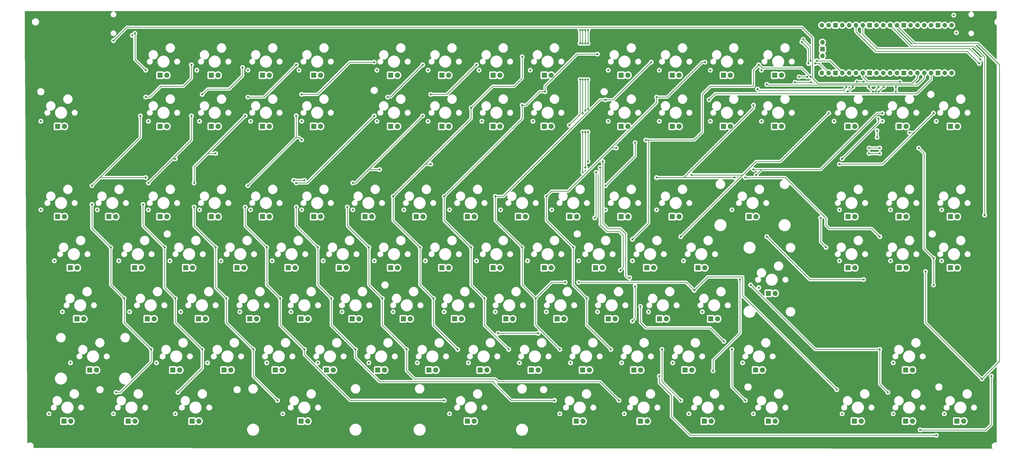
<source format=gtl>
G04 #@! TF.GenerationSoftware,KiCad,Pcbnew,7.0.6*
G04 #@! TF.CreationDate,2023-11-12T21:08:55+01:00*
G04 #@! TF.ProjectId,main,6d61696e-2e6b-4696-9361-645f70636258,rev?*
G04 #@! TF.SameCoordinates,Original*
G04 #@! TF.FileFunction,Copper,L1,Top*
G04 #@! TF.FilePolarity,Positive*
%FSLAX46Y46*%
G04 Gerber Fmt 4.6, Leading zero omitted, Abs format (unit mm)*
G04 Created by KiCad (PCBNEW 7.0.6) date 2023-11-12 21:08:55*
%MOMM*%
%LPD*%
G01*
G04 APERTURE LIST*
G04 #@! TA.AperFunction,ComponentPad*
%ADD10R,1.905000X1.905000*%
G04 #@! TD*
G04 #@! TA.AperFunction,ComponentPad*
%ADD11C,1.905000*%
G04 #@! TD*
G04 #@! TA.AperFunction,ComponentPad*
%ADD12O,1.700000X1.700000*%
G04 #@! TD*
G04 #@! TA.AperFunction,ComponentPad*
%ADD13R,1.700000X1.700000*%
G04 #@! TD*
G04 #@! TA.AperFunction,ViaPad*
%ADD14C,0.800000*%
G04 #@! TD*
G04 #@! TA.AperFunction,Conductor*
%ADD15C,0.250000*%
G04 #@! TD*
G04 APERTURE END LIST*
D10*
X278765000Y-121920000D03*
D11*
X281305000Y-121920000D03*
D10*
X164465000Y-69245000D03*
D11*
X167005000Y-69245000D03*
D10*
X288290000Y-69245000D03*
D11*
X290830000Y-69245000D03*
D10*
X288290000Y-50195000D03*
D11*
X290830000Y-50195000D03*
D10*
X93027500Y-140970000D03*
D11*
X95567500Y-140970000D03*
D10*
X353653000Y-102870000D03*
D11*
X356193000Y-102870000D03*
D10*
X121602500Y-160020000D03*
D11*
X124142500Y-160020000D03*
D10*
X88265000Y-121920000D03*
D11*
X90805000Y-121920000D03*
D10*
X135890000Y-50195000D03*
D11*
X138430000Y-50195000D03*
D10*
X116840000Y-102870000D03*
D11*
X119380000Y-102870000D03*
D10*
X356034000Y-179070000D03*
D11*
X358574000Y-179070000D03*
D10*
X52546250Y-160020000D03*
D11*
X55086250Y-160020000D03*
D10*
X281146250Y-179070000D03*
D11*
X283686250Y-179070000D03*
D10*
X334603000Y-69245000D03*
D11*
X337143000Y-69245000D03*
D10*
X300196250Y-160020000D03*
D11*
X302736250Y-160020000D03*
D10*
X372703000Y-69245000D03*
D11*
X375243000Y-69245000D03*
D10*
X193040000Y-102870000D03*
D11*
X195580000Y-102870000D03*
D10*
X116840000Y-69245000D03*
D11*
X119380000Y-69245000D03*
D10*
X78740000Y-50195000D03*
D11*
X81280000Y-50195000D03*
D10*
X202565000Y-69245000D03*
D11*
X205105000Y-69245000D03*
D10*
X250190000Y-50195000D03*
D11*
X252730000Y-50195000D03*
D10*
X131127500Y-179070000D03*
D11*
X133667500Y-179070000D03*
D10*
X188277500Y-140970000D03*
D11*
X190817500Y-140970000D03*
D10*
X173990000Y-102870000D03*
D11*
X176530000Y-102870000D03*
D10*
X102552500Y-160020000D03*
D11*
X105092500Y-160020000D03*
D10*
X45402500Y-121920000D03*
D11*
X47942500Y-121920000D03*
D10*
X164465000Y-50195000D03*
D11*
X167005000Y-50195000D03*
D10*
X140652500Y-160020000D03*
D11*
X143192500Y-160020000D03*
D10*
X202565000Y-121920000D03*
D11*
X205105000Y-121920000D03*
D10*
X97790000Y-69245000D03*
D11*
X100330000Y-69245000D03*
D10*
X193040000Y-179070000D03*
D11*
X195580000Y-179070000D03*
D10*
X212090000Y-102870000D03*
D11*
X214630000Y-102870000D03*
D10*
X59690000Y-102870000D03*
D11*
X62230000Y-102870000D03*
D10*
X112077500Y-140970000D03*
D11*
X114617500Y-140970000D03*
D10*
X150177500Y-140970000D03*
D11*
X152717500Y-140970000D03*
D10*
X250190000Y-102870000D03*
D11*
X252730000Y-102870000D03*
D10*
X145415000Y-121920000D03*
D11*
X147955000Y-121920000D03*
D10*
X135890000Y-69245000D03*
D11*
X138430000Y-69245000D03*
D10*
X221615000Y-50195000D03*
D11*
X224155000Y-50195000D03*
D10*
X297815000Y-102870000D03*
D11*
X300355000Y-102870000D03*
D10*
X97790000Y-50195000D03*
D11*
X100330000Y-50195000D03*
D10*
X47783750Y-140970000D03*
D11*
X50323750Y-140970000D03*
D10*
X304958750Y-131445000D03*
D11*
X307498750Y-131445000D03*
D10*
X159702500Y-160020000D03*
D11*
X162242500Y-160020000D03*
D10*
X40640000Y-102870000D03*
D11*
X43180000Y-102870000D03*
D10*
X269240000Y-102870000D03*
D11*
X271780000Y-102870000D03*
D10*
X183515000Y-69245000D03*
D11*
X186055000Y-69245000D03*
D10*
X78740000Y-102870000D03*
D11*
X81280000Y-102870000D03*
D10*
X307340000Y-69245000D03*
D11*
X309880000Y-69245000D03*
D10*
X233521250Y-179070000D03*
D11*
X236061250Y-179070000D03*
D10*
X183515000Y-50195000D03*
D11*
X186055000Y-50195000D03*
D10*
X216852500Y-160020000D03*
D11*
X219392500Y-160020000D03*
D10*
X269240000Y-69245000D03*
D11*
X271780000Y-69245000D03*
D10*
X83502500Y-160020000D03*
D11*
X86042500Y-160020000D03*
D10*
X356034000Y-160020000D03*
D11*
X358574000Y-160020000D03*
D10*
X336984000Y-179070000D03*
D11*
X339524000Y-179070000D03*
D10*
X126365000Y-121920000D03*
D11*
X128905000Y-121920000D03*
D10*
X169227500Y-140970000D03*
D11*
X171767500Y-140970000D03*
D10*
X107315000Y-121920000D03*
D11*
X109855000Y-121920000D03*
D10*
X207327500Y-140970000D03*
D11*
X209867500Y-140970000D03*
D10*
X131127500Y-140970000D03*
D11*
X133667500Y-140970000D03*
D10*
X73977500Y-140970000D03*
D11*
X76517500Y-140970000D03*
D10*
X254952500Y-160020000D03*
D11*
X257492500Y-160020000D03*
D10*
X90646250Y-179070000D03*
D11*
X93186250Y-179070000D03*
D10*
X259715000Y-121920000D03*
D11*
X262255000Y-121920000D03*
D10*
X231140000Y-102870000D03*
D11*
X233680000Y-102870000D03*
D10*
X250190000Y-69245000D03*
D11*
X252730000Y-69245000D03*
D10*
X257333750Y-179070000D03*
D11*
X259873750Y-179070000D03*
D10*
X353653000Y-69245000D03*
D11*
X356193000Y-69245000D03*
D10*
X372703000Y-102870000D03*
D11*
X375243000Y-102870000D03*
D10*
X164465000Y-121920000D03*
D11*
X167005000Y-121920000D03*
D10*
X334603000Y-102870000D03*
D11*
X337143000Y-102870000D03*
D10*
X245427500Y-140970000D03*
D11*
X247967500Y-140970000D03*
D10*
X353653000Y-121920000D03*
D11*
X356193000Y-121920000D03*
D10*
X283527500Y-140970000D03*
D11*
X286067500Y-140970000D03*
D10*
X221615000Y-69245000D03*
D11*
X224155000Y-69245000D03*
D10*
X235902500Y-160020000D03*
D11*
X238442500Y-160020000D03*
D10*
X240665000Y-121920000D03*
D11*
X243205000Y-121920000D03*
D10*
X264477500Y-140970000D03*
D11*
X267017500Y-140970000D03*
D10*
X97790000Y-102870000D03*
D11*
X100330000Y-102870000D03*
D10*
X269240000Y-50195000D03*
D11*
X271780000Y-50195000D03*
D10*
X274002500Y-160020000D03*
D11*
X276542500Y-160020000D03*
D10*
X221615000Y-121920000D03*
D11*
X224155000Y-121920000D03*
D10*
X135890000Y-102870000D03*
D11*
X138430000Y-102870000D03*
D10*
X202565000Y-50195000D03*
D11*
X205105000Y-50195000D03*
D10*
X334603000Y-121920000D03*
D11*
X337143000Y-121920000D03*
D10*
X43021250Y-179070000D03*
D11*
X45561250Y-179070000D03*
D10*
X226377500Y-140970000D03*
D11*
X228917500Y-140970000D03*
D10*
X183515000Y-121920000D03*
D11*
X186055000Y-121920000D03*
D10*
X40640000Y-69245000D03*
D11*
X43180000Y-69245000D03*
D10*
X78740000Y-69245000D03*
D11*
X81280000Y-69245000D03*
D10*
X66833750Y-179070000D03*
D11*
X69373750Y-179070000D03*
D10*
X178752500Y-160020000D03*
D11*
X181292500Y-160020000D03*
D10*
X197802500Y-160020000D03*
D11*
X200342500Y-160020000D03*
D10*
X69215000Y-121920000D03*
D11*
X71755000Y-121920000D03*
D10*
X116840000Y-50195000D03*
D11*
X119380000Y-50195000D03*
D10*
X375084000Y-179070000D03*
D11*
X377624000Y-179070000D03*
D10*
X307340000Y-50195000D03*
D11*
X309880000Y-50195000D03*
D10*
X372703000Y-121920000D03*
D11*
X375243000Y-121920000D03*
D10*
X154940000Y-102870000D03*
D11*
X157480000Y-102870000D03*
D10*
X304958750Y-179070000D03*
D11*
X307498750Y-179070000D03*
D12*
X373097500Y-49330000D03*
X370557500Y-49330000D03*
D13*
X368017500Y-49330000D03*
D12*
X365477500Y-49330000D03*
X362937500Y-49330000D03*
X360397500Y-49330000D03*
X357857500Y-49330000D03*
D13*
X355317500Y-49330000D03*
D12*
X352777500Y-49330000D03*
X350237500Y-49330000D03*
X347697500Y-49330000D03*
X345157500Y-49330000D03*
D13*
X342617500Y-49330000D03*
D12*
X340077500Y-49330000D03*
X337537500Y-49330000D03*
X334997500Y-49330000D03*
X332457500Y-49330000D03*
D13*
X329917500Y-49330000D03*
D12*
X327377500Y-49330000D03*
X324837500Y-49330000D03*
X324837500Y-31550000D03*
X327377500Y-31550000D03*
D13*
X329917500Y-31550000D03*
D12*
X332457500Y-31550000D03*
X334997500Y-31550000D03*
X337537500Y-31550000D03*
X340077500Y-31550000D03*
D13*
X342617500Y-31550000D03*
D12*
X345157500Y-31550000D03*
X347697500Y-31550000D03*
X350237500Y-31550000D03*
X352777500Y-31550000D03*
D13*
X355317500Y-31550000D03*
D12*
X357857500Y-31550000D03*
X360397500Y-31550000D03*
X362937500Y-31550000D03*
X365477500Y-31550000D03*
D13*
X368017500Y-31550000D03*
D12*
X370557500Y-31550000D03*
X373097500Y-31550000D03*
X325067500Y-42980000D03*
D13*
X325067500Y-40440000D03*
D12*
X325067500Y-37900000D03*
D14*
X370397500Y-176330000D03*
X69397500Y-34605500D03*
X263397500Y-100330000D03*
X174397500Y-157330000D03*
X273397500Y-119330000D03*
X131397500Y-67330000D03*
X250397500Y-157330000D03*
X73397500Y-48330000D03*
X84397500Y-176330000D03*
X34397500Y-100330000D03*
X264397500Y-67330000D03*
X45397500Y-157330000D03*
X34397500Y-67330000D03*
X39397500Y-119330000D03*
X198397500Y-67330000D03*
X373897500Y-27830000D03*
X224397500Y-100330000D03*
X130397500Y-48330000D03*
X212397500Y-157330000D03*
X350397500Y-100330000D03*
X131397500Y-100330000D03*
X93397500Y-67330000D03*
X275397500Y-176330000D03*
X178397500Y-48330000D03*
X74397500Y-100330000D03*
X251397500Y-176330000D03*
X301397500Y-129330000D03*
X205397500Y-100330000D03*
X369397500Y-100330000D03*
X158397500Y-119330000D03*
X369397500Y-119330000D03*
X231397500Y-157330000D03*
X139397500Y-119330000D03*
X197397500Y-48330000D03*
X101397500Y-119330000D03*
X295397500Y-157330000D03*
X193397500Y-157330000D03*
X329397500Y-67330000D03*
X137397500Y-157330000D03*
X37397500Y-176330000D03*
X331397500Y-119330000D03*
X120397500Y-119330000D03*
X108397500Y-138330000D03*
X146397500Y-138330000D03*
X217397500Y-67330000D03*
X124397500Y-176330000D03*
X55397500Y-100330000D03*
X332397500Y-176330000D03*
X367397500Y-67330000D03*
X159397500Y-48330000D03*
X61397500Y-176330000D03*
X93397500Y-100330000D03*
X302397500Y-67330000D03*
X169397500Y-100330000D03*
X186397500Y-176330000D03*
X111397500Y-48330000D03*
X186397500Y-100330000D03*
X42397500Y-138330000D03*
X331397500Y-100330000D03*
X222397500Y-138330000D03*
X245397500Y-48330000D03*
X283397500Y-67330000D03*
X269397500Y-157330000D03*
X92397500Y-48330000D03*
X260397500Y-138330000D03*
X351397500Y-176330000D03*
X118397500Y-157330000D03*
X234397500Y-119330000D03*
X150397500Y-100330000D03*
X291397500Y-100330000D03*
X74397500Y-67330000D03*
X112397500Y-67330000D03*
X264397500Y-48330000D03*
X184397500Y-138330000D03*
X254397500Y-119330000D03*
X63397500Y-119330000D03*
X227397500Y-176330000D03*
X244397500Y-100330000D03*
X245397500Y-67330000D03*
X112397500Y-100330000D03*
X178397500Y-67330000D03*
X159397500Y-67330000D03*
X82397500Y-119330000D03*
X299397500Y-176330000D03*
X351397500Y-157330000D03*
X280397500Y-138330000D03*
X156397500Y-157330000D03*
X350397500Y-119330000D03*
X216397500Y-48330000D03*
X283397500Y-48330000D03*
X86397500Y-138330000D03*
X302397500Y-48330000D03*
X67397500Y-138330000D03*
X241397500Y-138330000D03*
X203397500Y-138330000D03*
X127397500Y-138330000D03*
X177397500Y-119330000D03*
X96397500Y-157330000D03*
X215397500Y-119330000D03*
X196397500Y-119330000D03*
X347397500Y-67330000D03*
X77397500Y-157330000D03*
X165397500Y-138330000D03*
X374897500Y-34330000D03*
X68397500Y-35330000D03*
X314885201Y-52842299D03*
X320897500Y-52830000D03*
X234897500Y-33330000D03*
X234897500Y-51830000D03*
X230897500Y-68830000D03*
X234897500Y-38330000D03*
X240897500Y-86330000D03*
X235897500Y-51830000D03*
X235897500Y-38330000D03*
X235897500Y-64330000D03*
X235897500Y-33330000D03*
X240397500Y-103330000D03*
X235897500Y-71330000D03*
X235897500Y-86330000D03*
X249897500Y-122830000D03*
X236897500Y-33330000D03*
X236897500Y-71330000D03*
X236897500Y-84605500D03*
X236897500Y-51830000D03*
X236897500Y-38330000D03*
X242397500Y-84605500D03*
X236897500Y-63330000D03*
X237897500Y-38330000D03*
X237885201Y-62817701D03*
X254397500Y-141830000D03*
X237897500Y-51830000D03*
X237897500Y-82330000D03*
X255397500Y-128830000D03*
X237897500Y-71330000D03*
X237897500Y-33330000D03*
X253397500Y-125605500D03*
X243397500Y-82330000D03*
X367397500Y-184330000D03*
X383397500Y-45830000D03*
X264397500Y-162330000D03*
X383897500Y-44330000D03*
X387897500Y-162330000D03*
X361397500Y-182330000D03*
X319397500Y-50830000D03*
X316397500Y-50830000D03*
X385397500Y-102330000D03*
X294397500Y-126330000D03*
X304397500Y-110330000D03*
X284397500Y-160330000D03*
X340397500Y-126330000D03*
X384397500Y-163330000D03*
X363397500Y-123330000D03*
X282897500Y-59330000D03*
X244397500Y-91330000D03*
X255397500Y-75330000D03*
X65397500Y-133330000D03*
X304397500Y-53605500D03*
X71397500Y-65330000D03*
X296397500Y-88330000D03*
X62397500Y-168330000D03*
X60397500Y-114330000D03*
X128397500Y-89330000D03*
X263397500Y-88330000D03*
X53397500Y-98330000D03*
X292397500Y-88330000D03*
X73397500Y-88330000D03*
X132397500Y-89330000D03*
X53397500Y-91330000D03*
X346397500Y-110330000D03*
X75397500Y-152330000D03*
X299397500Y-61330000D03*
X90397500Y-46330000D03*
X73397500Y-58330000D03*
X324397500Y-103330000D03*
X347897500Y-54605889D03*
X332397500Y-81330000D03*
X345897500Y-66330000D03*
X85397500Y-168330000D03*
X84397500Y-81330000D03*
X94397500Y-57330000D03*
X80397500Y-114330000D03*
X72397500Y-98330000D03*
X90397500Y-65330000D03*
X94397500Y-152330000D03*
X326397500Y-114330000D03*
X74397500Y-90330000D03*
X345897500Y-56330000D03*
X109397500Y-47330000D03*
X84397500Y-133330000D03*
X103397500Y-133330000D03*
X345897500Y-54605500D03*
X129397500Y-46330000D03*
X342397500Y-79330000D03*
X99397500Y-114330000D03*
X346397500Y-79330000D03*
X344897500Y-56330000D03*
X91397500Y-90330000D03*
X110397500Y-65330000D03*
X345397500Y-70830000D03*
X99397500Y-79330000D03*
X113397500Y-152330000D03*
X111397500Y-58330000D03*
X91397500Y-99330000D03*
X122397500Y-171330000D03*
X345397500Y-73330000D03*
X301397500Y-46330000D03*
X129397500Y-65330000D03*
X254397500Y-111330000D03*
X111397500Y-91330000D03*
X123397500Y-133330000D03*
X259397500Y-74330000D03*
X158397500Y-45330000D03*
X118397500Y-114330000D03*
X131397500Y-74330000D03*
X320673000Y-50817701D03*
X110397500Y-99330000D03*
X132397500Y-152330000D03*
X184397500Y-171330000D03*
X131397500Y-57330000D03*
X142397500Y-133330000D03*
X225397500Y-171330000D03*
X327397500Y-64330000D03*
X276397500Y-87330000D03*
X334397500Y-56330000D03*
X163397500Y-58330000D03*
X129397500Y-99330000D03*
X158397500Y-65330000D03*
X151397500Y-152330000D03*
X336397500Y-54554500D03*
X337897500Y-52605500D03*
X129397500Y-90330000D03*
X176397500Y-46330000D03*
X340424799Y-52605500D03*
X137397500Y-114330000D03*
X272397500Y-110330000D03*
X353897500Y-52605500D03*
X347397500Y-64330000D03*
X299397500Y-85330000D03*
X156397500Y-114330000D03*
X160397500Y-85330000D03*
X161397500Y-133330000D03*
X150397500Y-90330000D03*
X148397500Y-99330000D03*
X176397500Y-65330000D03*
X352397500Y-56330000D03*
X179397500Y-57330000D03*
X170397500Y-152330000D03*
X352397500Y-54605500D03*
X300397500Y-87330000D03*
X196397500Y-46330000D03*
X249397500Y-171330000D03*
X179397500Y-83330000D03*
X180397500Y-133330000D03*
X265397500Y-152330000D03*
X366397500Y-64330000D03*
X331397500Y-83330000D03*
X204397500Y-146330000D03*
X343897500Y-56330000D03*
X175397500Y-114330000D03*
X189397500Y-152330000D03*
X342397500Y-54554500D03*
X219397500Y-146330000D03*
X194397500Y-62330000D03*
X165397500Y-95330000D03*
X213397500Y-43330000D03*
X272397500Y-171330000D03*
X357397500Y-71605500D03*
X199397500Y-133330000D03*
X296397500Y-171330000D03*
X291397500Y-152330000D03*
X221897500Y-56330000D03*
X333897500Y-54605500D03*
X208397500Y-152330000D03*
X194397500Y-114330000D03*
X257397500Y-136330000D03*
X288397500Y-149330000D03*
X241397500Y-42330000D03*
X184397500Y-95330000D03*
X213397500Y-61330000D03*
X300897500Y-55330000D03*
X234397500Y-127330000D03*
X213397500Y-114330000D03*
X320622000Y-44830000D03*
X261397500Y-45330000D03*
X322897500Y-44830000D03*
X229397500Y-127330000D03*
X203397500Y-95330000D03*
X218397500Y-133330000D03*
X317885201Y-36842299D03*
X244397500Y-59330000D03*
X330397500Y-167330000D03*
X227397500Y-152330000D03*
X277397500Y-130330000D03*
X237397500Y-133330000D03*
X246397500Y-152330000D03*
X317397500Y-37830000D03*
X349397500Y-168330000D03*
X366397500Y-128330000D03*
X360897500Y-77330000D03*
X222397500Y-95330000D03*
X346397500Y-77330000D03*
X232397500Y-114330000D03*
X263397500Y-58330000D03*
X281397500Y-45330000D03*
X366397500Y-118330000D03*
X342397500Y-77330000D03*
X248397500Y-77330000D03*
X319897500Y-45830000D03*
X346397500Y-152330000D03*
X298397500Y-128330000D03*
X322397500Y-45830000D03*
X61397500Y-37330000D03*
D15*
X69397500Y-34605500D02*
X69397500Y-44330000D01*
X69397500Y-44330000D02*
X73397500Y-48330000D01*
X320897500Y-52830000D02*
X314897500Y-52830000D01*
X314897500Y-52830000D02*
X314885201Y-52842299D01*
X234897500Y-33330000D02*
X234897500Y-38330000D01*
X234897500Y-64830000D02*
X230897500Y-68830000D01*
X234897500Y-51830000D02*
X234897500Y-64830000D01*
X240897500Y-102830000D02*
X240397500Y-103330000D01*
X235897500Y-51830000D02*
X235897500Y-64330000D01*
X235897500Y-33330000D02*
X235897500Y-38330000D01*
X240897500Y-86330000D02*
X240897500Y-102830000D01*
X235897500Y-71330000D02*
X235897500Y-86330000D01*
X236897500Y-51830000D02*
X236897500Y-63330000D01*
X244897500Y-108330000D02*
X249397500Y-108330000D01*
X242397500Y-84605500D02*
X242397500Y-105830000D01*
X249397500Y-108330000D02*
X250897500Y-109830000D01*
X250897500Y-109830000D02*
X250897500Y-121830000D01*
X250897500Y-121830000D02*
X249897500Y-122830000D01*
X236897500Y-33330000D02*
X236897500Y-38330000D01*
X236897500Y-71330000D02*
X236897500Y-84605500D01*
X242397500Y-105830000D02*
X244897500Y-108330000D01*
X249897500Y-107330000D02*
X251897500Y-109330000D01*
X243397500Y-105330000D02*
X245397500Y-107330000D01*
X237897500Y-51830000D02*
X237897500Y-62805402D01*
X237897500Y-71330000D02*
X237897500Y-82330000D01*
X251897500Y-124830000D02*
X252673000Y-125605500D01*
X255397500Y-140830000D02*
X254397500Y-141830000D01*
X245397500Y-107330000D02*
X249897500Y-107330000D01*
X237897500Y-33330000D02*
X237897500Y-38330000D01*
X237897500Y-62805402D02*
X237885201Y-62817701D01*
X255397500Y-128830000D02*
X255397500Y-140830000D01*
X243397500Y-82330000D02*
X243397500Y-105330000D01*
X251897500Y-109330000D02*
X251897500Y-124830000D01*
X252673000Y-125605500D02*
X253397500Y-125605500D01*
X337537500Y-31550000D02*
X337537500Y-33970000D01*
X345897500Y-41330000D02*
X378897500Y-41330000D01*
X367397500Y-184330000D02*
X275897500Y-184330000D01*
X378897500Y-41330000D02*
X383397500Y-45830000D01*
X337537500Y-33970000D02*
X344897500Y-41330000D01*
X344897500Y-41330000D02*
X345897500Y-41330000D01*
X264397500Y-164830000D02*
X264397500Y-162330000D01*
X268897500Y-177330000D02*
X268897500Y-169330000D01*
X275897500Y-184330000D02*
X268897500Y-177330000D01*
X268897500Y-169330000D02*
X264397500Y-164830000D01*
X345397500Y-40330000D02*
X340077500Y-35010000D01*
X379897500Y-40330000D02*
X345397500Y-40330000D01*
X361397500Y-182330000D02*
X385897500Y-182330000D01*
X340077500Y-35010000D02*
X340077500Y-31550000D01*
X383897500Y-44330000D02*
X379897500Y-40330000D01*
X385897500Y-182330000D02*
X387897500Y-180330000D01*
X387897500Y-180330000D02*
X387897500Y-162330000D01*
X319397500Y-50830000D02*
X316397500Y-50830000D01*
X350237500Y-31550000D02*
X358017500Y-39330000D01*
X381397500Y-39330000D02*
X385397500Y-43330000D01*
X284397500Y-156330000D02*
X294397500Y-146330000D01*
X385397500Y-43330000D02*
X385397500Y-102330000D01*
X358017500Y-39330000D02*
X381397500Y-39330000D01*
X294397500Y-146330000D02*
X294397500Y-126330000D01*
X284397500Y-160330000D02*
X284397500Y-156330000D01*
X320397500Y-126330000D02*
X304397500Y-110330000D01*
X340397500Y-126330000D02*
X320397500Y-126330000D01*
X352777500Y-31710000D02*
X359397500Y-38330000D01*
X363397500Y-142330000D02*
X384397500Y-163330000D01*
X382897500Y-38330000D02*
X390897500Y-46330000D01*
X359397500Y-38330000D02*
X382897500Y-38330000D01*
X390897500Y-156830000D02*
X384397500Y-163330000D01*
X390897500Y-46330000D02*
X390897500Y-156830000D01*
X352777500Y-31550000D02*
X352777500Y-31710000D01*
X363397500Y-123330000D02*
X363397500Y-142330000D01*
X255397500Y-75330000D02*
X255397500Y-80330000D01*
X365477500Y-51750000D02*
X360147500Y-57080000D01*
X285147500Y-57080000D02*
X282897500Y-59330000D01*
X360147500Y-57080000D02*
X285147500Y-57080000D01*
X255397500Y-80330000D02*
X244397500Y-91330000D01*
X365477500Y-49330000D02*
X365477500Y-51750000D01*
X292397500Y-88330000D02*
X273551658Y-88330000D01*
X362937500Y-49330000D02*
X362937500Y-51290000D01*
X326397500Y-106080000D02*
X327647500Y-107330000D01*
X74951658Y-58330000D02*
X78951658Y-54330000D01*
X60397500Y-114330000D02*
X60397500Y-128330000D01*
X56397500Y-88330000D02*
X55397500Y-89330000D01*
X75397500Y-156901881D02*
X63969381Y-168330000D01*
X311233592Y-88330000D02*
X326397500Y-103493908D01*
X304622000Y-53830000D02*
X304397500Y-53605500D01*
X73397500Y-58330000D02*
X74951658Y-58330000D01*
X53397500Y-107330000D02*
X60397500Y-114330000D01*
X55397500Y-89330000D02*
X53397500Y-91330000D01*
X60397500Y-128330000D02*
X65397500Y-133330000D01*
X299397500Y-61330000D02*
X299397500Y-62484158D01*
X327647500Y-107330000D02*
X343397500Y-107330000D01*
X65397500Y-142330000D02*
X75397500Y-152330000D01*
X65397500Y-133330000D02*
X65397500Y-142330000D01*
X296397500Y-88330000D02*
X311233592Y-88330000D01*
X273551658Y-88330000D02*
X263397500Y-88330000D01*
X132397500Y-89330000D02*
X128397500Y-89330000D01*
X362937500Y-51290000D02*
X360397500Y-53830000D01*
X63969381Y-168330000D02*
X62397500Y-168330000D01*
X71397500Y-65330000D02*
X71397500Y-73330000D01*
X360397500Y-53830000D02*
X304622000Y-53830000D01*
X90397500Y-51330000D02*
X90397500Y-46330000D01*
X71397500Y-73330000D02*
X55397500Y-89330000D01*
X326397500Y-103493908D02*
X326397500Y-106080000D01*
X78951658Y-54330000D02*
X87397500Y-54330000D01*
X75397500Y-152330000D02*
X75397500Y-156901881D01*
X299397500Y-62484158D02*
X273551658Y-88330000D01*
X87397500Y-54330000D02*
X90397500Y-51330000D01*
X73397500Y-88330000D02*
X56397500Y-88330000D01*
X53397500Y-98330000D02*
X53397500Y-107330000D01*
X343397500Y-107330000D02*
X346397500Y-110330000D01*
X94397500Y-152330000D02*
X94397500Y-159330000D01*
X80397500Y-114330000D02*
X80397500Y-129330000D01*
X96397500Y-55330000D02*
X104397500Y-55330000D01*
X74397500Y-90330000D02*
X83397500Y-81330000D01*
X72397500Y-106330000D02*
X80397500Y-114330000D01*
X90397500Y-65330000D02*
X90397500Y-74330000D01*
X84397500Y-81330000D02*
X83397500Y-81330000D01*
X80397500Y-129330000D02*
X84397500Y-133330000D01*
X347622000Y-54605500D02*
X347897111Y-54605500D01*
X109397500Y-50330000D02*
X109397500Y-47330000D01*
X345897500Y-56330000D02*
X347622000Y-54605500D01*
X84397500Y-142330000D02*
X94397500Y-152330000D01*
X72397500Y-98330000D02*
X72397500Y-106330000D01*
X332397500Y-81330000D02*
X345897500Y-67830000D01*
X84397500Y-133330000D02*
X84397500Y-142330000D01*
X94397500Y-57330000D02*
X96397500Y-55330000D01*
X345897500Y-67830000D02*
X345897500Y-66330000D01*
X347897111Y-54605500D02*
X347897500Y-54605889D01*
X326397500Y-114330000D02*
X324397500Y-112330000D01*
X104397500Y-55330000D02*
X109397500Y-50330000D01*
X90397500Y-74330000D02*
X83397500Y-81330000D01*
X94397500Y-159330000D02*
X85397500Y-168330000D01*
X324397500Y-112330000D02*
X324397500Y-103330000D01*
X99397500Y-129330000D02*
X103397500Y-133330000D01*
X117397500Y-58330000D02*
X111397500Y-58330000D01*
X129397500Y-46330000D02*
X117397500Y-58330000D01*
X99397500Y-79330000D02*
X96397500Y-79330000D01*
X345397500Y-73330000D02*
X345397500Y-70830000D01*
X96397500Y-79330000D02*
X91397500Y-84330000D01*
X91397500Y-84330000D02*
X91397500Y-90330000D01*
X344897500Y-56330000D02*
X344897500Y-55605500D01*
X346397500Y-79330000D02*
X342397500Y-79330000D01*
X91397500Y-106330000D02*
X99397500Y-114330000D01*
X344897500Y-55605500D02*
X345897500Y-54605500D01*
X113397500Y-162330000D02*
X122397500Y-171330000D01*
X110397500Y-65330000D02*
X96397500Y-79330000D01*
X91397500Y-99330000D02*
X91397500Y-106330000D01*
X103397500Y-133330000D02*
X103397500Y-142330000D01*
X103397500Y-142330000D02*
X113397500Y-152330000D01*
X113397500Y-152330000D02*
X113397500Y-162330000D01*
X99397500Y-114330000D02*
X99397500Y-129330000D01*
X302551400Y-47483900D02*
X317339199Y-47483900D01*
X137293350Y-57330000D02*
X131397500Y-57330000D01*
X129397500Y-65330000D02*
X129397500Y-73330000D01*
X110397500Y-106330000D02*
X118397500Y-114330000D01*
X118397500Y-128330000D02*
X123397500Y-133330000D01*
X118397500Y-114330000D02*
X118397500Y-128330000D01*
X283397500Y-54330000D02*
X280397500Y-57330000D01*
X280397500Y-57330000D02*
X280397500Y-71330000D01*
X277397500Y-74330000D02*
X260397500Y-74330000D01*
X131397500Y-74330000D02*
X130397500Y-73330000D01*
X132397500Y-152330000D02*
X132397500Y-154320000D01*
X317339199Y-47483900D02*
X320673000Y-50817701D01*
X260397500Y-105330000D02*
X254397500Y-111330000D01*
X129397500Y-73330000D02*
X111397500Y-91330000D01*
X299397500Y-48330000D02*
X299397500Y-54330000D01*
X130397500Y-73330000D02*
X129397500Y-73330000D01*
X301397500Y-46330000D02*
X302551400Y-47483900D01*
X123397500Y-133330000D02*
X123397500Y-143330000D01*
X158397500Y-45330000D02*
X149293350Y-45330000D01*
X149293350Y-45330000D02*
X137293350Y-57330000D01*
X110397500Y-99330000D02*
X110397500Y-106330000D01*
X260397500Y-74330000D02*
X259397500Y-74330000D01*
X301397500Y-46330000D02*
X299397500Y-48330000D01*
X299397500Y-54330000D02*
X283397500Y-54330000D01*
X280397500Y-71330000D02*
X277397500Y-74330000D01*
X149407500Y-171330000D02*
X184397500Y-171330000D01*
X132397500Y-154320000D02*
X149407500Y-171330000D01*
X260397500Y-74330000D02*
X260397500Y-105330000D01*
X123397500Y-143330000D02*
X132397500Y-152330000D01*
X295397500Y-87330000D02*
X272397500Y-110330000D01*
X327397500Y-64330000D02*
X309397500Y-82330000D01*
X163397500Y-58330000D02*
X164397500Y-58330000D01*
X151397500Y-152330000D02*
X151397500Y-155330000D01*
X160397500Y-164330000D02*
X202397500Y-164330000D01*
X133397500Y-90330000D02*
X158397500Y-65330000D01*
X309397500Y-82330000D02*
X300397500Y-82330000D01*
X340424799Y-52605500D02*
X337897500Y-52605500D01*
X129397500Y-90330000D02*
X133397500Y-90330000D01*
X137397500Y-114330000D02*
X137397500Y-128330000D01*
X334397500Y-56330000D02*
X334622000Y-56330000D01*
X202397500Y-164330000D02*
X209397500Y-171330000D01*
X300397500Y-82330000D02*
X295397500Y-87330000D01*
X151397500Y-155330000D02*
X160397500Y-164330000D01*
X209397500Y-171330000D02*
X225397500Y-171330000D01*
X142397500Y-143330000D02*
X151397500Y-152330000D01*
X295397500Y-87330000D02*
X276397500Y-87330000D01*
X129397500Y-99330000D02*
X129397500Y-106330000D01*
X142397500Y-133330000D02*
X142397500Y-143330000D01*
X129397500Y-106330000D02*
X137397500Y-114330000D01*
X334622000Y-56330000D02*
X336397500Y-54554500D01*
X164397500Y-58330000D02*
X176397500Y-46330000D01*
X137397500Y-128330000D02*
X142397500Y-133330000D01*
X148397500Y-106330000D02*
X156397500Y-114330000D01*
X347397500Y-64330000D02*
X345397500Y-64330000D01*
X170397500Y-160330000D02*
X170397500Y-152330000D01*
X161397500Y-133330000D02*
X161397500Y-143330000D01*
X161397500Y-143330000D02*
X170397500Y-152330000D01*
X345397500Y-64330000D02*
X324397500Y-85330000D01*
X151397500Y-90330000D02*
X150397500Y-90330000D01*
X185397500Y-57330000D02*
X179397500Y-57330000D01*
X204397500Y-164330000D02*
X203397500Y-163330000D01*
X324397500Y-85330000D02*
X302397500Y-85330000D01*
X148397500Y-99330000D02*
X148397500Y-106330000D01*
X242397500Y-164330000D02*
X204397500Y-164330000D01*
X176397500Y-65330000D02*
X156397500Y-85330000D01*
X352397500Y-54605500D02*
X352397500Y-56330000D01*
X341897500Y-52605500D02*
X340077500Y-50785500D01*
X156397500Y-128330000D02*
X161397500Y-133330000D01*
X196397500Y-46330000D02*
X185397500Y-57330000D01*
X203397500Y-163330000D02*
X173397500Y-163330000D01*
X160397500Y-85330000D02*
X156397500Y-85330000D01*
X156397500Y-114330000D02*
X156397500Y-128330000D01*
X173397500Y-163330000D02*
X170397500Y-160330000D01*
X156397500Y-85330000D02*
X151397500Y-90330000D01*
X353897500Y-52605500D02*
X341897500Y-52605500D01*
X302397500Y-85330000D02*
X299397500Y-85330000D01*
X249397500Y-171330000D02*
X242397500Y-164330000D01*
X302397500Y-85330000D02*
X300397500Y-87330000D01*
X340077500Y-50785500D02*
X340077500Y-49330000D01*
X189397500Y-152330000D02*
X180397500Y-143330000D01*
X359122000Y-71605500D02*
X359147500Y-71580000D01*
X272397500Y-171330000D02*
X265397500Y-164330000D01*
X180397500Y-143330000D02*
X180397500Y-133330000D01*
X347397500Y-83330000D02*
X359147500Y-71580000D01*
X219397500Y-146330000D02*
X204397500Y-146330000D01*
X331397500Y-83330000D02*
X347397500Y-83330000D01*
X343897500Y-56330000D02*
X342397500Y-54830000D01*
X213397500Y-51330000D02*
X213397500Y-43330000D01*
X179397500Y-83330000D02*
X177397500Y-83330000D01*
X357397500Y-71605500D02*
X359122000Y-71605500D01*
X175397500Y-114330000D02*
X165397500Y-104330000D01*
X177397500Y-83330000D02*
X194397500Y-66330000D01*
X210397500Y-54330000D02*
X213397500Y-51330000D01*
X180397500Y-133330000D02*
X175397500Y-128330000D01*
X165397500Y-104330000D02*
X165397500Y-95330000D01*
X342397500Y-54830000D02*
X342397500Y-54554500D01*
X265397500Y-164330000D02*
X265397500Y-152330000D01*
X194397500Y-66330000D02*
X194397500Y-62330000D01*
X359147500Y-71580000D02*
X366397500Y-64330000D01*
X202397500Y-54330000D02*
X210397500Y-54330000D01*
X194397500Y-62330000D02*
X202397500Y-54330000D01*
X165397500Y-95330000D02*
X177397500Y-83330000D01*
X175397500Y-128330000D02*
X175397500Y-114330000D01*
X332673000Y-55830000D02*
X333897500Y-54605500D01*
X233826658Y-42330000D02*
X241397500Y-42330000D01*
X194397500Y-128330000D02*
X199397500Y-133330000D01*
X221897500Y-56330000D02*
X221897500Y-54259158D01*
X219826658Y-56330000D02*
X214826658Y-61330000D01*
X259397500Y-144330000D02*
X257397500Y-142330000D01*
X184397500Y-95330000D02*
X213397500Y-66330000D01*
X257397500Y-142330000D02*
X257397500Y-136330000D01*
X199397500Y-133330000D02*
X199397500Y-143330000D01*
X213397500Y-66330000D02*
X213397500Y-61330000D01*
X184397500Y-95330000D02*
X184397500Y-104330000D01*
X214826658Y-61330000D02*
X213397500Y-61330000D01*
X300897500Y-55330000D02*
X301397500Y-55830000D01*
X301397500Y-55830000D02*
X332673000Y-55830000D01*
X296397500Y-171330000D02*
X291397500Y-166330000D01*
X288397500Y-149330000D02*
X283397500Y-144330000D01*
X184397500Y-104330000D02*
X194397500Y-114330000D01*
X221897500Y-54259158D02*
X233826658Y-42330000D01*
X199397500Y-143330000D02*
X208397500Y-152330000D01*
X221897500Y-56330000D02*
X219826658Y-56330000D01*
X283397500Y-144330000D02*
X259397500Y-144330000D01*
X291397500Y-166330000D02*
X291397500Y-152330000D01*
X194397500Y-114330000D02*
X194397500Y-128330000D01*
X242397500Y-59330000D02*
X206397500Y-95330000D01*
X327957500Y-44830000D02*
X322897500Y-44830000D01*
X282397500Y-125330000D02*
X277397500Y-130330000D01*
X224397500Y-127330000D02*
X218397500Y-133330000D01*
X213397500Y-128330000D02*
X218397500Y-133330000D01*
X320622000Y-39579098D02*
X317885201Y-36842299D01*
X295397500Y-125330000D02*
X282397500Y-125330000D01*
X206397500Y-95330000D02*
X203397500Y-95330000D01*
X229397500Y-127330000D02*
X224397500Y-127330000D01*
X247293350Y-59330000D02*
X244397500Y-59330000D01*
X320622000Y-44830000D02*
X320622000Y-39579098D01*
X203397500Y-95330000D02*
X203397500Y-104330000D01*
X218397500Y-133330000D02*
X218397500Y-143330000D01*
X244397500Y-59330000D02*
X242397500Y-59330000D01*
X274397500Y-127330000D02*
X234397500Y-127330000D01*
X330397500Y-167330000D02*
X295397500Y-132330000D01*
X203397500Y-104330000D02*
X213397500Y-114330000D01*
X295397500Y-132330000D02*
X295397500Y-125330000D01*
X213397500Y-114330000D02*
X213397500Y-128330000D01*
X277397500Y-130330000D02*
X274397500Y-127330000D01*
X261397500Y-45330000D02*
X261293350Y-45330000D01*
X261293350Y-45330000D02*
X247293350Y-59330000D01*
X332457500Y-49330000D02*
X327957500Y-44830000D01*
X218397500Y-143330000D02*
X227397500Y-152330000D01*
X222397500Y-104330000D02*
X232397500Y-114330000D01*
X319897500Y-40330000D02*
X319897500Y-45830000D01*
X246451658Y-77330000D02*
X246424579Y-77357079D01*
X237397500Y-133330000D02*
X237397500Y-143330000D01*
X362897500Y-114830000D02*
X366397500Y-118330000D01*
X263397500Y-58330000D02*
X263397500Y-60384158D01*
X366397500Y-118330000D02*
X366397500Y-128330000D01*
X322397500Y-152330000D02*
X298397500Y-128330000D01*
X362897500Y-79330000D02*
X362897500Y-114830000D01*
X346397500Y-165330000D02*
X349397500Y-168330000D01*
X317397500Y-37830000D02*
X319897500Y-40330000D01*
X281397500Y-45330000D02*
X280343350Y-45330000D01*
X246424579Y-77357079D02*
X230406658Y-93375000D01*
X248397500Y-77330000D02*
X246451658Y-77330000D01*
X224352500Y-93375000D02*
X222397500Y-95330000D01*
X322397500Y-45830000D02*
X323877500Y-45830000D01*
X237397500Y-143330000D02*
X246397500Y-152330000D01*
X230406658Y-93375000D02*
X224352500Y-93375000D01*
X323877500Y-45830000D02*
X327377500Y-49330000D01*
X346397500Y-152330000D02*
X346397500Y-165330000D01*
X222397500Y-95330000D02*
X222397500Y-104330000D01*
X360897500Y-77330000D02*
X362897500Y-79330000D01*
X280343350Y-45330000D02*
X267343350Y-58330000D01*
X232397500Y-128330000D02*
X237397500Y-133330000D01*
X232397500Y-114330000D02*
X232397500Y-128330000D01*
X346397500Y-152330000D02*
X322397500Y-152330000D01*
X346397500Y-77330000D02*
X342397500Y-77330000D01*
X263397500Y-60384158D02*
X246424579Y-77357079D01*
X267343350Y-58330000D02*
X263397500Y-58330000D01*
X358397500Y-53330000D02*
X360397500Y-51330000D01*
X321397500Y-51330000D02*
X323397500Y-53330000D01*
X66397500Y-32330000D02*
X317397500Y-32330000D01*
X321397500Y-36330000D02*
X321397500Y-51330000D01*
X61397500Y-37330000D02*
X66397500Y-32330000D01*
X317397500Y-32330000D02*
X321397500Y-36330000D01*
X360397500Y-51330000D02*
X360397500Y-49330000D01*
X323397500Y-53330000D02*
X358397500Y-53330000D01*
G04 #@! TA.AperFunction,NonConductor*
G36*
X338892355Y-32216546D02*
G01*
X338909075Y-32235842D01*
X339039000Y-32421395D01*
X339039005Y-32421401D01*
X339206099Y-32588495D01*
X339399124Y-32723653D01*
X339442748Y-32778228D01*
X339452000Y-32825226D01*
X339452000Y-34700547D01*
X339432315Y-34767586D01*
X339379511Y-34813341D01*
X339310353Y-34823285D01*
X339246797Y-34794260D01*
X339240319Y-34788228D01*
X338199319Y-33747228D01*
X338165834Y-33685905D01*
X338163000Y-33659547D01*
X338163000Y-32825226D01*
X338182685Y-32758187D01*
X338215874Y-32723654D01*
X338408901Y-32588495D01*
X338575995Y-32421401D01*
X338705924Y-32235842D01*
X338760502Y-32192217D01*
X338830000Y-32185023D01*
X338892355Y-32216546D01*
G37*
G04 #@! TD.AperFunction*
G04 #@! TA.AperFunction,NonConductor*
G36*
X353074440Y-32899438D02*
G01*
X353104429Y-32921519D01*
X358675729Y-38492819D01*
X358709214Y-38554142D01*
X358704230Y-38623834D01*
X358662358Y-38679767D01*
X358596894Y-38704184D01*
X358588048Y-38704500D01*
X358327953Y-38704500D01*
X358260914Y-38684815D01*
X358240272Y-38668181D01*
X352689431Y-33117340D01*
X352655946Y-33056017D01*
X352660930Y-32986325D01*
X352702802Y-32930392D01*
X352768266Y-32905975D01*
X352777112Y-32905659D01*
X352777501Y-32905659D01*
X352805168Y-32903238D01*
X353005942Y-32885672D01*
X353074440Y-32899438D01*
G37*
G04 #@! TD.AperFunction*
G04 #@! TA.AperFunction,NonConductor*
G36*
X349052355Y-32216546D02*
G01*
X349069075Y-32235842D01*
X349199000Y-32421395D01*
X349199005Y-32421401D01*
X349366099Y-32588495D01*
X349462884Y-32656264D01*
X349559665Y-32724032D01*
X349559667Y-32724033D01*
X349559670Y-32724035D01*
X349773837Y-32823903D01*
X349773843Y-32823904D01*
X349773844Y-32823905D01*
X349828785Y-32838626D01*
X350002092Y-32885063D01*
X350178534Y-32900500D01*
X350237499Y-32905659D01*
X350237500Y-32905659D01*
X350237501Y-32905659D01*
X350296466Y-32900500D01*
X350472908Y-32885063D01*
X350573373Y-32858143D01*
X350643222Y-32859806D01*
X350693147Y-32890237D01*
X357295729Y-39492819D01*
X357329214Y-39554142D01*
X357324230Y-39623834D01*
X357282358Y-39679767D01*
X357216894Y-39704184D01*
X357208048Y-39704500D01*
X345707953Y-39704500D01*
X345640914Y-39684815D01*
X345620272Y-39668181D01*
X340739319Y-34787227D01*
X340705834Y-34725904D01*
X340703000Y-34699546D01*
X340703000Y-32825226D01*
X340722685Y-32758187D01*
X340755874Y-32723654D01*
X340948901Y-32588495D01*
X341070829Y-32466566D01*
X341132148Y-32433084D01*
X341201840Y-32438068D01*
X341257774Y-32479939D01*
X341274689Y-32510917D01*
X341323702Y-32642328D01*
X341323706Y-32642335D01*
X341409952Y-32757544D01*
X341409955Y-32757547D01*
X341525164Y-32843793D01*
X341525171Y-32843797D01*
X341660017Y-32894091D01*
X341660016Y-32894091D01*
X341666944Y-32894835D01*
X341719627Y-32900500D01*
X343515372Y-32900499D01*
X343574983Y-32894091D01*
X343709831Y-32843796D01*
X343825046Y-32757546D01*
X343911296Y-32642331D01*
X343960310Y-32510916D01*
X344002181Y-32454984D01*
X344067645Y-32430566D01*
X344135918Y-32445417D01*
X344164173Y-32466568D01*
X344286099Y-32588495D01*
X344382884Y-32656264D01*
X344479665Y-32724032D01*
X344479667Y-32724033D01*
X344479670Y-32724035D01*
X344693837Y-32823903D01*
X344693843Y-32823904D01*
X344693844Y-32823905D01*
X344748785Y-32838626D01*
X344922092Y-32885063D01*
X345098534Y-32900500D01*
X345157499Y-32905659D01*
X345157500Y-32905659D01*
X345157501Y-32905659D01*
X345216466Y-32900500D01*
X345392908Y-32885063D01*
X345621163Y-32823903D01*
X345835330Y-32724035D01*
X346028901Y-32588495D01*
X346195995Y-32421401D01*
X346325924Y-32235842D01*
X346380502Y-32192217D01*
X346450000Y-32185023D01*
X346512355Y-32216546D01*
X346529075Y-32235842D01*
X346659000Y-32421395D01*
X346659005Y-32421401D01*
X346826099Y-32588495D01*
X346922884Y-32656264D01*
X347019665Y-32724032D01*
X347019667Y-32724033D01*
X347019670Y-32724035D01*
X347233837Y-32823903D01*
X347233843Y-32823904D01*
X347233844Y-32823905D01*
X347288785Y-32838626D01*
X347462092Y-32885063D01*
X347638534Y-32900500D01*
X347697499Y-32905659D01*
X347697500Y-32905659D01*
X347697501Y-32905659D01*
X347756466Y-32900500D01*
X347932908Y-32885063D01*
X348161163Y-32823903D01*
X348375330Y-32724035D01*
X348568901Y-32588495D01*
X348735995Y-32421401D01*
X348865924Y-32235842D01*
X348920502Y-32192217D01*
X348990000Y-32185023D01*
X349052355Y-32216546D01*
G37*
G04 #@! TD.AperFunction*
G04 #@! TA.AperFunction,NonConductor*
G36*
X381154087Y-39975185D02*
G01*
X381174729Y-39991819D01*
X384620368Y-43437458D01*
X384653853Y-43498781D01*
X384648869Y-43568473D01*
X384606997Y-43624406D01*
X384541533Y-43648823D01*
X384473260Y-43633971D01*
X384459802Y-43625457D01*
X384350234Y-43545851D01*
X384350229Y-43545848D01*
X384177307Y-43468857D01*
X384177302Y-43468855D01*
X384029586Y-43437458D01*
X383992146Y-43429500D01*
X383992145Y-43429500D01*
X383932953Y-43429500D01*
X383865914Y-43409815D01*
X383845272Y-43393181D01*
X380619272Y-40167181D01*
X380585787Y-40105858D01*
X380590771Y-40036166D01*
X380632643Y-39980233D01*
X380698107Y-39955816D01*
X380706953Y-39955500D01*
X381087048Y-39955500D01*
X381154087Y-39975185D01*
G37*
G04 #@! TD.AperFunction*
G04 #@! TA.AperFunction,NonConductor*
G36*
X61130435Y-26349685D02*
G01*
X61176190Y-26402489D01*
X61186134Y-26471647D01*
X61157109Y-26535203D01*
X61099392Y-26572660D01*
X60993546Y-26604768D01*
X60993543Y-26604769D01*
X60883398Y-26663643D01*
X60811050Y-26702315D01*
X60811048Y-26702316D01*
X60811047Y-26702317D01*
X60651089Y-26833589D01*
X60519817Y-26993547D01*
X60422269Y-27176043D01*
X60362199Y-27374067D01*
X60341917Y-27579999D01*
X60362199Y-27785932D01*
X60362200Y-27785934D01*
X60422268Y-27983954D01*
X60519815Y-28166450D01*
X60519817Y-28166452D01*
X60651089Y-28326410D01*
X60747709Y-28405702D01*
X60811050Y-28457685D01*
X60993546Y-28555232D01*
X61191566Y-28615300D01*
X61191565Y-28615300D01*
X61230147Y-28619100D01*
X61345892Y-28630500D01*
X61345895Y-28630500D01*
X61449105Y-28630500D01*
X61449108Y-28630500D01*
X61603434Y-28615300D01*
X61801454Y-28555232D01*
X61983950Y-28457685D01*
X62143910Y-28326410D01*
X62275185Y-28166450D01*
X62372732Y-27983954D01*
X62419433Y-27830000D01*
X372992040Y-27830000D01*
X373011826Y-28018256D01*
X373011827Y-28018259D01*
X373070318Y-28198277D01*
X373070321Y-28198284D01*
X373164967Y-28362216D01*
X373250925Y-28457682D01*
X373291629Y-28502888D01*
X373444765Y-28614148D01*
X373444770Y-28614151D01*
X373617692Y-28691142D01*
X373617697Y-28691144D01*
X373802854Y-28730500D01*
X373802855Y-28730500D01*
X373992144Y-28730500D01*
X373992146Y-28730500D01*
X374177303Y-28691144D01*
X374350230Y-28614151D01*
X374503371Y-28502888D01*
X374630033Y-28362216D01*
X374724679Y-28198284D01*
X374783174Y-28018256D01*
X374802960Y-27830000D01*
X374783174Y-27641744D01*
X374724679Y-27461716D01*
X374630033Y-27297784D01*
X374503371Y-27157112D01*
X374503370Y-27157111D01*
X374350234Y-27045851D01*
X374350229Y-27045848D01*
X374177307Y-26968857D01*
X374177302Y-26968855D01*
X374031500Y-26937865D01*
X373992146Y-26929500D01*
X373802854Y-26929500D01*
X373770397Y-26936398D01*
X373617697Y-26968855D01*
X373617692Y-26968857D01*
X373444770Y-27045848D01*
X373444765Y-27045851D01*
X373291629Y-27157111D01*
X373164966Y-27297785D01*
X373070321Y-27461715D01*
X373070318Y-27461722D01*
X373011827Y-27641740D01*
X373011826Y-27641744D01*
X372992040Y-27830000D01*
X62419433Y-27830000D01*
X62432800Y-27785934D01*
X62453083Y-27580000D01*
X62432800Y-27374066D01*
X62372732Y-27176046D01*
X62275185Y-26993550D01*
X62222621Y-26929500D01*
X62143910Y-26833589D01*
X61983952Y-26702317D01*
X61983953Y-26702317D01*
X61983950Y-26702315D01*
X61801454Y-26604768D01*
X61695608Y-26572660D01*
X61637170Y-26534363D01*
X61608714Y-26470551D01*
X61619274Y-26401484D01*
X61665498Y-26349091D01*
X61731604Y-26330000D01*
X380063396Y-26330000D01*
X380130435Y-26349685D01*
X380176190Y-26402489D01*
X380186134Y-26471647D01*
X380157109Y-26535203D01*
X380099392Y-26572660D01*
X379993546Y-26604768D01*
X379993543Y-26604769D01*
X379883397Y-26663643D01*
X379811050Y-26702315D01*
X379811048Y-26702316D01*
X379811047Y-26702317D01*
X379651089Y-26833589D01*
X379519817Y-26993547D01*
X379422269Y-27176043D01*
X379362199Y-27374067D01*
X379341917Y-27579999D01*
X379362199Y-27785932D01*
X379362200Y-27785934D01*
X379422268Y-27983954D01*
X379519815Y-28166450D01*
X379519817Y-28166452D01*
X379651089Y-28326410D01*
X379747709Y-28405702D01*
X379811050Y-28457685D01*
X379993546Y-28555232D01*
X380191566Y-28615300D01*
X380191565Y-28615300D01*
X380230147Y-28619100D01*
X380345892Y-28630500D01*
X380345895Y-28630500D01*
X380449105Y-28630500D01*
X380449108Y-28630500D01*
X380603434Y-28615300D01*
X380801454Y-28555232D01*
X380983950Y-28457685D01*
X381143910Y-28326410D01*
X381275185Y-28166450D01*
X381372732Y-27983954D01*
X381432800Y-27785934D01*
X381453083Y-27580000D01*
X381432800Y-27374066D01*
X381372732Y-27176046D01*
X381275185Y-26993550D01*
X381222621Y-26929500D01*
X381143910Y-26833589D01*
X380983952Y-26702317D01*
X380983953Y-26702317D01*
X380983950Y-26702315D01*
X380801454Y-26604768D01*
X380695608Y-26572660D01*
X380637170Y-26534363D01*
X380608714Y-26470551D01*
X380619274Y-26401484D01*
X380665498Y-26349091D01*
X380731604Y-26330000D01*
X389773500Y-26330000D01*
X389840539Y-26349685D01*
X389886294Y-26402489D01*
X389897500Y-26454000D01*
X389897500Y-28994044D01*
X389877815Y-29061083D01*
X389825906Y-29106426D01*
X389719668Y-29155966D01*
X389526097Y-29291505D01*
X389359006Y-29458597D01*
X389359001Y-29458604D01*
X389223467Y-29652165D01*
X389223465Y-29652169D01*
X389123598Y-29866335D01*
X389123594Y-29866344D01*
X389062438Y-30094586D01*
X389062436Y-30094596D01*
X389041841Y-30329999D01*
X389041841Y-30330000D01*
X389062436Y-30565403D01*
X389062438Y-30565413D01*
X389123594Y-30793655D01*
X389123596Y-30793659D01*
X389123597Y-30793663D01*
X389156470Y-30864158D01*
X389223464Y-31007828D01*
X389223465Y-31007830D01*
X389359005Y-31201402D01*
X389526096Y-31368493D01*
X389526099Y-31368495D01*
X389719671Y-31504035D01*
X389825905Y-31553573D01*
X389878344Y-31599744D01*
X389897500Y-31665954D01*
X389897500Y-44146047D01*
X389877815Y-44213086D01*
X389825011Y-44258841D01*
X389755853Y-44268785D01*
X389692297Y-44239760D01*
X389685819Y-44233728D01*
X383398303Y-37946212D01*
X383388480Y-37933950D01*
X383388259Y-37934134D01*
X383383286Y-37928123D01*
X383353337Y-37899999D01*
X383332864Y-37880773D01*
X383322419Y-37870328D01*
X383311975Y-37859883D01*
X383306486Y-37855625D01*
X383302061Y-37851847D01*
X383268082Y-37819938D01*
X383268080Y-37819936D01*
X383268077Y-37819935D01*
X383250529Y-37810288D01*
X383234263Y-37799604D01*
X383218433Y-37787325D01*
X383175668Y-37768818D01*
X383170422Y-37766248D01*
X383129593Y-37743803D01*
X383129592Y-37743802D01*
X383110193Y-37738822D01*
X383091781Y-37732518D01*
X383073398Y-37724562D01*
X383073392Y-37724560D01*
X383027374Y-37717272D01*
X383021652Y-37716087D01*
X382976521Y-37704500D01*
X382976519Y-37704500D01*
X382956484Y-37704500D01*
X382937086Y-37702973D01*
X382929662Y-37701797D01*
X382917305Y-37699840D01*
X382917304Y-37699840D01*
X382870916Y-37704225D01*
X382865078Y-37704500D01*
X359707952Y-37704500D01*
X359640913Y-37684815D01*
X359620271Y-37668181D01*
X356282091Y-34330000D01*
X373992040Y-34330000D01*
X374011826Y-34518256D01*
X374011827Y-34518259D01*
X374070318Y-34698277D01*
X374070321Y-34698284D01*
X374164967Y-34862216D01*
X374254563Y-34961722D01*
X374291629Y-35002888D01*
X374444765Y-35114148D01*
X374444770Y-35114151D01*
X374617692Y-35191142D01*
X374617697Y-35191144D01*
X374802854Y-35230500D01*
X374802855Y-35230500D01*
X374992144Y-35230500D01*
X374992146Y-35230500D01*
X375177303Y-35191144D01*
X375350230Y-35114151D01*
X375503371Y-35002888D01*
X375630033Y-34862216D01*
X375724679Y-34698284D01*
X375763112Y-34580000D01*
X379341917Y-34580000D01*
X379362199Y-34785932D01*
X379373530Y-34823285D01*
X379422268Y-34983954D01*
X379519815Y-35166450D01*
X379519817Y-35166452D01*
X379651089Y-35326410D01*
X379747709Y-35405702D01*
X379811050Y-35457685D01*
X379993546Y-35555232D01*
X380191566Y-35615300D01*
X380191565Y-35615300D01*
X380230147Y-35619100D01*
X380345892Y-35630500D01*
X380345895Y-35630500D01*
X380449105Y-35630500D01*
X380449108Y-35630500D01*
X380603434Y-35615300D01*
X380801454Y-35555232D01*
X380983950Y-35457685D01*
X381143910Y-35326410D01*
X381275185Y-35166450D01*
X381372732Y-34983954D01*
X381432800Y-34785934D01*
X381453083Y-34580000D01*
X381432800Y-34374066D01*
X381372732Y-34176046D01*
X381275185Y-33993550D01*
X381207165Y-33910667D01*
X381143910Y-33833589D01*
X380994422Y-33710909D01*
X380983950Y-33702315D01*
X380801454Y-33604768D01*
X380603434Y-33544700D01*
X380603432Y-33544699D01*
X380603434Y-33544699D01*
X380484305Y-33532966D01*
X380449108Y-33529500D01*
X380345892Y-33529500D01*
X380307798Y-33533251D01*
X380191567Y-33544699D01*
X379993543Y-33604769D01*
X379895620Y-33657111D01*
X379811050Y-33702315D01*
X379811048Y-33702316D01*
X379811047Y-33702317D01*
X379651089Y-33833589D01*
X379519817Y-33993547D01*
X379519815Y-33993550D01*
X379501035Y-34028685D01*
X379422269Y-34176043D01*
X379362199Y-34374067D01*
X379341917Y-34580000D01*
X375763112Y-34580000D01*
X375783174Y-34518256D01*
X375802960Y-34330000D01*
X375783174Y-34141744D01*
X375724679Y-33961716D01*
X375630033Y-33797784D01*
X375503371Y-33657112D01*
X375503370Y-33657111D01*
X375350234Y-33545851D01*
X375350229Y-33545848D01*
X375177307Y-33468857D01*
X375177302Y-33468855D01*
X375031500Y-33437865D01*
X374992146Y-33429500D01*
X374802854Y-33429500D01*
X374770397Y-33436398D01*
X374617697Y-33468855D01*
X374617692Y-33468857D01*
X374444770Y-33545848D01*
X374444765Y-33545851D01*
X374291629Y-33657111D01*
X374164966Y-33797785D01*
X374070321Y-33961715D01*
X374070318Y-33961722D01*
X374016684Y-34126792D01*
X374011826Y-34141744D01*
X373992040Y-34330000D01*
X356282091Y-34330000D01*
X355064271Y-33112180D01*
X355030786Y-33050857D01*
X355035770Y-32981165D01*
X355077642Y-32925232D01*
X355143106Y-32900815D01*
X355151952Y-32900499D01*
X356215371Y-32900499D01*
X356215372Y-32900499D01*
X356274983Y-32894091D01*
X356409831Y-32843796D01*
X356525046Y-32757546D01*
X356611296Y-32642331D01*
X356660310Y-32510916D01*
X356702181Y-32454984D01*
X356767645Y-32430566D01*
X356835918Y-32445417D01*
X356864172Y-32466568D01*
X356986099Y-32588495D01*
X357082884Y-32656264D01*
X357179665Y-32724032D01*
X357179667Y-32724033D01*
X357179670Y-32724035D01*
X357393837Y-32823903D01*
X357393843Y-32823904D01*
X357393844Y-32823905D01*
X357448785Y-32838626D01*
X357622092Y-32885063D01*
X357798534Y-32900500D01*
X357857499Y-32905659D01*
X357857500Y-32905659D01*
X357857501Y-32905659D01*
X357916466Y-32900500D01*
X358092908Y-32885063D01*
X358321163Y-32823903D01*
X358535330Y-32724035D01*
X358728901Y-32588495D01*
X358895995Y-32421401D01*
X359025924Y-32235842D01*
X359080502Y-32192217D01*
X359150000Y-32185023D01*
X359212355Y-32216546D01*
X359229075Y-32235842D01*
X359359000Y-32421395D01*
X359359005Y-32421401D01*
X359526099Y-32588495D01*
X359622884Y-32656264D01*
X359719665Y-32724032D01*
X359719667Y-32724033D01*
X359719670Y-32724035D01*
X359933837Y-32823903D01*
X359933843Y-32823904D01*
X359933844Y-32823905D01*
X359988785Y-32838626D01*
X360162092Y-32885063D01*
X360338534Y-32900500D01*
X360397499Y-32905659D01*
X360397500Y-32905659D01*
X360397501Y-32905659D01*
X360456466Y-32900500D01*
X360632908Y-32885063D01*
X360861163Y-32823903D01*
X361075330Y-32724035D01*
X361268901Y-32588495D01*
X361435995Y-32421401D01*
X361565924Y-32235842D01*
X361620502Y-32192217D01*
X361690000Y-32185023D01*
X361752355Y-32216546D01*
X361769075Y-32235842D01*
X361899000Y-32421395D01*
X361899005Y-32421401D01*
X362066099Y-32588495D01*
X362162884Y-32656265D01*
X362259665Y-32724032D01*
X362259667Y-32724033D01*
X362259670Y-32724035D01*
X362473837Y-32823903D01*
X362473843Y-32823904D01*
X362473844Y-32823905D01*
X362528785Y-32838626D01*
X362702092Y-32885063D01*
X362878534Y-32900500D01*
X362937499Y-32905659D01*
X362937500Y-32905659D01*
X362937501Y-32905659D01*
X362996466Y-32900500D01*
X363172908Y-32885063D01*
X363401163Y-32823903D01*
X363615330Y-32724035D01*
X363808901Y-32588495D01*
X363975995Y-32421401D01*
X364105924Y-32235842D01*
X364160502Y-32192217D01*
X364230000Y-32185023D01*
X364292355Y-32216546D01*
X364309075Y-32235842D01*
X364439000Y-32421395D01*
X364439005Y-32421401D01*
X364606099Y-32588495D01*
X364702884Y-32656264D01*
X364799665Y-32724032D01*
X364799667Y-32724033D01*
X364799670Y-32724035D01*
X365013837Y-32823903D01*
X365013843Y-32823904D01*
X365013844Y-32823905D01*
X365068785Y-32838626D01*
X365242092Y-32885063D01*
X365418534Y-32900500D01*
X365477499Y-32905659D01*
X365477500Y-32905659D01*
X365477501Y-32905659D01*
X365536466Y-32900500D01*
X365712908Y-32885063D01*
X365941163Y-32823903D01*
X366155330Y-32724035D01*
X366348901Y-32588495D01*
X366470829Y-32466566D01*
X366532148Y-32433084D01*
X366601840Y-32438068D01*
X366657774Y-32479939D01*
X366674689Y-32510917D01*
X366723702Y-32642328D01*
X366723706Y-32642335D01*
X366809952Y-32757544D01*
X366809955Y-32757547D01*
X366925164Y-32843793D01*
X366925171Y-32843797D01*
X367060017Y-32894091D01*
X367060016Y-32894091D01*
X367066944Y-32894835D01*
X367119627Y-32900500D01*
X368915372Y-32900499D01*
X368974983Y-32894091D01*
X369109831Y-32843796D01*
X369225046Y-32757546D01*
X369311296Y-32642331D01*
X369360310Y-32510916D01*
X369402181Y-32454984D01*
X369467645Y-32430566D01*
X369535918Y-32445417D01*
X369564172Y-32466568D01*
X369686099Y-32588495D01*
X369782884Y-32656264D01*
X369879665Y-32724032D01*
X369879667Y-32724033D01*
X369879670Y-32724035D01*
X370093837Y-32823903D01*
X370093843Y-32823904D01*
X370093844Y-32823905D01*
X370148785Y-32838626D01*
X370322092Y-32885063D01*
X370498534Y-32900500D01*
X370557499Y-32905659D01*
X370557500Y-32905659D01*
X370557501Y-32905659D01*
X370616466Y-32900500D01*
X370792908Y-32885063D01*
X371021163Y-32823903D01*
X371235330Y-32724035D01*
X371428901Y-32588495D01*
X371595995Y-32421401D01*
X371725924Y-32235842D01*
X371780502Y-32192217D01*
X371850000Y-32185023D01*
X371912355Y-32216546D01*
X371929075Y-32235842D01*
X372059000Y-32421395D01*
X372059005Y-32421401D01*
X372226099Y-32588495D01*
X372322884Y-32656265D01*
X372419665Y-32724032D01*
X372419667Y-32724033D01*
X372419670Y-32724035D01*
X372633837Y-32823903D01*
X372633843Y-32823904D01*
X372633844Y-32823905D01*
X372688785Y-32838626D01*
X372862092Y-32885063D01*
X373038534Y-32900500D01*
X373097499Y-32905659D01*
X373097500Y-32905659D01*
X373097501Y-32905659D01*
X373156466Y-32900500D01*
X373332908Y-32885063D01*
X373561163Y-32823903D01*
X373775330Y-32724035D01*
X373968901Y-32588495D01*
X374135995Y-32421401D01*
X374271535Y-32227830D01*
X374371403Y-32013663D01*
X374432563Y-31785408D01*
X374453159Y-31550000D01*
X374432563Y-31314592D01*
X374371403Y-31086337D01*
X374271535Y-30872171D01*
X374265925Y-30864158D01*
X374135994Y-30678597D01*
X373968902Y-30511506D01*
X373968895Y-30511501D01*
X373775334Y-30375967D01*
X373775330Y-30375965D01*
X373775328Y-30375964D01*
X373561163Y-30276097D01*
X373561159Y-30276096D01*
X373561155Y-30276094D01*
X373332913Y-30214938D01*
X373332903Y-30214936D01*
X373097501Y-30194341D01*
X373097499Y-30194341D01*
X372862096Y-30214936D01*
X372862086Y-30214938D01*
X372633844Y-30276094D01*
X372633835Y-30276098D01*
X372419671Y-30375964D01*
X372419669Y-30375965D01*
X372226097Y-30511505D01*
X372059005Y-30678597D01*
X371929075Y-30864158D01*
X371874498Y-30907783D01*
X371805000Y-30914977D01*
X371742645Y-30883454D01*
X371725925Y-30864158D01*
X371595994Y-30678597D01*
X371428902Y-30511506D01*
X371428895Y-30511501D01*
X371235334Y-30375967D01*
X371235330Y-30375965D01*
X371235328Y-30375964D01*
X371021163Y-30276097D01*
X371021159Y-30276096D01*
X371021155Y-30276094D01*
X370792913Y-30214938D01*
X370792903Y-30214936D01*
X370557501Y-30194341D01*
X370557499Y-30194341D01*
X370322096Y-30214936D01*
X370322086Y-30214938D01*
X370093844Y-30276094D01*
X370093835Y-30276098D01*
X369879671Y-30375964D01*
X369879669Y-30375965D01*
X369686100Y-30511503D01*
X369564173Y-30633430D01*
X369502850Y-30666914D01*
X369433158Y-30661930D01*
X369377225Y-30620058D01*
X369360310Y-30589081D01*
X369311297Y-30457671D01*
X369311293Y-30457664D01*
X369225047Y-30342455D01*
X369225044Y-30342452D01*
X369109835Y-30256206D01*
X369109828Y-30256202D01*
X368974982Y-30205908D01*
X368974983Y-30205908D01*
X368915383Y-30199501D01*
X368915381Y-30199500D01*
X368915373Y-30199500D01*
X368915364Y-30199500D01*
X367119629Y-30199500D01*
X367119623Y-30199501D01*
X367060016Y-30205908D01*
X366925171Y-30256202D01*
X366925164Y-30256206D01*
X366809955Y-30342452D01*
X366809952Y-30342455D01*
X366723706Y-30457664D01*
X366723703Y-30457669D01*
X366674689Y-30589083D01*
X366632817Y-30645016D01*
X366567353Y-30669433D01*
X366499080Y-30654581D01*
X366470826Y-30633430D01*
X366348902Y-30511506D01*
X366348895Y-30511501D01*
X366155334Y-30375967D01*
X366155330Y-30375965D01*
X366155328Y-30375964D01*
X365941163Y-30276097D01*
X365941159Y-30276096D01*
X365941155Y-30276094D01*
X365712913Y-30214938D01*
X365712903Y-30214936D01*
X365477501Y-30194341D01*
X365477499Y-30194341D01*
X365242096Y-30214936D01*
X365242086Y-30214938D01*
X365013844Y-30276094D01*
X365013835Y-30276098D01*
X364799671Y-30375964D01*
X364799669Y-30375965D01*
X364606097Y-30511505D01*
X364439005Y-30678597D01*
X364309075Y-30864158D01*
X364254498Y-30907783D01*
X364185000Y-30914977D01*
X364122645Y-30883454D01*
X364105925Y-30864158D01*
X363975994Y-30678597D01*
X363808902Y-30511506D01*
X363808895Y-30511501D01*
X363615334Y-30375967D01*
X363615330Y-30375965D01*
X363615328Y-30375964D01*
X363401163Y-30276097D01*
X363401159Y-30276096D01*
X363401155Y-30276094D01*
X363172913Y-30214938D01*
X363172903Y-30214936D01*
X362937501Y-30194341D01*
X362937499Y-30194341D01*
X362702096Y-30214936D01*
X362702086Y-30214938D01*
X362473844Y-30276094D01*
X362473835Y-30276098D01*
X362259671Y-30375964D01*
X362259669Y-30375965D01*
X362066097Y-30511505D01*
X361899005Y-30678597D01*
X361769075Y-30864158D01*
X361714498Y-30907783D01*
X361645000Y-30914977D01*
X361582645Y-30883454D01*
X361565925Y-30864158D01*
X361435994Y-30678597D01*
X361268902Y-30511506D01*
X361268895Y-30511501D01*
X361075334Y-30375967D01*
X361075330Y-30375965D01*
X361075328Y-30375964D01*
X360861163Y-30276097D01*
X360861159Y-30276096D01*
X360861155Y-30276094D01*
X360632913Y-30214938D01*
X360632903Y-30214936D01*
X360397501Y-30194341D01*
X360397499Y-30194341D01*
X360162096Y-30214936D01*
X360162086Y-30214938D01*
X359933844Y-30276094D01*
X359933835Y-30276098D01*
X359719671Y-30375964D01*
X359719669Y-30375965D01*
X359526097Y-30511505D01*
X359359008Y-30678594D01*
X359229074Y-30864160D01*
X359174497Y-30907784D01*
X359104998Y-30914977D01*
X359042644Y-30883455D01*
X359025929Y-30864164D01*
X358895995Y-30678599D01*
X358895993Y-30678596D01*
X358728902Y-30511506D01*
X358728895Y-30511501D01*
X358535334Y-30375967D01*
X358535330Y-30375965D01*
X358535328Y-30375964D01*
X358321163Y-30276097D01*
X358321159Y-30276096D01*
X358321155Y-30276094D01*
X358092913Y-30214938D01*
X358092903Y-30214936D01*
X357857501Y-30194341D01*
X357857499Y-30194341D01*
X357622096Y-30214936D01*
X357622086Y-30214938D01*
X357393844Y-30276094D01*
X357393835Y-30276098D01*
X357179671Y-30375964D01*
X357179669Y-30375965D01*
X356986100Y-30511503D01*
X356864173Y-30633430D01*
X356802850Y-30666914D01*
X356733158Y-30661930D01*
X356677225Y-30620058D01*
X356660310Y-30589081D01*
X356611297Y-30457671D01*
X356611293Y-30457664D01*
X356525047Y-30342455D01*
X356525044Y-30342452D01*
X356409835Y-30256206D01*
X356409828Y-30256202D01*
X356274982Y-30205908D01*
X356274983Y-30205908D01*
X356215383Y-30199501D01*
X356215381Y-30199500D01*
X356215373Y-30199500D01*
X356215364Y-30199500D01*
X354419629Y-30199500D01*
X354419623Y-30199501D01*
X354360016Y-30205908D01*
X354225171Y-30256202D01*
X354225164Y-30256206D01*
X354109955Y-30342452D01*
X354109952Y-30342455D01*
X354023706Y-30457664D01*
X354023703Y-30457669D01*
X353974689Y-30589083D01*
X353932817Y-30645016D01*
X353867353Y-30669433D01*
X353799080Y-30654581D01*
X353770826Y-30633430D01*
X353648902Y-30511506D01*
X353648895Y-30511501D01*
X353455334Y-30375967D01*
X353455330Y-30375965D01*
X353455328Y-30375964D01*
X353241163Y-30276097D01*
X353241159Y-30276096D01*
X353241155Y-30276094D01*
X353012913Y-30214938D01*
X353012903Y-30214936D01*
X352777501Y-30194341D01*
X352777499Y-30194341D01*
X352542096Y-30214936D01*
X352542086Y-30214938D01*
X352313844Y-30276094D01*
X352313835Y-30276098D01*
X352099671Y-30375964D01*
X352099669Y-30375965D01*
X351906097Y-30511505D01*
X351739008Y-30678594D01*
X351609074Y-30864159D01*
X351554497Y-30907784D01*
X351484998Y-30914976D01*
X351422644Y-30883454D01*
X351405924Y-30864158D01*
X351275994Y-30678597D01*
X351108902Y-30511506D01*
X351108895Y-30511501D01*
X350915334Y-30375967D01*
X350915330Y-30375965D01*
X350915328Y-30375964D01*
X350701163Y-30276097D01*
X350701159Y-30276096D01*
X350701155Y-30276094D01*
X350472913Y-30214938D01*
X350472903Y-30214936D01*
X350237501Y-30194341D01*
X350237499Y-30194341D01*
X350002096Y-30214936D01*
X350002086Y-30214938D01*
X349773844Y-30276094D01*
X349773835Y-30276098D01*
X349559671Y-30375964D01*
X349559669Y-30375965D01*
X349366097Y-30511505D01*
X349199008Y-30678594D01*
X349069074Y-30864159D01*
X349014497Y-30907784D01*
X348944998Y-30914976D01*
X348882644Y-30883454D01*
X348865924Y-30864158D01*
X348735994Y-30678597D01*
X348568902Y-30511506D01*
X348568895Y-30511501D01*
X348375334Y-30375967D01*
X348375330Y-30375965D01*
X348375328Y-30375964D01*
X348161163Y-30276097D01*
X348161159Y-30276096D01*
X348161155Y-30276094D01*
X347932913Y-30214938D01*
X347932903Y-30214936D01*
X347697501Y-30194341D01*
X347697499Y-30194341D01*
X347462096Y-30214936D01*
X347462086Y-30214938D01*
X347233844Y-30276094D01*
X347233835Y-30276098D01*
X347019671Y-30375964D01*
X347019669Y-30375965D01*
X346826097Y-30511505D01*
X346659008Y-30678594D01*
X346529074Y-30864159D01*
X346474497Y-30907784D01*
X346404998Y-30914976D01*
X346342644Y-30883454D01*
X346325924Y-30864158D01*
X346195994Y-30678597D01*
X346028902Y-30511506D01*
X346028895Y-30511501D01*
X345835334Y-30375967D01*
X345835330Y-30375965D01*
X345835328Y-30375964D01*
X345621163Y-30276097D01*
X345621159Y-30276096D01*
X345621155Y-30276094D01*
X345392913Y-30214938D01*
X345392903Y-30214936D01*
X345157501Y-30194341D01*
X345157499Y-30194341D01*
X344922096Y-30214936D01*
X344922086Y-30214938D01*
X344693844Y-30276094D01*
X344693835Y-30276098D01*
X344479671Y-30375964D01*
X344479669Y-30375965D01*
X344286100Y-30511503D01*
X344164173Y-30633430D01*
X344102850Y-30666914D01*
X344033158Y-30661930D01*
X343977225Y-30620058D01*
X343960310Y-30589081D01*
X343911297Y-30457671D01*
X343911293Y-30457664D01*
X343825047Y-30342455D01*
X343825044Y-30342452D01*
X343709835Y-30256206D01*
X343709828Y-30256202D01*
X343574982Y-30205908D01*
X343574983Y-30205908D01*
X343515383Y-30199501D01*
X343515381Y-30199500D01*
X343515373Y-30199500D01*
X343515364Y-30199500D01*
X341719629Y-30199500D01*
X341719623Y-30199501D01*
X341660016Y-30205908D01*
X341525171Y-30256202D01*
X341525164Y-30256206D01*
X341409955Y-30342452D01*
X341409952Y-30342455D01*
X341323706Y-30457664D01*
X341323703Y-30457669D01*
X341274689Y-30589083D01*
X341232817Y-30645016D01*
X341167353Y-30669433D01*
X341099080Y-30654581D01*
X341070826Y-30633430D01*
X340948902Y-30511506D01*
X340948895Y-30511501D01*
X340755334Y-30375967D01*
X340755330Y-30375965D01*
X340755328Y-30375964D01*
X340541163Y-30276097D01*
X340541159Y-30276096D01*
X340541155Y-30276094D01*
X340312913Y-30214938D01*
X340312903Y-30214936D01*
X340077501Y-30194341D01*
X340077499Y-30194341D01*
X339842096Y-30214936D01*
X339842086Y-30214938D01*
X339613844Y-30276094D01*
X339613835Y-30276098D01*
X339399671Y-30375964D01*
X339399669Y-30375965D01*
X339206097Y-30511505D01*
X339039008Y-30678594D01*
X338909074Y-30864160D01*
X338854497Y-30907784D01*
X338784998Y-30914977D01*
X338722644Y-30883455D01*
X338705929Y-30864164D01*
X338575995Y-30678599D01*
X338575993Y-30678596D01*
X338408902Y-30511506D01*
X338408895Y-30511501D01*
X338215334Y-30375967D01*
X338215330Y-30375965D01*
X338215328Y-30375964D01*
X338001163Y-30276097D01*
X338001159Y-30276096D01*
X338001155Y-30276094D01*
X337772913Y-30214938D01*
X337772903Y-30214936D01*
X337537501Y-30194341D01*
X337537499Y-30194341D01*
X337302096Y-30214936D01*
X337302086Y-30214938D01*
X337073844Y-30276094D01*
X337073835Y-30276098D01*
X336859671Y-30375964D01*
X336859669Y-30375965D01*
X336666097Y-30511505D01*
X336499005Y-30678597D01*
X336369075Y-30864158D01*
X336314498Y-30907783D01*
X336245000Y-30914977D01*
X336182645Y-30883454D01*
X336165925Y-30864158D01*
X336035994Y-30678597D01*
X335868902Y-30511506D01*
X335868895Y-30511501D01*
X335675334Y-30375967D01*
X335675330Y-30375965D01*
X335675328Y-30375964D01*
X335461163Y-30276097D01*
X335461159Y-30276096D01*
X335461155Y-30276094D01*
X335232913Y-30214938D01*
X335232903Y-30214936D01*
X334997501Y-30194341D01*
X334997499Y-30194341D01*
X334762096Y-30214936D01*
X334762086Y-30214938D01*
X334533844Y-30276094D01*
X334533835Y-30276098D01*
X334319671Y-30375964D01*
X334319669Y-30375965D01*
X334126097Y-30511505D01*
X333959005Y-30678597D01*
X333829075Y-30864158D01*
X333774498Y-30907783D01*
X333705000Y-30914977D01*
X333642645Y-30883454D01*
X333625925Y-30864158D01*
X333495994Y-30678597D01*
X333328902Y-30511506D01*
X333328895Y-30511501D01*
X333135334Y-30375967D01*
X333135330Y-30375965D01*
X333135328Y-30375964D01*
X332921163Y-30276097D01*
X332921159Y-30276096D01*
X332921155Y-30276094D01*
X332692913Y-30214938D01*
X332692903Y-30214936D01*
X332457501Y-30194341D01*
X332457499Y-30194341D01*
X332222096Y-30214936D01*
X332222086Y-30214938D01*
X331993844Y-30276094D01*
X331993835Y-30276098D01*
X331779671Y-30375964D01*
X331779669Y-30375965D01*
X331586100Y-30511503D01*
X331464173Y-30633430D01*
X331402850Y-30666914D01*
X331333158Y-30661930D01*
X331277225Y-30620058D01*
X331260310Y-30589081D01*
X331211297Y-30457671D01*
X331211293Y-30457664D01*
X331125047Y-30342455D01*
X331125044Y-30342452D01*
X331009835Y-30256206D01*
X331009828Y-30256202D01*
X330874982Y-30205908D01*
X330874983Y-30205908D01*
X330815383Y-30199501D01*
X330815381Y-30199500D01*
X330815373Y-30199500D01*
X330815364Y-30199500D01*
X329019629Y-30199500D01*
X329019623Y-30199501D01*
X328960016Y-30205908D01*
X328825171Y-30256202D01*
X328825164Y-30256206D01*
X328709955Y-30342452D01*
X328709952Y-30342455D01*
X328623706Y-30457664D01*
X328623703Y-30457669D01*
X328574689Y-30589083D01*
X328532817Y-30645016D01*
X328467353Y-30669433D01*
X328399080Y-30654581D01*
X328370826Y-30633430D01*
X328248902Y-30511506D01*
X328248895Y-30511501D01*
X328055334Y-30375967D01*
X328055330Y-30375965D01*
X328055328Y-30375964D01*
X327841163Y-30276097D01*
X327841159Y-30276096D01*
X327841155Y-30276094D01*
X327612913Y-30214938D01*
X327612903Y-30214936D01*
X327377501Y-30194341D01*
X327377499Y-30194341D01*
X327142096Y-30214936D01*
X327142086Y-30214938D01*
X326913844Y-30276094D01*
X326913835Y-30276098D01*
X326699671Y-30375964D01*
X326699669Y-30375965D01*
X326506097Y-30511505D01*
X326339005Y-30678597D01*
X326209075Y-30864158D01*
X326154498Y-30907783D01*
X326085000Y-30914977D01*
X326022645Y-30883454D01*
X326005925Y-30864158D01*
X325875994Y-30678597D01*
X325708902Y-30511506D01*
X325708895Y-30511501D01*
X325515334Y-30375967D01*
X325515330Y-30375965D01*
X325515328Y-30375964D01*
X325301163Y-30276097D01*
X325301159Y-30276096D01*
X325301155Y-30276094D01*
X325072913Y-30214938D01*
X325072903Y-30214936D01*
X324837501Y-30194341D01*
X324837499Y-30194341D01*
X324602096Y-30214936D01*
X324602086Y-30214938D01*
X324373844Y-30276094D01*
X324373835Y-30276098D01*
X324159671Y-30375964D01*
X324159669Y-30375965D01*
X323966097Y-30511505D01*
X323799005Y-30678597D01*
X323663465Y-30872169D01*
X323663464Y-30872171D01*
X323563598Y-31086335D01*
X323563594Y-31086344D01*
X323502438Y-31314586D01*
X323502436Y-31314596D01*
X323481841Y-31549999D01*
X323481841Y-31550000D01*
X323502436Y-31785403D01*
X323502438Y-31785413D01*
X323563594Y-32013655D01*
X323563596Y-32013659D01*
X323563597Y-32013663D01*
X323567500Y-32022032D01*
X323663465Y-32227830D01*
X323663467Y-32227834D01*
X323771781Y-32382521D01*
X323799005Y-32421401D01*
X323966099Y-32588495D01*
X324062884Y-32656264D01*
X324159665Y-32724032D01*
X324159667Y-32724033D01*
X324159670Y-32724035D01*
X324373837Y-32823903D01*
X324373843Y-32823904D01*
X324373844Y-32823905D01*
X324428785Y-32838626D01*
X324602092Y-32885063D01*
X324778534Y-32900500D01*
X324837499Y-32905659D01*
X324837500Y-32905659D01*
X324837501Y-32905659D01*
X324896466Y-32900500D01*
X325072908Y-32885063D01*
X325301163Y-32823903D01*
X325515330Y-32724035D01*
X325708901Y-32588495D01*
X325875995Y-32421401D01*
X326005924Y-32235842D01*
X326060502Y-32192217D01*
X326130000Y-32185023D01*
X326192355Y-32216546D01*
X326209075Y-32235842D01*
X326339000Y-32421395D01*
X326339005Y-32421401D01*
X326506099Y-32588495D01*
X326602884Y-32656264D01*
X326699665Y-32724032D01*
X326699667Y-32724033D01*
X326699670Y-32724035D01*
X326913837Y-32823903D01*
X326913843Y-32823904D01*
X326913844Y-32823905D01*
X326968785Y-32838626D01*
X327142092Y-32885063D01*
X327318534Y-32900500D01*
X327377499Y-32905659D01*
X327377500Y-32905659D01*
X327377501Y-32905659D01*
X327436466Y-32900500D01*
X327612908Y-32885063D01*
X327841163Y-32823903D01*
X328055330Y-32724035D01*
X328248901Y-32588495D01*
X328370829Y-32466566D01*
X328432148Y-32433084D01*
X328501840Y-32438068D01*
X328557774Y-32479939D01*
X328574689Y-32510917D01*
X328623702Y-32642328D01*
X328623706Y-32642335D01*
X328709952Y-32757544D01*
X328709955Y-32757547D01*
X328825164Y-32843793D01*
X328825171Y-32843797D01*
X328960017Y-32894091D01*
X328960016Y-32894091D01*
X328966944Y-32894835D01*
X329019627Y-32900500D01*
X330815372Y-32900499D01*
X330874983Y-32894091D01*
X331009831Y-32843796D01*
X331125046Y-32757546D01*
X331211296Y-32642331D01*
X331260310Y-32510916D01*
X331302181Y-32454984D01*
X331367645Y-32430566D01*
X331435918Y-32445417D01*
X331464173Y-32466568D01*
X331586099Y-32588495D01*
X331682884Y-32656265D01*
X331779665Y-32724032D01*
X331779667Y-32724033D01*
X331779670Y-32724035D01*
X331993837Y-32823903D01*
X331993843Y-32823904D01*
X331993844Y-32823905D01*
X332048785Y-32838626D01*
X332222092Y-32885063D01*
X332398534Y-32900500D01*
X332457499Y-32905659D01*
X332457500Y-32905659D01*
X332457501Y-32905659D01*
X332516466Y-32900500D01*
X332692908Y-32885063D01*
X332921163Y-32823903D01*
X333135330Y-32724035D01*
X333328901Y-32588495D01*
X333495995Y-32421401D01*
X333625924Y-32235842D01*
X333680502Y-32192217D01*
X333750000Y-32185023D01*
X333812355Y-32216546D01*
X333829075Y-32235842D01*
X333959000Y-32421395D01*
X333959005Y-32421401D01*
X334126099Y-32588495D01*
X334222884Y-32656264D01*
X334319665Y-32724032D01*
X334319667Y-32724033D01*
X334319670Y-32724035D01*
X334533837Y-32823903D01*
X334533843Y-32823904D01*
X334533844Y-32823905D01*
X334588785Y-32838626D01*
X334762092Y-32885063D01*
X334938534Y-32900500D01*
X334997499Y-32905659D01*
X334997500Y-32905659D01*
X334997501Y-32905659D01*
X335056466Y-32900500D01*
X335232908Y-32885063D01*
X335461163Y-32823903D01*
X335675330Y-32724035D01*
X335868901Y-32588495D01*
X336035995Y-32421401D01*
X336165924Y-32235842D01*
X336220502Y-32192217D01*
X336290000Y-32185023D01*
X336352355Y-32216546D01*
X336369075Y-32235842D01*
X336499000Y-32421395D01*
X336499005Y-32421401D01*
X336666099Y-32588495D01*
X336859124Y-32723653D01*
X336902748Y-32778228D01*
X336912000Y-32825226D01*
X336912000Y-33887255D01*
X336910275Y-33902872D01*
X336910561Y-33902899D01*
X336909826Y-33910665D01*
X336912000Y-33979814D01*
X336912000Y-34009343D01*
X336912001Y-34009360D01*
X336912868Y-34016231D01*
X336913326Y-34022050D01*
X336914790Y-34068624D01*
X336914791Y-34068627D01*
X336920380Y-34087867D01*
X336924324Y-34106911D01*
X336926836Y-34126791D01*
X336943990Y-34170119D01*
X336945882Y-34175647D01*
X336958882Y-34220390D01*
X336968834Y-34237219D01*
X336969080Y-34237634D01*
X336977638Y-34255103D01*
X336985014Y-34273732D01*
X337012398Y-34311423D01*
X337015606Y-34316307D01*
X337039327Y-34356416D01*
X337039333Y-34356424D01*
X337053490Y-34370580D01*
X337066127Y-34385375D01*
X337077906Y-34401587D01*
X337111647Y-34429500D01*
X337113809Y-34431288D01*
X337118120Y-34435210D01*
X342586721Y-39903812D01*
X344396697Y-41713788D01*
X344406522Y-41726051D01*
X344406743Y-41725869D01*
X344411714Y-41731878D01*
X344432481Y-41751379D01*
X344462135Y-41779226D01*
X344483029Y-41800120D01*
X344488511Y-41804373D01*
X344492943Y-41808157D01*
X344526918Y-41840062D01*
X344544476Y-41849714D01*
X344560733Y-41860393D01*
X344576564Y-41872673D01*
X344596237Y-41881186D01*
X344619333Y-41891182D01*
X344624577Y-41893750D01*
X344665408Y-41916197D01*
X344678023Y-41919435D01*
X344684805Y-41921177D01*
X344703219Y-41927481D01*
X344721604Y-41935438D01*
X344767657Y-41942732D01*
X344773326Y-41943906D01*
X344818481Y-41955500D01*
X344838516Y-41955500D01*
X344857913Y-41957026D01*
X344877696Y-41960160D01*
X344924083Y-41955775D01*
X344929922Y-41955500D01*
X345818481Y-41955500D01*
X378587048Y-41955500D01*
X378654087Y-41975185D01*
X378674729Y-41991819D01*
X382458538Y-45775629D01*
X382492023Y-45836952D01*
X382494178Y-45850348D01*
X382501052Y-45915746D01*
X382511826Y-46018256D01*
X382511827Y-46018259D01*
X382570318Y-46198277D01*
X382570321Y-46198284D01*
X382664967Y-46362216D01*
X382760987Y-46468857D01*
X382791629Y-46502888D01*
X382944765Y-46614148D01*
X382944770Y-46614151D01*
X383117692Y-46691142D01*
X383117697Y-46691144D01*
X383302854Y-46730500D01*
X383302855Y-46730500D01*
X383492144Y-46730500D01*
X383492146Y-46730500D01*
X383677303Y-46691144D01*
X383850230Y-46614151D01*
X384003371Y-46502888D01*
X384130033Y-46362216D01*
X384224679Y-46198284D01*
X384283174Y-46018256D01*
X384302960Y-45830000D01*
X384283174Y-45641744D01*
X384224679Y-45461716D01*
X384159577Y-45348957D01*
X384143105Y-45281058D01*
X384165958Y-45215031D01*
X384216528Y-45173679D01*
X384350230Y-45114151D01*
X384503371Y-45002888D01*
X384555850Y-44944603D01*
X384615337Y-44907955D01*
X384685194Y-44909286D01*
X384743242Y-44948172D01*
X384771052Y-45012269D01*
X384772000Y-45027576D01*
X384772000Y-101631312D01*
X384752315Y-101698351D01*
X384740150Y-101714284D01*
X384664966Y-101797784D01*
X384570321Y-101961715D01*
X384570318Y-101961722D01*
X384511827Y-102141740D01*
X384511826Y-102141744D01*
X384492040Y-102330000D01*
X384511826Y-102518256D01*
X384511827Y-102518259D01*
X384570318Y-102698277D01*
X384570321Y-102698284D01*
X384664967Y-102862216D01*
X384754563Y-102961722D01*
X384791629Y-103002888D01*
X384944765Y-103114148D01*
X384944770Y-103114151D01*
X385117692Y-103191142D01*
X385117697Y-103191144D01*
X385302854Y-103230500D01*
X385302855Y-103230500D01*
X385492144Y-103230500D01*
X385492146Y-103230500D01*
X385677303Y-103191144D01*
X385850230Y-103114151D01*
X386003371Y-103002888D01*
X386130033Y-102862216D01*
X386224679Y-102698284D01*
X386283174Y-102518256D01*
X386302960Y-102330000D01*
X386283174Y-102141744D01*
X386224679Y-101961716D01*
X386130033Y-101797784D01*
X386119400Y-101785975D01*
X386054850Y-101714284D01*
X386024620Y-101651292D01*
X386023000Y-101631312D01*
X386023000Y-43412737D01*
X386024724Y-43397123D01*
X386024438Y-43397096D01*
X386025172Y-43389333D01*
X386023000Y-43320203D01*
X386023000Y-43290651D01*
X386023000Y-43290650D01*
X386022129Y-43283759D01*
X386021672Y-43277945D01*
X386021123Y-43260483D01*
X386020209Y-43231373D01*
X386019955Y-43230500D01*
X386014622Y-43212144D01*
X386010674Y-43193084D01*
X386008970Y-43179593D01*
X386008164Y-43173208D01*
X385991007Y-43129875D01*
X385989119Y-43124359D01*
X385976119Y-43079612D01*
X385965918Y-43062363D01*
X385957360Y-43044894D01*
X385949986Y-43026268D01*
X385949983Y-43026264D01*
X385949983Y-43026263D01*
X385922598Y-42988571D01*
X385919390Y-42983687D01*
X385895672Y-42943582D01*
X385895663Y-42943571D01*
X385881505Y-42929413D01*
X385868870Y-42914620D01*
X385857093Y-42898412D01*
X385821193Y-42868713D01*
X385816881Y-42864790D01*
X382119271Y-39167180D01*
X382085787Y-39105858D01*
X382090771Y-39036166D01*
X382132643Y-38980233D01*
X382198107Y-38955816D01*
X382206953Y-38955500D01*
X382587048Y-38955500D01*
X382654087Y-38975185D01*
X382674728Y-38991818D01*
X389861181Y-46178272D01*
X389894665Y-46239593D01*
X389897499Y-46265951D01*
X389897500Y-156894047D01*
X389877815Y-156961086D01*
X389861181Y-156981728D01*
X384485180Y-162357728D01*
X384423857Y-162391213D01*
X384354165Y-162386229D01*
X384309818Y-162357728D01*
X364059319Y-142107228D01*
X364025834Y-142045905D01*
X364023000Y-142019547D01*
X364023000Y-124028687D01*
X364042685Y-123961648D01*
X364054850Y-123945715D01*
X364073391Y-123925122D01*
X364130033Y-123862216D01*
X364224679Y-123698284D01*
X364283174Y-123518256D01*
X364302960Y-123330000D01*
X364283174Y-123141744D01*
X364224679Y-122961716D01*
X364130033Y-122797784D01*
X364003371Y-122657112D01*
X363982219Y-122641744D01*
X363850234Y-122545851D01*
X363850229Y-122545848D01*
X363677307Y-122468857D01*
X363677302Y-122468855D01*
X363531501Y-122437865D01*
X363492146Y-122429500D01*
X363302854Y-122429500D01*
X363270397Y-122436398D01*
X363117697Y-122468855D01*
X363117692Y-122468857D01*
X362944770Y-122545848D01*
X362944765Y-122545851D01*
X362791629Y-122657111D01*
X362664966Y-122797785D01*
X362570321Y-122961715D01*
X362570318Y-122961722D01*
X362512207Y-123140570D01*
X362511826Y-123141744D01*
X362492040Y-123330000D01*
X362511826Y-123518256D01*
X362511827Y-123518259D01*
X362570318Y-123698277D01*
X362570321Y-123698284D01*
X362664967Y-123862216D01*
X362708272Y-123910310D01*
X362740150Y-123945715D01*
X362770380Y-124008706D01*
X362772000Y-124028687D01*
X362772000Y-142247255D01*
X362770275Y-142262872D01*
X362770561Y-142262899D01*
X362769826Y-142270665D01*
X362772000Y-142339814D01*
X362772000Y-142369343D01*
X362772001Y-142369360D01*
X362772868Y-142376231D01*
X362773326Y-142382050D01*
X362774790Y-142428624D01*
X362774791Y-142428627D01*
X362780380Y-142447867D01*
X362784324Y-142466911D01*
X362786836Y-142486791D01*
X362803990Y-142530119D01*
X362805882Y-142535647D01*
X362818881Y-142580388D01*
X362829080Y-142597634D01*
X362837638Y-142615103D01*
X362845014Y-142633732D01*
X362872398Y-142671423D01*
X362875606Y-142676307D01*
X362899327Y-142716416D01*
X362899333Y-142716424D01*
X362913490Y-142730580D01*
X362926128Y-142745376D01*
X362937905Y-142761586D01*
X362937906Y-142761587D01*
X362973809Y-142791288D01*
X362978120Y-142795210D01*
X378374051Y-158191142D01*
X383458538Y-163275629D01*
X383492023Y-163336952D01*
X383494178Y-163350348D01*
X383501516Y-163420157D01*
X383511826Y-163518256D01*
X383511827Y-163518259D01*
X383570318Y-163698277D01*
X383570321Y-163698284D01*
X383664967Y-163862216D01*
X383731880Y-163936530D01*
X383791629Y-164002888D01*
X383944765Y-164114148D01*
X383944770Y-164114151D01*
X384117692Y-164191142D01*
X384117697Y-164191144D01*
X384302854Y-164230500D01*
X384302855Y-164230500D01*
X384492144Y-164230500D01*
X384492146Y-164230500D01*
X384677303Y-164191144D01*
X384850230Y-164114151D01*
X385003371Y-164002888D01*
X385130033Y-163862216D01*
X385224679Y-163698284D01*
X385283174Y-163518256D01*
X385300821Y-163350345D01*
X385327405Y-163285732D01*
X385336452Y-163275636D01*
X386986745Y-161625344D01*
X387048065Y-161591861D01*
X387117757Y-161596845D01*
X387173690Y-161638717D01*
X387198107Y-161704181D01*
X387183255Y-161772454D01*
X387166582Y-161795989D01*
X387164969Y-161797779D01*
X387164966Y-161797784D01*
X387070321Y-161961715D01*
X387070318Y-161961722D01*
X387011827Y-162141740D01*
X387011826Y-162141744D01*
X386992040Y-162330000D01*
X387011826Y-162518256D01*
X387011827Y-162518259D01*
X387070318Y-162698277D01*
X387070321Y-162698284D01*
X387164967Y-162862216D01*
X387181676Y-162880773D01*
X387240150Y-162945715D01*
X387270380Y-163008706D01*
X387272000Y-163028687D01*
X387272000Y-180019547D01*
X387252315Y-180086586D01*
X387235681Y-180107228D01*
X385674728Y-181668181D01*
X385613405Y-181701666D01*
X385587047Y-181704500D01*
X362101248Y-181704500D01*
X362034209Y-181684815D01*
X362009100Y-181663474D01*
X362003373Y-181657114D01*
X362003369Y-181657110D01*
X361850234Y-181545851D01*
X361850229Y-181545848D01*
X361677307Y-181468857D01*
X361677302Y-181468855D01*
X361525267Y-181436540D01*
X361492146Y-181429500D01*
X361302854Y-181429500D01*
X361270397Y-181436398D01*
X361117697Y-181468855D01*
X361117692Y-181468857D01*
X360944770Y-181545848D01*
X360944765Y-181545851D01*
X360791629Y-181657111D01*
X360664966Y-181797785D01*
X360570321Y-181961715D01*
X360570318Y-181961722D01*
X360511827Y-182141740D01*
X360511826Y-182141744D01*
X360492040Y-182330000D01*
X360511826Y-182518256D01*
X360511827Y-182518259D01*
X360570318Y-182698277D01*
X360570321Y-182698284D01*
X360664967Y-182862216D01*
X360785901Y-182996526D01*
X360791629Y-183002888D01*
X360944765Y-183114148D01*
X360944770Y-183114151D01*
X361117692Y-183191142D01*
X361117697Y-183191144D01*
X361302854Y-183230500D01*
X361302855Y-183230500D01*
X361492144Y-183230500D01*
X361492146Y-183230500D01*
X361677303Y-183191144D01*
X361850230Y-183114151D01*
X362003371Y-183002888D01*
X362006288Y-182999647D01*
X362009100Y-182996526D01*
X362068587Y-182959879D01*
X362101248Y-182955500D01*
X385814757Y-182955500D01*
X385830377Y-182957224D01*
X385830404Y-182956939D01*
X385838160Y-182957671D01*
X385838167Y-182957673D01*
X385907314Y-182955500D01*
X385936850Y-182955500D01*
X385943728Y-182954630D01*
X385949541Y-182954172D01*
X385996127Y-182952709D01*
X386015369Y-182947117D01*
X386034412Y-182943174D01*
X386054292Y-182940664D01*
X386097622Y-182923507D01*
X386103146Y-182921617D01*
X386106896Y-182920527D01*
X386147890Y-182908618D01*
X386165129Y-182898422D01*
X386182603Y-182889862D01*
X386201227Y-182882488D01*
X386201227Y-182882487D01*
X386201232Y-182882486D01*
X386238949Y-182855082D01*
X386243805Y-182851892D01*
X386283920Y-182828170D01*
X386298089Y-182813999D01*
X386312879Y-182801368D01*
X386329087Y-182789594D01*
X386358799Y-182753676D01*
X386362712Y-182749376D01*
X388281288Y-180830801D01*
X388293542Y-180820986D01*
X388293359Y-180820764D01*
X388299366Y-180815792D01*
X388299377Y-180815786D01*
X388330275Y-180782882D01*
X388346727Y-180765364D01*
X388357171Y-180754918D01*
X388367620Y-180744471D01*
X388371879Y-180738978D01*
X388375652Y-180734561D01*
X388407562Y-180700582D01*
X388417213Y-180683024D01*
X388427896Y-180666761D01*
X388440173Y-180650936D01*
X388458685Y-180608153D01*
X388461238Y-180602941D01*
X388483697Y-180562092D01*
X388488680Y-180542680D01*
X388494981Y-180524280D01*
X388502937Y-180505896D01*
X388510229Y-180459852D01*
X388511406Y-180454171D01*
X388523000Y-180409019D01*
X388523000Y-180388982D01*
X388524527Y-180369582D01*
X388527660Y-180349804D01*
X388523275Y-180303415D01*
X388523000Y-180297577D01*
X388523000Y-163028687D01*
X388542685Y-162961648D01*
X388554850Y-162945715D01*
X388573391Y-162925122D01*
X388630033Y-162862216D01*
X388724679Y-162698284D01*
X388783174Y-162518256D01*
X388802960Y-162330000D01*
X388783174Y-162141744D01*
X388724679Y-161961716D01*
X388630033Y-161797784D01*
X388503371Y-161657112D01*
X388492122Y-161648939D01*
X388350234Y-161545851D01*
X388350229Y-161545848D01*
X388177307Y-161468857D01*
X388177302Y-161468855D01*
X388010334Y-161433366D01*
X387992146Y-161429500D01*
X387802854Y-161429500D01*
X387784666Y-161433366D01*
X387617697Y-161468855D01*
X387617692Y-161468857D01*
X387444770Y-161545848D01*
X387444765Y-161545851D01*
X387335195Y-161625459D01*
X387269389Y-161648939D01*
X387201335Y-161633113D01*
X387152640Y-161583008D01*
X387138765Y-161514529D01*
X387164114Y-161449420D01*
X387174624Y-161437465D01*
X389685822Y-158926268D01*
X389747142Y-158892785D01*
X389816834Y-158897769D01*
X389872767Y-158939641D01*
X389897184Y-159005105D01*
X389897500Y-159013951D01*
X389897500Y-186904233D01*
X389877815Y-186971272D01*
X389825011Y-187017027D01*
X389755853Y-187026971D01*
X389741408Y-187024008D01*
X389632916Y-186994939D01*
X389632912Y-186994938D01*
X389632908Y-186994937D01*
X389632906Y-186994936D01*
X389632903Y-186994936D01*
X389456466Y-186979500D01*
X389338534Y-186979500D01*
X389162096Y-186994936D01*
X389162086Y-186994938D01*
X388933844Y-187056094D01*
X388933835Y-187056098D01*
X388719671Y-187155964D01*
X388719669Y-187155965D01*
X388526097Y-187291505D01*
X388359006Y-187458597D01*
X388359001Y-187458604D01*
X388223467Y-187652165D01*
X388223465Y-187652169D01*
X388123598Y-187866335D01*
X388123594Y-187866344D01*
X388062438Y-188094586D01*
X388062436Y-188094596D01*
X388041841Y-188329999D01*
X388041841Y-188330000D01*
X388062436Y-188565403D01*
X388062438Y-188565413D01*
X388123594Y-188793655D01*
X388123596Y-188793659D01*
X388123597Y-188793663D01*
X388173530Y-188900746D01*
X388223464Y-189007828D01*
X388223465Y-189007830D01*
X388311604Y-189133706D01*
X388333931Y-189199912D01*
X388316921Y-189267679D01*
X388265973Y-189315492D01*
X388209943Y-189328829D01*
X31731682Y-189081617D01*
X31664656Y-189061886D01*
X31618938Y-189009050D01*
X31609042Y-188939885D01*
X31619384Y-188905216D01*
X31671403Y-188793663D01*
X31732563Y-188565408D01*
X31753159Y-188330000D01*
X31732563Y-188094592D01*
X31671403Y-187866337D01*
X31571535Y-187652171D01*
X31571534Y-187652169D01*
X31435994Y-187458597D01*
X31268902Y-187291505D01*
X31075330Y-187155965D01*
X31075328Y-187155964D01*
X30968245Y-187106031D01*
X30861163Y-187056097D01*
X30861159Y-187056096D01*
X30861155Y-187056094D01*
X30632913Y-186994938D01*
X30632903Y-186994936D01*
X30456466Y-186979500D01*
X30338534Y-186979500D01*
X30162096Y-186994936D01*
X30162086Y-186994938D01*
X29933844Y-187056094D01*
X29933835Y-187056098D01*
X29719674Y-187155963D01*
X29580776Y-187253219D01*
X29514569Y-187275546D01*
X29446802Y-187258534D01*
X29398990Y-187207586D01*
X29385656Y-187152409D01*
X29355965Y-182320167D01*
X111099333Y-182320167D01*
X111129410Y-182619142D01*
X111129411Y-182619149D01*
X111199068Y-182911441D01*
X111199071Y-182911453D01*
X111307066Y-183191853D01*
X111307073Y-183191868D01*
X111451479Y-183455375D01*
X111451483Y-183455381D01*
X111542796Y-183579312D01*
X111629723Y-183697290D01*
X111737550Y-183808782D01*
X111838620Y-183913288D01*
X111838627Y-183913294D01*
X111929105Y-183984744D01*
X112074446Y-184099518D01*
X112332987Y-184252652D01*
X112609633Y-184369960D01*
X112609636Y-184369960D01*
X112609639Y-184369962D01*
X112754539Y-184409653D01*
X112899446Y-184449348D01*
X113197255Y-184489400D01*
X113197260Y-184489400D01*
X113422541Y-184489400D01*
X113586013Y-184478456D01*
X113647319Y-184474352D01*
X113941787Y-184414499D01*
X114225651Y-184315931D01*
X114493843Y-184180407D01*
X114741580Y-184010346D01*
X114964439Y-183808782D01*
X115158443Y-183579312D01*
X115320131Y-183326032D01*
X115446618Y-183053460D01*
X115535646Y-182766462D01*
X115585626Y-182470158D01*
X115590641Y-182320167D01*
X149199333Y-182320167D01*
X149229410Y-182619142D01*
X149229411Y-182619149D01*
X149299068Y-182911441D01*
X149299071Y-182911453D01*
X149407066Y-183191853D01*
X149407073Y-183191868D01*
X149551479Y-183455375D01*
X149551483Y-183455381D01*
X149642796Y-183579312D01*
X149729723Y-183697290D01*
X149837550Y-183808782D01*
X149938620Y-183913288D01*
X149938627Y-183913294D01*
X150029105Y-183984744D01*
X150174446Y-184099518D01*
X150432987Y-184252652D01*
X150709633Y-184369960D01*
X150709636Y-184369960D01*
X150709639Y-184369962D01*
X150854539Y-184409653D01*
X150999446Y-184449348D01*
X151297255Y-184489400D01*
X151297260Y-184489400D01*
X151522541Y-184489400D01*
X151686013Y-184478456D01*
X151747319Y-184474352D01*
X152041787Y-184414499D01*
X152325651Y-184315931D01*
X152593843Y-184180407D01*
X152841580Y-184010346D01*
X153064439Y-183808782D01*
X153258443Y-183579312D01*
X153420131Y-183326032D01*
X153546618Y-183053460D01*
X153635646Y-182766462D01*
X153685626Y-182470158D01*
X153690641Y-182320167D01*
X173011833Y-182320167D01*
X173041910Y-182619142D01*
X173041911Y-182619149D01*
X173111568Y-182911441D01*
X173111571Y-182911453D01*
X173219566Y-183191853D01*
X173219573Y-183191868D01*
X173363979Y-183455375D01*
X173363983Y-183455381D01*
X173455296Y-183579312D01*
X173542223Y-183697290D01*
X173650050Y-183808782D01*
X173751120Y-183913288D01*
X173751127Y-183913294D01*
X173841605Y-183984744D01*
X173986946Y-184099518D01*
X174245487Y-184252652D01*
X174522133Y-184369960D01*
X174522136Y-184369960D01*
X174522139Y-184369962D01*
X174667039Y-184409653D01*
X174811946Y-184449348D01*
X175109755Y-184489400D01*
X175109760Y-184489400D01*
X175335041Y-184489400D01*
X175498513Y-184478456D01*
X175559819Y-184474352D01*
X175854287Y-184414499D01*
X176138151Y-184315931D01*
X176406343Y-184180407D01*
X176654080Y-184010346D01*
X176876939Y-183808782D01*
X177070943Y-183579312D01*
X177232631Y-183326032D01*
X177359118Y-183053460D01*
X177448146Y-182766462D01*
X177498126Y-182470158D01*
X177503141Y-182320167D01*
X211111833Y-182320167D01*
X211141910Y-182619142D01*
X211141911Y-182619149D01*
X211211568Y-182911441D01*
X211211571Y-182911453D01*
X211319566Y-183191853D01*
X211319573Y-183191868D01*
X211463979Y-183455375D01*
X211463983Y-183455381D01*
X211555296Y-183579312D01*
X211642223Y-183697290D01*
X211750050Y-183808782D01*
X211851120Y-183913288D01*
X211851127Y-183913294D01*
X211941605Y-183984744D01*
X212086946Y-184099518D01*
X212345487Y-184252652D01*
X212622133Y-184369960D01*
X212622136Y-184369960D01*
X212622139Y-184369962D01*
X212767039Y-184409653D01*
X212911946Y-184449348D01*
X213209755Y-184489400D01*
X213209760Y-184489400D01*
X213435041Y-184489400D01*
X213598513Y-184478456D01*
X213659819Y-184474352D01*
X213954287Y-184414499D01*
X214238151Y-184315931D01*
X214506343Y-184180407D01*
X214754080Y-184010346D01*
X214976939Y-183808782D01*
X215170943Y-183579312D01*
X215332631Y-183326032D01*
X215459118Y-183053460D01*
X215548146Y-182766462D01*
X215598126Y-182470158D01*
X215608167Y-182169836D01*
X215578089Y-181870855D01*
X215508430Y-181578551D01*
X215400431Y-181298140D01*
X215256021Y-181034625D01*
X215077777Y-180792710D01*
X214868879Y-180576711D01*
X214868872Y-180576705D01*
X214656524Y-180409016D01*
X214633054Y-180390482D01*
X214374513Y-180237348D01*
X214097867Y-180120040D01*
X214097860Y-180120037D01*
X213916545Y-180070370D01*
X232068250Y-180070370D01*
X232068251Y-180070376D01*
X232074658Y-180129983D01*
X232124952Y-180264828D01*
X232124956Y-180264835D01*
X232211202Y-180380044D01*
X232211205Y-180380047D01*
X232326414Y-180466293D01*
X232326421Y-180466297D01*
X232461267Y-180516591D01*
X232461266Y-180516591D01*
X232468194Y-180517335D01*
X232520877Y-180523000D01*
X234521622Y-180522999D01*
X234581233Y-180516591D01*
X234716081Y-180466296D01*
X234831296Y-180380046D01*
X234917546Y-180264831D01*
X234928975Y-180234187D01*
X234970844Y-180178255D01*
X235036308Y-180153836D01*
X235104581Y-180168686D01*
X235121319Y-180179667D01*
X235263802Y-180290566D01*
X235263808Y-180290570D01*
X235263811Y-180290572D01*
X235475586Y-180405179D01*
X235593848Y-180445778D01*
X235703333Y-180483365D01*
X235703335Y-180483365D01*
X235703337Y-180483366D01*
X235940851Y-180523000D01*
X235940852Y-180523000D01*
X236181648Y-180523000D01*
X236181649Y-180523000D01*
X236419163Y-180483366D01*
X236646914Y-180405179D01*
X236858689Y-180290572D01*
X237048713Y-180142671D01*
X237115271Y-180070370D01*
X255880750Y-180070370D01*
X255880751Y-180070376D01*
X255887158Y-180129983D01*
X255937452Y-180264828D01*
X255937456Y-180264835D01*
X256023702Y-180380044D01*
X256023705Y-180380047D01*
X256138914Y-180466293D01*
X256138921Y-180466297D01*
X256273767Y-180516591D01*
X256273766Y-180516591D01*
X256280694Y-180517335D01*
X256333377Y-180523000D01*
X258334122Y-180522999D01*
X258393733Y-180516591D01*
X258528581Y-180466296D01*
X258643796Y-180380046D01*
X258730046Y-180264831D01*
X258741475Y-180234187D01*
X258783344Y-180178255D01*
X258848808Y-180153836D01*
X258917081Y-180168686D01*
X258933819Y-180179667D01*
X259076302Y-180290566D01*
X259076308Y-180290570D01*
X259076311Y-180290572D01*
X259288086Y-180405179D01*
X259406348Y-180445778D01*
X259515833Y-180483365D01*
X259515835Y-180483365D01*
X259515837Y-180483366D01*
X259753351Y-180523000D01*
X259753352Y-180523000D01*
X259994148Y-180523000D01*
X259994149Y-180523000D01*
X260231663Y-180483366D01*
X260459414Y-180405179D01*
X260671189Y-180290572D01*
X260861213Y-180142671D01*
X261024301Y-179965510D01*
X261156005Y-179763922D01*
X261252733Y-179543405D01*
X261311845Y-179309976D01*
X261331730Y-179070000D01*
X261311845Y-178830024D01*
X261252733Y-178596595D01*
X261156005Y-178376078D01*
X261024301Y-178174490D01*
X260861213Y-177997329D01*
X260727108Y-177892951D01*
X260671191Y-177849429D01*
X260459415Y-177734821D01*
X260459406Y-177734818D01*
X260231666Y-177656634D01*
X260032550Y-177623408D01*
X259994149Y-177617000D01*
X259753351Y-177617000D01*
X259714950Y-177623408D01*
X259515833Y-177656634D01*
X259288093Y-177734818D01*
X259288084Y-177734821D01*
X259076309Y-177849429D01*
X258933819Y-177960333D01*
X258868825Y-177985975D01*
X258800285Y-177972408D01*
X258749960Y-177923940D01*
X258741475Y-177905811D01*
X258730048Y-177875173D01*
X258730043Y-177875164D01*
X258643797Y-177759955D01*
X258643794Y-177759952D01*
X258528585Y-177673706D01*
X258528578Y-177673702D01*
X258393732Y-177623408D01*
X258393733Y-177623408D01*
X258334133Y-177617001D01*
X258334131Y-177617000D01*
X258334123Y-177617000D01*
X258334114Y-177617000D01*
X256333379Y-177617000D01*
X256333373Y-177617001D01*
X256273766Y-177623408D01*
X256138921Y-177673702D01*
X256138914Y-177673706D01*
X256023705Y-177759952D01*
X256023702Y-177759955D01*
X255937456Y-177875164D01*
X255937452Y-177875171D01*
X255887158Y-178010017D01*
X255880751Y-178069616D01*
X255880750Y-178069635D01*
X255880750Y-180070370D01*
X237115271Y-180070370D01*
X237211801Y-179965510D01*
X237343505Y-179763922D01*
X237440233Y-179543405D01*
X237499345Y-179309976D01*
X237519230Y-179070000D01*
X237499345Y-178830024D01*
X237440233Y-178596595D01*
X237343505Y-178376078D01*
X237211801Y-178174490D01*
X237048713Y-177997329D01*
X236914608Y-177892951D01*
X236858691Y-177849429D01*
X236646915Y-177734821D01*
X236646906Y-177734818D01*
X236419166Y-177656634D01*
X236220050Y-177623408D01*
X236181649Y-177617000D01*
X235940851Y-177617000D01*
X235902450Y-177623408D01*
X235703333Y-177656634D01*
X235475593Y-177734818D01*
X235475584Y-177734821D01*
X235263809Y-177849429D01*
X235121319Y-177960333D01*
X235056325Y-177985975D01*
X234987785Y-177972408D01*
X234937460Y-177923940D01*
X234928975Y-177905811D01*
X234917548Y-177875173D01*
X234917543Y-177875164D01*
X234831297Y-177759955D01*
X234831294Y-177759952D01*
X234716085Y-177673706D01*
X234716078Y-177673702D01*
X234581232Y-177623408D01*
X234581233Y-177623408D01*
X234521633Y-177617001D01*
X234521631Y-177617000D01*
X234521623Y-177617000D01*
X234521614Y-177617000D01*
X232520879Y-177617000D01*
X232520873Y-177617001D01*
X232461266Y-177623408D01*
X232326421Y-177673702D01*
X232326414Y-177673706D01*
X232211205Y-177759952D01*
X232211202Y-177759955D01*
X232124956Y-177875164D01*
X232124952Y-177875171D01*
X232074658Y-178010017D01*
X232068251Y-178069616D01*
X232068250Y-178069635D01*
X232068250Y-180070370D01*
X213916545Y-180070370D01*
X213808059Y-180040653D01*
X213808056Y-180040652D01*
X213808054Y-180040652D01*
X213510245Y-180000600D01*
X213284967Y-180000600D01*
X213284959Y-180000600D01*
X213060183Y-180015647D01*
X213060174Y-180015649D01*
X212765710Y-180075501D01*
X212481847Y-180174069D01*
X212481844Y-180174071D01*
X212213662Y-180309589D01*
X211965918Y-180479655D01*
X211743062Y-180681216D01*
X211549058Y-180910686D01*
X211549056Y-180910688D01*
X211387366Y-181163972D01*
X211264149Y-181429500D01*
X211260882Y-181436540D01*
X211227771Y-181543276D01*
X211171854Y-181723535D01*
X211121874Y-182019842D01*
X211111833Y-182320167D01*
X177503141Y-182320167D01*
X177508167Y-182169836D01*
X177478089Y-181870855D01*
X177408430Y-181578551D01*
X177300431Y-181298140D01*
X177156021Y-181034625D01*
X176977777Y-180792710D01*
X176768879Y-180576711D01*
X176768872Y-180576705D01*
X176556524Y-180409016D01*
X176533054Y-180390482D01*
X176274513Y-180237348D01*
X175997867Y-180120040D01*
X175997860Y-180120037D01*
X175816545Y-180070370D01*
X191587000Y-180070370D01*
X191587001Y-180070376D01*
X191593408Y-180129983D01*
X191643702Y-180264828D01*
X191643706Y-180264835D01*
X191729952Y-180380044D01*
X191729955Y-180380047D01*
X191845164Y-180466293D01*
X191845171Y-180466297D01*
X191980017Y-180516591D01*
X191980016Y-180516591D01*
X191986944Y-180517335D01*
X192039627Y-180523000D01*
X194040372Y-180522999D01*
X194099983Y-180516591D01*
X194234831Y-180466296D01*
X194350046Y-180380046D01*
X194436296Y-180264831D01*
X194447725Y-180234187D01*
X194489594Y-180178255D01*
X194555058Y-180153836D01*
X194623331Y-180168686D01*
X194640069Y-180179667D01*
X194782552Y-180290566D01*
X194782558Y-180290570D01*
X194782561Y-180290572D01*
X194994336Y-180405179D01*
X195112598Y-180445778D01*
X195222083Y-180483365D01*
X195222085Y-180483365D01*
X195222087Y-180483366D01*
X195459601Y-180523000D01*
X195459602Y-180523000D01*
X195700398Y-180523000D01*
X195700399Y-180523000D01*
X195937913Y-180483366D01*
X196165664Y-180405179D01*
X196377439Y-180290572D01*
X196567463Y-180142671D01*
X196730551Y-179965510D01*
X196862255Y-179763922D01*
X196958983Y-179543405D01*
X197018095Y-179309976D01*
X197037980Y-179070000D01*
X197018095Y-178830024D01*
X196958983Y-178596595D01*
X196862255Y-178376078D01*
X196730551Y-178174490D01*
X196567463Y-177997329D01*
X196433358Y-177892951D01*
X196377441Y-177849429D01*
X196165665Y-177734821D01*
X196165656Y-177734818D01*
X195937916Y-177656634D01*
X195738800Y-177623408D01*
X195700399Y-177617000D01*
X195459601Y-177617000D01*
X195421200Y-177623408D01*
X195222083Y-177656634D01*
X194994343Y-177734818D01*
X194994334Y-177734821D01*
X194782559Y-177849429D01*
X194640069Y-177960333D01*
X194575075Y-177985975D01*
X194506535Y-177972408D01*
X194456210Y-177923940D01*
X194447725Y-177905811D01*
X194436298Y-177875173D01*
X194436293Y-177875164D01*
X194350047Y-177759955D01*
X194350044Y-177759952D01*
X194234835Y-177673706D01*
X194234828Y-177673702D01*
X194099982Y-177623408D01*
X194099983Y-177623408D01*
X194040383Y-177617001D01*
X194040381Y-177617000D01*
X194040373Y-177617000D01*
X194040364Y-177617000D01*
X192039629Y-177617000D01*
X192039623Y-177617001D01*
X191980016Y-177623408D01*
X191845171Y-177673702D01*
X191845164Y-177673706D01*
X191729955Y-177759952D01*
X191729952Y-177759955D01*
X191643706Y-177875164D01*
X191643702Y-177875171D01*
X191593408Y-178010017D01*
X191587001Y-178069616D01*
X191587000Y-178069635D01*
X191587000Y-180070370D01*
X175816545Y-180070370D01*
X175708059Y-180040653D01*
X175708056Y-180040652D01*
X175708054Y-180040652D01*
X175410245Y-180000600D01*
X175184967Y-180000600D01*
X175184959Y-180000600D01*
X174960183Y-180015647D01*
X174960174Y-180015649D01*
X174665710Y-180075501D01*
X174381847Y-180174069D01*
X174381844Y-180174071D01*
X174113662Y-180309589D01*
X173865918Y-180479655D01*
X173643062Y-180681216D01*
X173449058Y-180910686D01*
X173449056Y-180910688D01*
X173287366Y-181163972D01*
X173164149Y-181429500D01*
X173160882Y-181436540D01*
X173127771Y-181543276D01*
X173071854Y-181723535D01*
X173021874Y-182019842D01*
X173011833Y-182320167D01*
X153690641Y-182320167D01*
X153695667Y-182169836D01*
X153665589Y-181870855D01*
X153595930Y-181578551D01*
X153487931Y-181298140D01*
X153343521Y-181034625D01*
X153165277Y-180792710D01*
X152956379Y-180576711D01*
X152956372Y-180576705D01*
X152744024Y-180409016D01*
X152720554Y-180390482D01*
X152462013Y-180237348D01*
X152185367Y-180120040D01*
X152185360Y-180120037D01*
X151895559Y-180040653D01*
X151895556Y-180040652D01*
X151895554Y-180040652D01*
X151597745Y-180000600D01*
X151372467Y-180000600D01*
X151372459Y-180000600D01*
X151147683Y-180015647D01*
X151147674Y-180015649D01*
X150853210Y-180075501D01*
X150569347Y-180174069D01*
X150569344Y-180174071D01*
X150301162Y-180309589D01*
X150053418Y-180479655D01*
X149830562Y-180681216D01*
X149636558Y-180910686D01*
X149636556Y-180910688D01*
X149474866Y-181163972D01*
X149351649Y-181429500D01*
X149348382Y-181436540D01*
X149315271Y-181543276D01*
X149259354Y-181723535D01*
X149209374Y-182019842D01*
X149199333Y-182320167D01*
X115590641Y-182320167D01*
X115595667Y-182169836D01*
X115565589Y-181870855D01*
X115495930Y-181578551D01*
X115387931Y-181298140D01*
X115243521Y-181034625D01*
X115065277Y-180792710D01*
X114856379Y-180576711D01*
X114856372Y-180576705D01*
X114644024Y-180409016D01*
X114620554Y-180390482D01*
X114362013Y-180237348D01*
X114085367Y-180120040D01*
X114085360Y-180120037D01*
X113904045Y-180070370D01*
X129674500Y-180070370D01*
X129674501Y-180070376D01*
X129680908Y-180129983D01*
X129731202Y-180264828D01*
X129731206Y-180264835D01*
X129817452Y-180380044D01*
X129817455Y-180380047D01*
X129932664Y-180466293D01*
X129932671Y-180466297D01*
X130067517Y-180516591D01*
X130067516Y-180516591D01*
X130074444Y-180517335D01*
X130127127Y-180523000D01*
X132127872Y-180522999D01*
X132187483Y-180516591D01*
X132322331Y-180466296D01*
X132437546Y-180380046D01*
X132523796Y-180264831D01*
X132535225Y-180234187D01*
X132577094Y-180178255D01*
X132642558Y-180153836D01*
X132710831Y-180168686D01*
X132727569Y-180179667D01*
X132870052Y-180290566D01*
X132870058Y-180290570D01*
X132870061Y-180290572D01*
X133081836Y-180405179D01*
X133200098Y-180445778D01*
X133309583Y-180483365D01*
X133309585Y-180483365D01*
X133309587Y-180483366D01*
X133547101Y-180523000D01*
X133547102Y-180523000D01*
X133787898Y-180523000D01*
X133787899Y-180523000D01*
X134025413Y-180483366D01*
X134253164Y-180405179D01*
X134464939Y-180290572D01*
X134654963Y-180142671D01*
X134818051Y-179965510D01*
X134949755Y-179763922D01*
X135046483Y-179543405D01*
X135105595Y-179309976D01*
X135125480Y-179070000D01*
X135105595Y-178830024D01*
X135046483Y-178596595D01*
X134949755Y-178376078D01*
X134818051Y-178174490D01*
X134654963Y-177997329D01*
X134520858Y-177892951D01*
X134464941Y-177849429D01*
X134253165Y-177734821D01*
X134253156Y-177734818D01*
X134025416Y-177656634D01*
X133826300Y-177623408D01*
X133787899Y-177617000D01*
X133547101Y-177617000D01*
X133508700Y-177623408D01*
X133309583Y-177656634D01*
X133081843Y-177734818D01*
X133081834Y-177734821D01*
X132870059Y-177849429D01*
X132727569Y-177960333D01*
X132662575Y-177985975D01*
X132594035Y-177972408D01*
X132543710Y-177923940D01*
X132535225Y-177905811D01*
X132523798Y-177875173D01*
X132523793Y-177875164D01*
X132437547Y-177759955D01*
X132437544Y-177759952D01*
X132322335Y-177673706D01*
X132322328Y-177673702D01*
X132187482Y-177623408D01*
X132187483Y-177623408D01*
X132127883Y-177617001D01*
X132127881Y-177617000D01*
X132127873Y-177617000D01*
X132127864Y-177617000D01*
X130127129Y-177617000D01*
X130127123Y-177617001D01*
X130067516Y-177623408D01*
X129932671Y-177673702D01*
X129932664Y-177673706D01*
X129817455Y-177759952D01*
X129817452Y-177759955D01*
X129731206Y-177875164D01*
X129731202Y-177875171D01*
X129680908Y-178010017D01*
X129674501Y-178069616D01*
X129674500Y-178069635D01*
X129674500Y-180070370D01*
X113904045Y-180070370D01*
X113795559Y-180040653D01*
X113795556Y-180040652D01*
X113795554Y-180040652D01*
X113497745Y-180000600D01*
X113272467Y-180000600D01*
X113272459Y-180000600D01*
X113047683Y-180015647D01*
X113047674Y-180015649D01*
X112753210Y-180075501D01*
X112469347Y-180174069D01*
X112469344Y-180174071D01*
X112201162Y-180309589D01*
X111953418Y-180479655D01*
X111730562Y-180681216D01*
X111536558Y-180910686D01*
X111536556Y-180910688D01*
X111374866Y-181163972D01*
X111251649Y-181429500D01*
X111248382Y-181436540D01*
X111215271Y-181543276D01*
X111159354Y-181723535D01*
X111109374Y-182019842D01*
X111099333Y-182320167D01*
X29355965Y-182320167D01*
X29342141Y-180070370D01*
X41568250Y-180070370D01*
X41568251Y-180070376D01*
X41574658Y-180129983D01*
X41624952Y-180264828D01*
X41624956Y-180264835D01*
X41711202Y-180380044D01*
X41711205Y-180380047D01*
X41826414Y-180466293D01*
X41826421Y-180466297D01*
X41961267Y-180516591D01*
X41961266Y-180516591D01*
X41968194Y-180517335D01*
X42020877Y-180523000D01*
X44021622Y-180522999D01*
X44081233Y-180516591D01*
X44216081Y-180466296D01*
X44331296Y-180380046D01*
X44417546Y-180264831D01*
X44428975Y-180234187D01*
X44470844Y-180178255D01*
X44536308Y-180153836D01*
X44604581Y-180168686D01*
X44621319Y-180179667D01*
X44763802Y-180290566D01*
X44763808Y-180290570D01*
X44763811Y-180290572D01*
X44975586Y-180405179D01*
X45093848Y-180445778D01*
X45203333Y-180483365D01*
X45203335Y-180483365D01*
X45203337Y-180483366D01*
X45440851Y-180523000D01*
X45440852Y-180523000D01*
X45681648Y-180523000D01*
X45681649Y-180523000D01*
X45919163Y-180483366D01*
X46146914Y-180405179D01*
X46358689Y-180290572D01*
X46548713Y-180142671D01*
X46615271Y-180070370D01*
X65380750Y-180070370D01*
X65380751Y-180070376D01*
X65387158Y-180129983D01*
X65437452Y-180264828D01*
X65437456Y-180264835D01*
X65523702Y-180380044D01*
X65523705Y-180380047D01*
X65638914Y-180466293D01*
X65638921Y-180466297D01*
X65773767Y-180516591D01*
X65773766Y-180516591D01*
X65780694Y-180517335D01*
X65833377Y-180523000D01*
X67834122Y-180522999D01*
X67893733Y-180516591D01*
X68028581Y-180466296D01*
X68143796Y-180380046D01*
X68230046Y-180264831D01*
X68241475Y-180234187D01*
X68283344Y-180178255D01*
X68348808Y-180153836D01*
X68417081Y-180168686D01*
X68433819Y-180179667D01*
X68576302Y-180290566D01*
X68576308Y-180290570D01*
X68576311Y-180290572D01*
X68788086Y-180405179D01*
X68906348Y-180445778D01*
X69015833Y-180483365D01*
X69015835Y-180483365D01*
X69015837Y-180483366D01*
X69253351Y-180523000D01*
X69253352Y-180523000D01*
X69494148Y-180523000D01*
X69494149Y-180523000D01*
X69731663Y-180483366D01*
X69959414Y-180405179D01*
X70171189Y-180290572D01*
X70361213Y-180142671D01*
X70427771Y-180070370D01*
X89193250Y-180070370D01*
X89193251Y-180070376D01*
X89199658Y-180129983D01*
X89249952Y-180264828D01*
X89249956Y-180264835D01*
X89336202Y-180380044D01*
X89336205Y-180380047D01*
X89451414Y-180466293D01*
X89451421Y-180466297D01*
X89586267Y-180516591D01*
X89586266Y-180516591D01*
X89593194Y-180517335D01*
X89645877Y-180523000D01*
X91646622Y-180522999D01*
X91706233Y-180516591D01*
X91841081Y-180466296D01*
X91956296Y-180380046D01*
X92042546Y-180264831D01*
X92053975Y-180234187D01*
X92095844Y-180178255D01*
X92161308Y-180153836D01*
X92229581Y-180168686D01*
X92246319Y-180179667D01*
X92388802Y-180290566D01*
X92388808Y-180290570D01*
X92388811Y-180290572D01*
X92600586Y-180405179D01*
X92718848Y-180445778D01*
X92828333Y-180483365D01*
X92828335Y-180483365D01*
X92828337Y-180483366D01*
X93065851Y-180523000D01*
X93065852Y-180523000D01*
X93306648Y-180523000D01*
X93306649Y-180523000D01*
X93544163Y-180483366D01*
X93771914Y-180405179D01*
X93983689Y-180290572D01*
X94173713Y-180142671D01*
X94336801Y-179965510D01*
X94468505Y-179763922D01*
X94565233Y-179543405D01*
X94624345Y-179309976D01*
X94644230Y-179070000D01*
X94624345Y-178830024D01*
X94565233Y-178596595D01*
X94468505Y-178376078D01*
X94336801Y-178174490D01*
X94173713Y-177997329D01*
X94039608Y-177892951D01*
X93983691Y-177849429D01*
X93771915Y-177734821D01*
X93771906Y-177734818D01*
X93544166Y-177656634D01*
X93345050Y-177623408D01*
X93306649Y-177617000D01*
X93065851Y-177617000D01*
X93027450Y-177623408D01*
X92828333Y-177656634D01*
X92600593Y-177734818D01*
X92600584Y-177734821D01*
X92388809Y-177849429D01*
X92246319Y-177960333D01*
X92181325Y-177985975D01*
X92112785Y-177972408D01*
X92062460Y-177923940D01*
X92053975Y-177905811D01*
X92042548Y-177875173D01*
X92042543Y-177875164D01*
X91956297Y-177759955D01*
X91956294Y-177759952D01*
X91841085Y-177673706D01*
X91841078Y-177673702D01*
X91706232Y-177623408D01*
X91706233Y-177623408D01*
X91646633Y-177617001D01*
X91646631Y-177617000D01*
X91646623Y-177617000D01*
X91646614Y-177617000D01*
X89645879Y-177617000D01*
X89645873Y-177617001D01*
X89586266Y-177623408D01*
X89451421Y-177673702D01*
X89451414Y-177673706D01*
X89336205Y-177759952D01*
X89336202Y-177759955D01*
X89249956Y-177875164D01*
X89249952Y-177875171D01*
X89199658Y-178010017D01*
X89193251Y-178069616D01*
X89193250Y-178069635D01*
X89193250Y-180070370D01*
X70427771Y-180070370D01*
X70524301Y-179965510D01*
X70656005Y-179763922D01*
X70752733Y-179543405D01*
X70811845Y-179309976D01*
X70831730Y-179070000D01*
X70811845Y-178830024D01*
X70752733Y-178596595D01*
X70656005Y-178376078D01*
X70524301Y-178174490D01*
X70361213Y-177997329D01*
X70227108Y-177892951D01*
X70171191Y-177849429D01*
X69959415Y-177734821D01*
X69959406Y-177734818D01*
X69731666Y-177656634D01*
X69532550Y-177623408D01*
X69494149Y-177617000D01*
X69253351Y-177617000D01*
X69214950Y-177623408D01*
X69015833Y-177656634D01*
X68788093Y-177734818D01*
X68788084Y-177734821D01*
X68576309Y-177849429D01*
X68433819Y-177960333D01*
X68368825Y-177985975D01*
X68300285Y-177972408D01*
X68249960Y-177923940D01*
X68241475Y-177905811D01*
X68230048Y-177875173D01*
X68230043Y-177875164D01*
X68143797Y-177759955D01*
X68143794Y-177759952D01*
X68028585Y-177673706D01*
X68028578Y-177673702D01*
X67893732Y-177623408D01*
X67893733Y-177623408D01*
X67834133Y-177617001D01*
X67834131Y-177617000D01*
X67834123Y-177617000D01*
X67834114Y-177617000D01*
X65833379Y-177617000D01*
X65833373Y-177617001D01*
X65773766Y-177623408D01*
X65638921Y-177673702D01*
X65638914Y-177673706D01*
X65523705Y-177759952D01*
X65523702Y-177759955D01*
X65437456Y-177875164D01*
X65437452Y-177875171D01*
X65387158Y-178010017D01*
X65380751Y-178069616D01*
X65380750Y-178069635D01*
X65380750Y-180070370D01*
X46615271Y-180070370D01*
X46711801Y-179965510D01*
X46843505Y-179763922D01*
X46940233Y-179543405D01*
X46999345Y-179309976D01*
X47019230Y-179070000D01*
X46999345Y-178830024D01*
X46940233Y-178596595D01*
X46843505Y-178376078D01*
X46711801Y-178174490D01*
X46548713Y-177997329D01*
X46414608Y-177892951D01*
X46358691Y-177849429D01*
X46146915Y-177734821D01*
X46146906Y-177734818D01*
X45919166Y-177656634D01*
X45720050Y-177623408D01*
X45681649Y-177617000D01*
X45440851Y-177617000D01*
X45402450Y-177623408D01*
X45203333Y-177656634D01*
X44975593Y-177734818D01*
X44975584Y-177734821D01*
X44763809Y-177849429D01*
X44621319Y-177960333D01*
X44556325Y-177985975D01*
X44487785Y-177972408D01*
X44437460Y-177923940D01*
X44428975Y-177905811D01*
X44417548Y-177875173D01*
X44417543Y-177875164D01*
X44331297Y-177759955D01*
X44331294Y-177759952D01*
X44216085Y-177673706D01*
X44216078Y-177673702D01*
X44081232Y-177623408D01*
X44081233Y-177623408D01*
X44021633Y-177617001D01*
X44021631Y-177617000D01*
X44021623Y-177617000D01*
X44021614Y-177617000D01*
X42020879Y-177617000D01*
X42020873Y-177617001D01*
X41961266Y-177623408D01*
X41826421Y-177673702D01*
X41826414Y-177673706D01*
X41711205Y-177759952D01*
X41711202Y-177759955D01*
X41624956Y-177875164D01*
X41624952Y-177875171D01*
X41574658Y-178010017D01*
X41568251Y-178069616D01*
X41568250Y-178069635D01*
X41568250Y-180070370D01*
X29342141Y-180070370D01*
X29319159Y-176330000D01*
X36492040Y-176330000D01*
X36511826Y-176518256D01*
X36511827Y-176518259D01*
X36570318Y-176698277D01*
X36570321Y-176698284D01*
X36664967Y-176862216D01*
X36791629Y-177002888D01*
X36944765Y-177114148D01*
X36944770Y-177114151D01*
X37117692Y-177191142D01*
X37117697Y-177191144D01*
X37302854Y-177230500D01*
X37302855Y-177230500D01*
X37492144Y-177230500D01*
X37492146Y-177230500D01*
X37677303Y-177191144D01*
X37850230Y-177114151D01*
X38003371Y-177002888D01*
X38130033Y-176862216D01*
X38224679Y-176698284D01*
X38283174Y-176518256D01*
X38302960Y-176330000D01*
X60492040Y-176330000D01*
X60511826Y-176518256D01*
X60511827Y-176518259D01*
X60570318Y-176698277D01*
X60570321Y-176698284D01*
X60664967Y-176862216D01*
X60791629Y-177002887D01*
X60791629Y-177002888D01*
X60944765Y-177114148D01*
X60944770Y-177114151D01*
X61117692Y-177191142D01*
X61117697Y-177191144D01*
X61302854Y-177230500D01*
X61302855Y-177230500D01*
X61492144Y-177230500D01*
X61492146Y-177230500D01*
X61677303Y-177191144D01*
X61850230Y-177114151D01*
X62003371Y-177002888D01*
X62130033Y-176862216D01*
X62224679Y-176698284D01*
X62283174Y-176518256D01*
X62302960Y-176330000D01*
X83492040Y-176330000D01*
X83511826Y-176518256D01*
X83511827Y-176518259D01*
X83570318Y-176698277D01*
X83570321Y-176698284D01*
X83664967Y-176862216D01*
X83791629Y-177002887D01*
X83791629Y-177002888D01*
X83944765Y-177114148D01*
X83944770Y-177114151D01*
X84117692Y-177191142D01*
X84117697Y-177191144D01*
X84302854Y-177230500D01*
X84302855Y-177230500D01*
X84492144Y-177230500D01*
X84492146Y-177230500D01*
X84677303Y-177191144D01*
X84850230Y-177114151D01*
X85003371Y-177002888D01*
X85130033Y-176862216D01*
X85224679Y-176698284D01*
X85283174Y-176518256D01*
X85302960Y-176330000D01*
X123492040Y-176330000D01*
X123511826Y-176518256D01*
X123511827Y-176518259D01*
X123570318Y-176698277D01*
X123570321Y-176698284D01*
X123664967Y-176862216D01*
X123791629Y-177002888D01*
X123944765Y-177114148D01*
X123944770Y-177114151D01*
X124117692Y-177191142D01*
X124117697Y-177191144D01*
X124302854Y-177230500D01*
X124302855Y-177230500D01*
X124492144Y-177230500D01*
X124492146Y-177230500D01*
X124677303Y-177191144D01*
X124850230Y-177114151D01*
X125003371Y-177002888D01*
X125130033Y-176862216D01*
X125224679Y-176698284D01*
X125283174Y-176518256D01*
X125302960Y-176330000D01*
X185492040Y-176330000D01*
X185511826Y-176518256D01*
X185511827Y-176518259D01*
X185570318Y-176698277D01*
X185570321Y-176698284D01*
X185664967Y-176862216D01*
X185791628Y-177002888D01*
X185791629Y-177002888D01*
X185944765Y-177114148D01*
X185944770Y-177114151D01*
X186117692Y-177191142D01*
X186117697Y-177191144D01*
X186302854Y-177230500D01*
X186302855Y-177230500D01*
X186492144Y-177230500D01*
X186492146Y-177230500D01*
X186677303Y-177191144D01*
X186850230Y-177114151D01*
X187003371Y-177002888D01*
X187130033Y-176862216D01*
X187224679Y-176698284D01*
X187283174Y-176518256D01*
X187302960Y-176330000D01*
X226492040Y-176330000D01*
X226511826Y-176518256D01*
X226511827Y-176518259D01*
X226570318Y-176698277D01*
X226570321Y-176698284D01*
X226664967Y-176862216D01*
X226791629Y-177002887D01*
X226791629Y-177002888D01*
X226944765Y-177114148D01*
X226944770Y-177114151D01*
X227117692Y-177191142D01*
X227117697Y-177191144D01*
X227302854Y-177230500D01*
X227302855Y-177230500D01*
X227492144Y-177230500D01*
X227492146Y-177230500D01*
X227677303Y-177191144D01*
X227850230Y-177114151D01*
X228003371Y-177002888D01*
X228130033Y-176862216D01*
X228224679Y-176698284D01*
X228283174Y-176518256D01*
X228302960Y-176330000D01*
X250492040Y-176330000D01*
X250511826Y-176518256D01*
X250511827Y-176518259D01*
X250570318Y-176698277D01*
X250570321Y-176698284D01*
X250664967Y-176862216D01*
X250791629Y-177002887D01*
X250791629Y-177002888D01*
X250944765Y-177114148D01*
X250944770Y-177114151D01*
X251117692Y-177191142D01*
X251117697Y-177191144D01*
X251302854Y-177230500D01*
X251302855Y-177230500D01*
X251492144Y-177230500D01*
X251492146Y-177230500D01*
X251677303Y-177191144D01*
X251850230Y-177114151D01*
X252003371Y-177002888D01*
X252130033Y-176862216D01*
X252224679Y-176698284D01*
X252283174Y-176518256D01*
X252302960Y-176330000D01*
X252283174Y-176141744D01*
X252224679Y-175961716D01*
X252130033Y-175797784D01*
X252003371Y-175657112D01*
X252003370Y-175657111D01*
X251850234Y-175545851D01*
X251850229Y-175545848D01*
X251677307Y-175468857D01*
X251677302Y-175468855D01*
X251531500Y-175437865D01*
X251492146Y-175429500D01*
X251302854Y-175429500D01*
X251270397Y-175436398D01*
X251117697Y-175468855D01*
X251117692Y-175468857D01*
X250944770Y-175545848D01*
X250944765Y-175545851D01*
X250791629Y-175657111D01*
X250664966Y-175797785D01*
X250570321Y-175961715D01*
X250570318Y-175961722D01*
X250520528Y-176114962D01*
X250511826Y-176141744D01*
X250492040Y-176330000D01*
X228302960Y-176330000D01*
X228283174Y-176141744D01*
X228224679Y-175961716D01*
X228130033Y-175797784D01*
X228003371Y-175657112D01*
X228003370Y-175657111D01*
X227850234Y-175545851D01*
X227850229Y-175545848D01*
X227677307Y-175468857D01*
X227677302Y-175468855D01*
X227531500Y-175437865D01*
X227492146Y-175429500D01*
X227302854Y-175429500D01*
X227270397Y-175436398D01*
X227117697Y-175468855D01*
X227117692Y-175468857D01*
X226944770Y-175545848D01*
X226944765Y-175545851D01*
X226791629Y-175657111D01*
X226664966Y-175797785D01*
X226570321Y-175961715D01*
X226570318Y-175961722D01*
X226520528Y-176114962D01*
X226511826Y-176141744D01*
X226492040Y-176330000D01*
X187302960Y-176330000D01*
X187283174Y-176141744D01*
X187224679Y-175961716D01*
X187130033Y-175797784D01*
X187003371Y-175657112D01*
X187003370Y-175657111D01*
X186850234Y-175545851D01*
X186850229Y-175545848D01*
X186677307Y-175468857D01*
X186677302Y-175468855D01*
X186531501Y-175437865D01*
X186492146Y-175429500D01*
X186302854Y-175429500D01*
X186270397Y-175436398D01*
X186117697Y-175468855D01*
X186117692Y-175468857D01*
X185944770Y-175545848D01*
X185944765Y-175545851D01*
X185791629Y-175657111D01*
X185664966Y-175797785D01*
X185570321Y-175961715D01*
X185570318Y-175961722D01*
X185520528Y-176114962D01*
X185511826Y-176141744D01*
X185492040Y-176330000D01*
X125302960Y-176330000D01*
X125283174Y-176141744D01*
X125224679Y-175961716D01*
X125130033Y-175797784D01*
X125003371Y-175657112D01*
X125003370Y-175657111D01*
X124850234Y-175545851D01*
X124850229Y-175545848D01*
X124677307Y-175468857D01*
X124677302Y-175468855D01*
X124531500Y-175437865D01*
X124492146Y-175429500D01*
X124302854Y-175429500D01*
X124270397Y-175436398D01*
X124117697Y-175468855D01*
X124117692Y-175468857D01*
X123944770Y-175545848D01*
X123944765Y-175545851D01*
X123791629Y-175657111D01*
X123664966Y-175797785D01*
X123570321Y-175961715D01*
X123570318Y-175961722D01*
X123520528Y-176114962D01*
X123511826Y-176141744D01*
X123492040Y-176330000D01*
X85302960Y-176330000D01*
X85283174Y-176141744D01*
X85224679Y-175961716D01*
X85130033Y-175797784D01*
X85003371Y-175657112D01*
X85003370Y-175657111D01*
X84850234Y-175545851D01*
X84850229Y-175545848D01*
X84677307Y-175468857D01*
X84677302Y-175468855D01*
X84531500Y-175437865D01*
X84492146Y-175429500D01*
X84302854Y-175429500D01*
X84270397Y-175436398D01*
X84117697Y-175468855D01*
X84117692Y-175468857D01*
X83944770Y-175545848D01*
X83944765Y-175545851D01*
X83791629Y-175657111D01*
X83664966Y-175797785D01*
X83570321Y-175961715D01*
X83570318Y-175961722D01*
X83520528Y-176114962D01*
X83511826Y-176141744D01*
X83492040Y-176330000D01*
X62302960Y-176330000D01*
X62283174Y-176141744D01*
X62224679Y-175961716D01*
X62130033Y-175797784D01*
X62003371Y-175657112D01*
X62003370Y-175657111D01*
X61850234Y-175545851D01*
X61850229Y-175545848D01*
X61677307Y-175468857D01*
X61677302Y-175468855D01*
X61531500Y-175437865D01*
X61492146Y-175429500D01*
X61302854Y-175429500D01*
X61270397Y-175436398D01*
X61117697Y-175468855D01*
X61117692Y-175468857D01*
X60944770Y-175545848D01*
X60944765Y-175545851D01*
X60791629Y-175657111D01*
X60664966Y-175797785D01*
X60570321Y-175961715D01*
X60570318Y-175961722D01*
X60520528Y-176114962D01*
X60511826Y-176141744D01*
X60492040Y-176330000D01*
X38302960Y-176330000D01*
X38283174Y-176141744D01*
X38224679Y-175961716D01*
X38130033Y-175797784D01*
X38003371Y-175657112D01*
X38003370Y-175657111D01*
X37850234Y-175545851D01*
X37850229Y-175545848D01*
X37677307Y-175468857D01*
X37677302Y-175468855D01*
X37531501Y-175437865D01*
X37492146Y-175429500D01*
X37302854Y-175429500D01*
X37270397Y-175436398D01*
X37117697Y-175468855D01*
X37117692Y-175468857D01*
X36944770Y-175545848D01*
X36944765Y-175545851D01*
X36791629Y-175657111D01*
X36664966Y-175797785D01*
X36570321Y-175961715D01*
X36570318Y-175961722D01*
X36520528Y-176114962D01*
X36511826Y-176141744D01*
X36492040Y-176330000D01*
X29319159Y-176330000D01*
X29304458Y-173937355D01*
X38106093Y-173937355D01*
X38116102Y-174147459D01*
X38165692Y-174351871D01*
X38210332Y-174449619D01*
X38253070Y-174543204D01*
X38253074Y-174543210D01*
X38375076Y-174714539D01*
X38375081Y-174714544D01*
X38527313Y-174859697D01*
X38704264Y-174973416D01*
X38899538Y-175051593D01*
X39028334Y-175076416D01*
X39106078Y-175091400D01*
X39106079Y-175091400D01*
X39263711Y-175091400D01*
X39263718Y-175091400D01*
X39420639Y-175076416D01*
X39622461Y-175017156D01*
X39809420Y-174920771D01*
X39974760Y-174790747D01*
X40112505Y-174631781D01*
X40217676Y-174449619D01*
X40286472Y-174250846D01*
X40313169Y-174065167D01*
X42043083Y-174065167D01*
X42073160Y-174364142D01*
X42073161Y-174364149D01*
X42142818Y-174656441D01*
X42142821Y-174656453D01*
X42250816Y-174936853D01*
X42250823Y-174936868D01*
X42395229Y-175200375D01*
X42395233Y-175200381D01*
X42486546Y-175324312D01*
X42573473Y-175442290D01*
X42782371Y-175658289D01*
X43018196Y-175844518D01*
X43276737Y-175997652D01*
X43553383Y-176114960D01*
X43553386Y-176114960D01*
X43553389Y-176114962D01*
X43651160Y-176141744D01*
X43843196Y-176194348D01*
X44141005Y-176234400D01*
X44141010Y-176234400D01*
X44366291Y-176234400D01*
X44529763Y-176223456D01*
X44591069Y-176219352D01*
X44885537Y-176159499D01*
X45169401Y-176060931D01*
X45437593Y-175925407D01*
X45685330Y-175755346D01*
X45908189Y-175553782D01*
X46102193Y-175324312D01*
X46263881Y-175071032D01*
X46390368Y-174798460D01*
X46479396Y-174511462D01*
X46529376Y-174215158D01*
X46538664Y-173937355D01*
X48266093Y-173937355D01*
X48276102Y-174147459D01*
X48325692Y-174351871D01*
X48370332Y-174449619D01*
X48413070Y-174543204D01*
X48413074Y-174543210D01*
X48535076Y-174714539D01*
X48535081Y-174714544D01*
X48687313Y-174859697D01*
X48864264Y-174973416D01*
X49059538Y-175051593D01*
X49188334Y-175076416D01*
X49266078Y-175091400D01*
X49266079Y-175091400D01*
X49423711Y-175091400D01*
X49423718Y-175091400D01*
X49580639Y-175076416D01*
X49782461Y-175017156D01*
X49969420Y-174920771D01*
X50134760Y-174790747D01*
X50272505Y-174631781D01*
X50377676Y-174449619D01*
X50446472Y-174250846D01*
X50476407Y-174042645D01*
X50471391Y-173937355D01*
X61918593Y-173937355D01*
X61928602Y-174147459D01*
X61978192Y-174351871D01*
X62022832Y-174449619D01*
X62065570Y-174543204D01*
X62065574Y-174543210D01*
X62187576Y-174714539D01*
X62187581Y-174714544D01*
X62339813Y-174859697D01*
X62516764Y-174973416D01*
X62712038Y-175051593D01*
X62840834Y-175076416D01*
X62918578Y-175091400D01*
X62918579Y-175091400D01*
X63076211Y-175091400D01*
X63076218Y-175091400D01*
X63233139Y-175076416D01*
X63434961Y-175017156D01*
X63621920Y-174920771D01*
X63787260Y-174790747D01*
X63925005Y-174631781D01*
X64030176Y-174449619D01*
X64098972Y-174250846D01*
X64125669Y-174065167D01*
X65855583Y-174065167D01*
X65885660Y-174364142D01*
X65885661Y-174364149D01*
X65955318Y-174656441D01*
X65955321Y-174656453D01*
X66063316Y-174936853D01*
X66063323Y-174936868D01*
X66207729Y-175200375D01*
X66207733Y-175200381D01*
X66299046Y-175324312D01*
X66385973Y-175442290D01*
X66594871Y-175658289D01*
X66830696Y-175844518D01*
X67089237Y-175997652D01*
X67365883Y-176114960D01*
X67365886Y-176114960D01*
X67365889Y-176114962D01*
X67463660Y-176141744D01*
X67655696Y-176194348D01*
X67953505Y-176234400D01*
X67953510Y-176234400D01*
X68178791Y-176234400D01*
X68342263Y-176223456D01*
X68403569Y-176219352D01*
X68698037Y-176159499D01*
X68981901Y-176060931D01*
X69250093Y-175925407D01*
X69497830Y-175755346D01*
X69720689Y-175553782D01*
X69914693Y-175324312D01*
X70076381Y-175071032D01*
X70202868Y-174798460D01*
X70291896Y-174511462D01*
X70341876Y-174215158D01*
X70351164Y-173937355D01*
X72078593Y-173937355D01*
X72088602Y-174147459D01*
X72138192Y-174351871D01*
X72182832Y-174449619D01*
X72225570Y-174543204D01*
X72225574Y-174543210D01*
X72347576Y-174714539D01*
X72347581Y-174714544D01*
X72499813Y-174859697D01*
X72676764Y-174973416D01*
X72872038Y-175051593D01*
X73000834Y-175076416D01*
X73078578Y-175091400D01*
X73078579Y-175091400D01*
X73236211Y-175091400D01*
X73236218Y-175091400D01*
X73393139Y-175076416D01*
X73594961Y-175017156D01*
X73781920Y-174920771D01*
X73947260Y-174790747D01*
X74085005Y-174631781D01*
X74190176Y-174449619D01*
X74258972Y-174250846D01*
X74288907Y-174042645D01*
X74283891Y-173937355D01*
X85731093Y-173937355D01*
X85741102Y-174147459D01*
X85790692Y-174351871D01*
X85835332Y-174449619D01*
X85878070Y-174543204D01*
X85878074Y-174543210D01*
X86000076Y-174714539D01*
X86000081Y-174714544D01*
X86152313Y-174859697D01*
X86329264Y-174973416D01*
X86524538Y-175051593D01*
X86653334Y-175076416D01*
X86731078Y-175091400D01*
X86731079Y-175091400D01*
X86888711Y-175091400D01*
X86888718Y-175091400D01*
X87045639Y-175076416D01*
X87247461Y-175017156D01*
X87434420Y-174920771D01*
X87599760Y-174790747D01*
X87737505Y-174631781D01*
X87842676Y-174449619D01*
X87911472Y-174250846D01*
X87938169Y-174065167D01*
X89668083Y-174065167D01*
X89698160Y-174364142D01*
X89698161Y-174364149D01*
X89767818Y-174656441D01*
X89767821Y-174656453D01*
X89875816Y-174936853D01*
X89875823Y-174936868D01*
X90020229Y-175200375D01*
X90020233Y-175200381D01*
X90111546Y-175324312D01*
X90198473Y-175442290D01*
X90407371Y-175658289D01*
X90643196Y-175844518D01*
X90901737Y-175997652D01*
X91178383Y-176114960D01*
X91178386Y-176114960D01*
X91178389Y-176114962D01*
X91276160Y-176141744D01*
X91468196Y-176194348D01*
X91766005Y-176234400D01*
X91766010Y-176234400D01*
X91991291Y-176234400D01*
X92154763Y-176223456D01*
X92216069Y-176219352D01*
X92510537Y-176159499D01*
X92794401Y-176060931D01*
X93062593Y-175925407D01*
X93310330Y-175755346D01*
X93533189Y-175553782D01*
X93727193Y-175324312D01*
X93888881Y-175071032D01*
X94015368Y-174798460D01*
X94104396Y-174511462D01*
X94154376Y-174215158D01*
X94163664Y-173937355D01*
X95891093Y-173937355D01*
X95901102Y-174147459D01*
X95950692Y-174351871D01*
X95995332Y-174449619D01*
X96038070Y-174543204D01*
X96038074Y-174543210D01*
X96160076Y-174714539D01*
X96160081Y-174714544D01*
X96312313Y-174859697D01*
X96489264Y-174973416D01*
X96684538Y-175051593D01*
X96813334Y-175076416D01*
X96891078Y-175091400D01*
X96891079Y-175091400D01*
X97048711Y-175091400D01*
X97048718Y-175091400D01*
X97205639Y-175076416D01*
X97407461Y-175017156D01*
X97594420Y-174920771D01*
X97759760Y-174790747D01*
X97897505Y-174631781D01*
X98002676Y-174449619D01*
X98071472Y-174250846D01*
X98101407Y-174042645D01*
X98096391Y-173937355D01*
X126212343Y-173937355D01*
X126222352Y-174147459D01*
X126271942Y-174351871D01*
X126316582Y-174449619D01*
X126359320Y-174543204D01*
X126359324Y-174543210D01*
X126481326Y-174714539D01*
X126481331Y-174714544D01*
X126633563Y-174859697D01*
X126810514Y-174973416D01*
X127005788Y-175051593D01*
X127134584Y-175076416D01*
X127212328Y-175091400D01*
X127212329Y-175091400D01*
X127369961Y-175091400D01*
X127369968Y-175091400D01*
X127526889Y-175076416D01*
X127728711Y-175017156D01*
X127915670Y-174920771D01*
X128081010Y-174790747D01*
X128218755Y-174631781D01*
X128323926Y-174449619D01*
X128392722Y-174250846D01*
X128419419Y-174065167D01*
X130149333Y-174065167D01*
X130179410Y-174364142D01*
X130179411Y-174364149D01*
X130249068Y-174656441D01*
X130249071Y-174656453D01*
X130357066Y-174936853D01*
X130357073Y-174936868D01*
X130501479Y-175200375D01*
X130501483Y-175200381D01*
X130592796Y-175324312D01*
X130679723Y-175442290D01*
X130888621Y-175658289D01*
X131124446Y-175844518D01*
X131382987Y-175997652D01*
X131659633Y-176114960D01*
X131659636Y-176114960D01*
X131659639Y-176114962D01*
X131757410Y-176141744D01*
X131949446Y-176194348D01*
X132247255Y-176234400D01*
X132247260Y-176234400D01*
X132472541Y-176234400D01*
X132636013Y-176223456D01*
X132697319Y-176219352D01*
X132991787Y-176159499D01*
X133275651Y-176060931D01*
X133543843Y-175925407D01*
X133791580Y-175755346D01*
X134014439Y-175553782D01*
X134208443Y-175324312D01*
X134370131Y-175071032D01*
X134496618Y-174798460D01*
X134585646Y-174511462D01*
X134635626Y-174215158D01*
X134644914Y-173937355D01*
X136372343Y-173937355D01*
X136382352Y-174147459D01*
X136431942Y-174351871D01*
X136476582Y-174449619D01*
X136519320Y-174543204D01*
X136519324Y-174543210D01*
X136641326Y-174714539D01*
X136641331Y-174714544D01*
X136793563Y-174859697D01*
X136970514Y-174973416D01*
X137165788Y-175051593D01*
X137294584Y-175076416D01*
X137372328Y-175091400D01*
X137372329Y-175091400D01*
X137529961Y-175091400D01*
X137529968Y-175091400D01*
X137686889Y-175076416D01*
X137888711Y-175017156D01*
X138075670Y-174920771D01*
X138241010Y-174790747D01*
X138378755Y-174631781D01*
X138483926Y-174449619D01*
X138552722Y-174250846D01*
X138582657Y-174042645D01*
X138577641Y-173937355D01*
X188124843Y-173937355D01*
X188134852Y-174147459D01*
X188184442Y-174351871D01*
X188229082Y-174449619D01*
X188271820Y-174543204D01*
X188271824Y-174543210D01*
X188393826Y-174714539D01*
X188393831Y-174714544D01*
X188546063Y-174859697D01*
X188723014Y-174973416D01*
X188918288Y-175051593D01*
X189047084Y-175076416D01*
X189124828Y-175091400D01*
X189124829Y-175091400D01*
X189282461Y-175091400D01*
X189282468Y-175091400D01*
X189439389Y-175076416D01*
X189641211Y-175017156D01*
X189828170Y-174920771D01*
X189993510Y-174790747D01*
X190131255Y-174631781D01*
X190236426Y-174449619D01*
X190305222Y-174250846D01*
X190331919Y-174065167D01*
X192061833Y-174065167D01*
X192091910Y-174364142D01*
X192091911Y-174364149D01*
X192161568Y-174656441D01*
X192161571Y-174656453D01*
X192269566Y-174936853D01*
X192269573Y-174936868D01*
X192413979Y-175200375D01*
X192413983Y-175200381D01*
X192505296Y-175324312D01*
X192592223Y-175442290D01*
X192801121Y-175658289D01*
X193036946Y-175844518D01*
X193295487Y-175997652D01*
X193572133Y-176114960D01*
X193572136Y-176114960D01*
X193572139Y-176114962D01*
X193669910Y-176141744D01*
X193861946Y-176194348D01*
X194159755Y-176234400D01*
X194159760Y-176234400D01*
X194385041Y-176234400D01*
X194548513Y-176223456D01*
X194609819Y-176219352D01*
X194904287Y-176159499D01*
X195188151Y-176060931D01*
X195456343Y-175925407D01*
X195704080Y-175755346D01*
X195926939Y-175553782D01*
X196120943Y-175324312D01*
X196282631Y-175071032D01*
X196409118Y-174798460D01*
X196498146Y-174511462D01*
X196548126Y-174215158D01*
X196557414Y-173937355D01*
X198284843Y-173937355D01*
X198294852Y-174147459D01*
X198344442Y-174351871D01*
X198389082Y-174449619D01*
X198431820Y-174543204D01*
X198431824Y-174543210D01*
X198553826Y-174714539D01*
X198553831Y-174714544D01*
X198706063Y-174859697D01*
X198883014Y-174973416D01*
X199078288Y-175051593D01*
X199207084Y-175076416D01*
X199284828Y-175091400D01*
X199284829Y-175091400D01*
X199442461Y-175091400D01*
X199442468Y-175091400D01*
X199599389Y-175076416D01*
X199801211Y-175017156D01*
X199988170Y-174920771D01*
X200153510Y-174790747D01*
X200291255Y-174631781D01*
X200396426Y-174449619D01*
X200465222Y-174250846D01*
X200495157Y-174042645D01*
X200490141Y-173937355D01*
X228606093Y-173937355D01*
X228616102Y-174147459D01*
X228665692Y-174351871D01*
X228710332Y-174449619D01*
X228753070Y-174543204D01*
X228753074Y-174543210D01*
X228875076Y-174714539D01*
X228875081Y-174714544D01*
X229027313Y-174859697D01*
X229204264Y-174973416D01*
X229399538Y-175051593D01*
X229528334Y-175076416D01*
X229606078Y-175091400D01*
X229606079Y-175091400D01*
X229763711Y-175091400D01*
X229763718Y-175091400D01*
X229920639Y-175076416D01*
X230122461Y-175017156D01*
X230309420Y-174920771D01*
X230474760Y-174790747D01*
X230612505Y-174631781D01*
X230717676Y-174449619D01*
X230786472Y-174250846D01*
X230813169Y-174065167D01*
X232543083Y-174065167D01*
X232573160Y-174364142D01*
X232573161Y-174364149D01*
X232642818Y-174656441D01*
X232642821Y-174656453D01*
X232750816Y-174936853D01*
X232750823Y-174936868D01*
X232895229Y-175200375D01*
X232895233Y-175200381D01*
X232986546Y-175324312D01*
X233073473Y-175442290D01*
X233282371Y-175658289D01*
X233518196Y-175844518D01*
X233776737Y-175997652D01*
X234053383Y-176114960D01*
X234053386Y-176114960D01*
X234053389Y-176114962D01*
X234151160Y-176141744D01*
X234343196Y-176194348D01*
X234641005Y-176234400D01*
X234641010Y-176234400D01*
X234866291Y-176234400D01*
X235029763Y-176223456D01*
X235091069Y-176219352D01*
X235385537Y-176159499D01*
X235669401Y-176060931D01*
X235937593Y-175925407D01*
X236185330Y-175755346D01*
X236408189Y-175553782D01*
X236602193Y-175324312D01*
X236763881Y-175071032D01*
X236890368Y-174798460D01*
X236979396Y-174511462D01*
X237029376Y-174215158D01*
X237038664Y-173937355D01*
X238766093Y-173937355D01*
X238776102Y-174147459D01*
X238825692Y-174351871D01*
X238870332Y-174449619D01*
X238913070Y-174543204D01*
X238913074Y-174543210D01*
X239035076Y-174714539D01*
X239035081Y-174714544D01*
X239187313Y-174859697D01*
X239364264Y-174973416D01*
X239559538Y-175051593D01*
X239688334Y-175076416D01*
X239766078Y-175091400D01*
X239766079Y-175091400D01*
X239923711Y-175091400D01*
X239923718Y-175091400D01*
X240080639Y-175076416D01*
X240282461Y-175017156D01*
X240469420Y-174920771D01*
X240634760Y-174790747D01*
X240772505Y-174631781D01*
X240877676Y-174449619D01*
X240946472Y-174250846D01*
X240976407Y-174042645D01*
X240971391Y-173937355D01*
X252418593Y-173937355D01*
X252428602Y-174147459D01*
X252478192Y-174351871D01*
X252522832Y-174449619D01*
X252565570Y-174543204D01*
X252565574Y-174543210D01*
X252687576Y-174714539D01*
X252687581Y-174714544D01*
X252839813Y-174859697D01*
X253016764Y-174973416D01*
X253212038Y-175051593D01*
X253340834Y-175076416D01*
X253418578Y-175091400D01*
X253418579Y-175091400D01*
X253576211Y-175091400D01*
X253576218Y-175091400D01*
X253733139Y-175076416D01*
X253934961Y-175017156D01*
X254121920Y-174920771D01*
X254287260Y-174790747D01*
X254425005Y-174631781D01*
X254530176Y-174449619D01*
X254598972Y-174250846D01*
X254625669Y-174065167D01*
X256355583Y-174065167D01*
X256385660Y-174364142D01*
X256385661Y-174364149D01*
X256455318Y-174656441D01*
X256455321Y-174656453D01*
X256563316Y-174936853D01*
X256563323Y-174936868D01*
X256707729Y-175200375D01*
X256707733Y-175200381D01*
X256799046Y-175324312D01*
X256885973Y-175442290D01*
X257094871Y-175658289D01*
X257330696Y-175844518D01*
X257589237Y-175997652D01*
X257865883Y-176114960D01*
X257865886Y-176114960D01*
X257865889Y-176114962D01*
X257963660Y-176141744D01*
X258155696Y-176194348D01*
X258453505Y-176234400D01*
X258453510Y-176234400D01*
X258678791Y-176234400D01*
X258842263Y-176223456D01*
X258903569Y-176219352D01*
X259198037Y-176159499D01*
X259481901Y-176060931D01*
X259750093Y-175925407D01*
X259997830Y-175755346D01*
X260220689Y-175553782D01*
X260414693Y-175324312D01*
X260576381Y-175071032D01*
X260702868Y-174798460D01*
X260791896Y-174511462D01*
X260841876Y-174215158D01*
X260851164Y-173937355D01*
X262578593Y-173937355D01*
X262588602Y-174147459D01*
X262638192Y-174351871D01*
X262682832Y-174449619D01*
X262725570Y-174543204D01*
X262725574Y-174543210D01*
X262847576Y-174714539D01*
X262847581Y-174714544D01*
X262999813Y-174859697D01*
X263176764Y-174973416D01*
X263372038Y-175051593D01*
X263500834Y-175076416D01*
X263578578Y-175091400D01*
X263578579Y-175091400D01*
X263736211Y-175091400D01*
X263736218Y-175091400D01*
X263893139Y-175076416D01*
X264094961Y-175017156D01*
X264281920Y-174920771D01*
X264447260Y-174790747D01*
X264585005Y-174631781D01*
X264690176Y-174449619D01*
X264758972Y-174250846D01*
X264788907Y-174042645D01*
X264778898Y-173832541D01*
X264729308Y-173628129D01*
X264641929Y-173436795D01*
X264641925Y-173436789D01*
X264519923Y-173265460D01*
X264519917Y-173265454D01*
X264367689Y-173120305D01*
X264367687Y-173120303D01*
X264190736Y-173006584D01*
X264190734Y-173006583D01*
X263995471Y-172928410D01*
X263995464Y-172928407D01*
X263995462Y-172928407D01*
X263995459Y-172928406D01*
X263995458Y-172928406D01*
X263788922Y-172888600D01*
X263788921Y-172888600D01*
X263631282Y-172888600D01*
X263474360Y-172903584D01*
X263474361Y-172903584D01*
X263474357Y-172903585D01*
X263272541Y-172962843D01*
X263085581Y-173059228D01*
X262920240Y-173189252D01*
X262920239Y-173189253D01*
X262782499Y-173348214D01*
X262782490Y-173348225D01*
X262677324Y-173530379D01*
X262608529Y-173729148D01*
X262608528Y-173729153D01*
X262608528Y-173729154D01*
X262578593Y-173937355D01*
X260851164Y-173937355D01*
X260851917Y-173914836D01*
X260821839Y-173615855D01*
X260752180Y-173323551D01*
X260644181Y-173043140D01*
X260499771Y-172779625D01*
X260321527Y-172537710D01*
X260112629Y-172321711D01*
X260112622Y-172321705D01*
X259876805Y-172135483D01*
X259876806Y-172135483D01*
X259876804Y-172135482D01*
X259618263Y-171982348D01*
X259341617Y-171865040D01*
X259341610Y-171865037D01*
X259051809Y-171785653D01*
X259051806Y-171785652D01*
X259051804Y-171785652D01*
X258753995Y-171745600D01*
X258528717Y-171745600D01*
X258528709Y-171745600D01*
X258303933Y-171760647D01*
X258303924Y-171760649D01*
X258009460Y-171820501D01*
X257725597Y-171919069D01*
X257725594Y-171919071D01*
X257457412Y-172054589D01*
X257209668Y-172224655D01*
X256986812Y-172426216D01*
X256792808Y-172655686D01*
X256792806Y-172655688D01*
X256631116Y-172908972D01*
X256529746Y-173127420D01*
X256504632Y-173181540D01*
X256478602Y-173265454D01*
X256415604Y-173468535D01*
X256365624Y-173764842D01*
X256355583Y-174065167D01*
X254625669Y-174065167D01*
X254628907Y-174042645D01*
X254618898Y-173832541D01*
X254569308Y-173628129D01*
X254481929Y-173436795D01*
X254443631Y-173383013D01*
X254420780Y-173316988D01*
X254437253Y-173249088D01*
X254487820Y-173200872D01*
X254553907Y-173187435D01*
X254728250Y-173200500D01*
X254728256Y-173200500D01*
X254859250Y-173200500D01*
X255055370Y-173185803D01*
X255055372Y-173185802D01*
X255055380Y-173185802D01*
X255311166Y-173127420D01*
X255555393Y-173031568D01*
X255782607Y-172900386D01*
X255987731Y-172736805D01*
X256166183Y-172544479D01*
X256313978Y-172327704D01*
X256427813Y-172091323D01*
X256505146Y-171840615D01*
X256544250Y-171581182D01*
X256544250Y-171318818D01*
X256505146Y-171059385D01*
X256427813Y-170808677D01*
X256375535Y-170700121D01*
X256313982Y-170572303D01*
X256313981Y-170572302D01*
X256313980Y-170572301D01*
X256313978Y-170572296D01*
X256166183Y-170355521D01*
X256156191Y-170344753D01*
X255987735Y-170163198D01*
X255948283Y-170131736D01*
X255782607Y-169999614D01*
X255555393Y-169868432D01*
X255311166Y-169772580D01*
X255311161Y-169772578D01*
X255311152Y-169772576D01*
X255093568Y-169722914D01*
X255055380Y-169714198D01*
X255055379Y-169714197D01*
X255055375Y-169714197D01*
X255055370Y-169714196D01*
X254859250Y-169699500D01*
X254859244Y-169699500D01*
X254728256Y-169699500D01*
X254728250Y-169699500D01*
X254532129Y-169714196D01*
X254532124Y-169714197D01*
X254276347Y-169772576D01*
X254276328Y-169772582D01*
X254032106Y-169868432D01*
X253804893Y-169999614D01*
X253599764Y-170163198D01*
X253421317Y-170355520D01*
X253273518Y-170572302D01*
X253273517Y-170572303D01*
X253159688Y-170808673D01*
X253082356Y-171059376D01*
X253082355Y-171059381D01*
X253082354Y-171059385D01*
X253069941Y-171141740D01*
X253043250Y-171318812D01*
X253043250Y-171581187D01*
X253060901Y-171698284D01*
X253082354Y-171840615D01*
X253082355Y-171840617D01*
X253082356Y-171840623D01*
X253159688Y-172091326D01*
X253273517Y-172327696D01*
X253273518Y-172327697D01*
X253273520Y-172327700D01*
X253273522Y-172327704D01*
X253340688Y-172426218D01*
X253421317Y-172544479D01*
X253548032Y-172681046D01*
X253579200Y-172743579D01*
X253571613Y-172813035D01*
X253527679Y-172867364D01*
X253468921Y-172888825D01*
X253314361Y-172903584D01*
X253314357Y-172903585D01*
X253112541Y-172962843D01*
X252925581Y-173059228D01*
X252760240Y-173189252D01*
X252760239Y-173189253D01*
X252622499Y-173348214D01*
X252622490Y-173348225D01*
X252517324Y-173530379D01*
X252448529Y-173729148D01*
X252448528Y-173729153D01*
X252448528Y-173729154D01*
X252418593Y-173937355D01*
X240971391Y-173937355D01*
X240966398Y-173832541D01*
X240916808Y-173628129D01*
X240829429Y-173436795D01*
X240829425Y-173436789D01*
X240707423Y-173265460D01*
X240707417Y-173265454D01*
X240555189Y-173120305D01*
X240555187Y-173120303D01*
X240378236Y-173006584D01*
X240378234Y-173006583D01*
X240182971Y-172928410D01*
X240182964Y-172928407D01*
X240182962Y-172928407D01*
X240182959Y-172928406D01*
X240182958Y-172928406D01*
X239976422Y-172888600D01*
X239976421Y-172888600D01*
X239818782Y-172888600D01*
X239661861Y-172903584D01*
X239661857Y-172903585D01*
X239460041Y-172962843D01*
X239273081Y-173059228D01*
X239107740Y-173189252D01*
X239107739Y-173189253D01*
X238969999Y-173348214D01*
X238969990Y-173348225D01*
X238864824Y-173530379D01*
X238796029Y-173729148D01*
X238796028Y-173729153D01*
X238796028Y-173729154D01*
X238766093Y-173937355D01*
X237038664Y-173937355D01*
X237039417Y-173914836D01*
X237009339Y-173615855D01*
X236939680Y-173323551D01*
X236831681Y-173043140D01*
X236687271Y-172779625D01*
X236509027Y-172537710D01*
X236300129Y-172321711D01*
X236300122Y-172321705D01*
X236064305Y-172135483D01*
X236064306Y-172135483D01*
X236064304Y-172135482D01*
X235805763Y-171982348D01*
X235529117Y-171865040D01*
X235529110Y-171865037D01*
X235239309Y-171785653D01*
X235239306Y-171785652D01*
X235239304Y-171785652D01*
X234941495Y-171745600D01*
X234716217Y-171745600D01*
X234716209Y-171745600D01*
X234491433Y-171760647D01*
X234491424Y-171760649D01*
X234196960Y-171820501D01*
X233913097Y-171919069D01*
X233913094Y-171919071D01*
X233644912Y-172054589D01*
X233397168Y-172224655D01*
X233174312Y-172426216D01*
X232980308Y-172655686D01*
X232980306Y-172655688D01*
X232818616Y-172908972D01*
X232717246Y-173127420D01*
X232692132Y-173181540D01*
X232666102Y-173265454D01*
X232603104Y-173468535D01*
X232553124Y-173764842D01*
X232543083Y-174065167D01*
X230813169Y-174065167D01*
X230816407Y-174042645D01*
X230806398Y-173832541D01*
X230756808Y-173628129D01*
X230669429Y-173436795D01*
X230631131Y-173383013D01*
X230608280Y-173316988D01*
X230624753Y-173249088D01*
X230675320Y-173200872D01*
X230741407Y-173187435D01*
X230915750Y-173200500D01*
X230915756Y-173200500D01*
X231046750Y-173200500D01*
X231242870Y-173185803D01*
X231242872Y-173185802D01*
X231242880Y-173185802D01*
X231498666Y-173127420D01*
X231742893Y-173031568D01*
X231970107Y-172900386D01*
X232175231Y-172736805D01*
X232353683Y-172544479D01*
X232501478Y-172327704D01*
X232615313Y-172091323D01*
X232692646Y-171840615D01*
X232731750Y-171581182D01*
X232731750Y-171318818D01*
X232692646Y-171059385D01*
X232615313Y-170808677D01*
X232563035Y-170700121D01*
X232501482Y-170572303D01*
X232501481Y-170572302D01*
X232501480Y-170572301D01*
X232501478Y-170572296D01*
X232353683Y-170355521D01*
X232343691Y-170344753D01*
X232175235Y-170163198D01*
X232135783Y-170131736D01*
X231970107Y-169999614D01*
X231742893Y-169868432D01*
X231498666Y-169772580D01*
X231498661Y-169772578D01*
X231498652Y-169772576D01*
X231281068Y-169722914D01*
X231242880Y-169714198D01*
X231242879Y-169714197D01*
X231242875Y-169714197D01*
X231242870Y-169714196D01*
X231046750Y-169699500D01*
X231046744Y-169699500D01*
X230915756Y-169699500D01*
X230915750Y-169699500D01*
X230719629Y-169714196D01*
X230719624Y-169714197D01*
X230463847Y-169772576D01*
X230463828Y-169772582D01*
X230219606Y-169868432D01*
X229992393Y-169999614D01*
X229787264Y-170163198D01*
X229608817Y-170355520D01*
X229461018Y-170572302D01*
X229461017Y-170572303D01*
X229347188Y-170808673D01*
X229269856Y-171059376D01*
X229269855Y-171059381D01*
X229269854Y-171059385D01*
X229257441Y-171141740D01*
X229230750Y-171318812D01*
X229230750Y-171581187D01*
X229248401Y-171698284D01*
X229269854Y-171840615D01*
X229269855Y-171840617D01*
X229269856Y-171840623D01*
X229347188Y-172091326D01*
X229461017Y-172327696D01*
X229461018Y-172327697D01*
X229461020Y-172327700D01*
X229461022Y-172327704D01*
X229528188Y-172426218D01*
X229608817Y-172544479D01*
X229735532Y-172681046D01*
X229766700Y-172743579D01*
X229759113Y-172813035D01*
X229715179Y-172867364D01*
X229656421Y-172888825D01*
X229501860Y-172903584D01*
X229501861Y-172903584D01*
X229501857Y-172903585D01*
X229300041Y-172962843D01*
X229113081Y-173059228D01*
X228947740Y-173189252D01*
X228947739Y-173189253D01*
X228809999Y-173348214D01*
X228809990Y-173348225D01*
X228704824Y-173530379D01*
X228636029Y-173729148D01*
X228636028Y-173729153D01*
X228636028Y-173729154D01*
X228606093Y-173937355D01*
X200490141Y-173937355D01*
X200485148Y-173832541D01*
X200435558Y-173628129D01*
X200348179Y-173436795D01*
X200348175Y-173436789D01*
X200226173Y-173265460D01*
X200226167Y-173265454D01*
X200073939Y-173120305D01*
X200073937Y-173120303D01*
X199896986Y-173006584D01*
X199896984Y-173006583D01*
X199701721Y-172928410D01*
X199701714Y-172928407D01*
X199701712Y-172928407D01*
X199701709Y-172928406D01*
X199701708Y-172928406D01*
X199495172Y-172888600D01*
X199495171Y-172888600D01*
X199337532Y-172888600D01*
X199180611Y-172903584D01*
X199180607Y-172903585D01*
X198978791Y-172962843D01*
X198791831Y-173059228D01*
X198626490Y-173189252D01*
X198626489Y-173189253D01*
X198488749Y-173348214D01*
X198488740Y-173348225D01*
X198383574Y-173530379D01*
X198314779Y-173729148D01*
X198314778Y-173729153D01*
X198314778Y-173729154D01*
X198284843Y-173937355D01*
X196557414Y-173937355D01*
X196558167Y-173914836D01*
X196528089Y-173615855D01*
X196458430Y-173323551D01*
X196350431Y-173043140D01*
X196206021Y-172779625D01*
X196027777Y-172537710D01*
X195818879Y-172321711D01*
X195818872Y-172321705D01*
X195583055Y-172135483D01*
X195583056Y-172135483D01*
X195583054Y-172135482D01*
X195324513Y-171982348D01*
X195047867Y-171865040D01*
X195047860Y-171865037D01*
X194758059Y-171785653D01*
X194758056Y-171785652D01*
X194758054Y-171785652D01*
X194460245Y-171745600D01*
X194234967Y-171745600D01*
X194234959Y-171745600D01*
X194010183Y-171760647D01*
X194010174Y-171760649D01*
X193715710Y-171820501D01*
X193431847Y-171919069D01*
X193431844Y-171919071D01*
X193163662Y-172054589D01*
X192915918Y-172224655D01*
X192693062Y-172426216D01*
X192499058Y-172655686D01*
X192499056Y-172655688D01*
X192337366Y-172908972D01*
X192235996Y-173127420D01*
X192210882Y-173181540D01*
X192184852Y-173265454D01*
X192121854Y-173468535D01*
X192071874Y-173764842D01*
X192061833Y-174065167D01*
X190331919Y-174065167D01*
X190335157Y-174042645D01*
X190325148Y-173832541D01*
X190275558Y-173628129D01*
X190188179Y-173436795D01*
X190149881Y-173383013D01*
X190127030Y-173316988D01*
X190143503Y-173249088D01*
X190194070Y-173200872D01*
X190260157Y-173187435D01*
X190434500Y-173200500D01*
X190434506Y-173200500D01*
X190565500Y-173200500D01*
X190761620Y-173185803D01*
X190761622Y-173185802D01*
X190761630Y-173185802D01*
X191017416Y-173127420D01*
X191261643Y-173031568D01*
X191488857Y-172900386D01*
X191693981Y-172736805D01*
X191872433Y-172544479D01*
X192020228Y-172327704D01*
X192134063Y-172091323D01*
X192211396Y-171840615D01*
X192250500Y-171581182D01*
X192250500Y-171318818D01*
X192211396Y-171059385D01*
X192134063Y-170808677D01*
X192081785Y-170700121D01*
X192020232Y-170572303D01*
X192020231Y-170572302D01*
X192020230Y-170572301D01*
X192020228Y-170572296D01*
X191872433Y-170355521D01*
X191862441Y-170344753D01*
X191693985Y-170163198D01*
X191654533Y-170131736D01*
X191488857Y-169999614D01*
X191261643Y-169868432D01*
X191017416Y-169772580D01*
X191017411Y-169772578D01*
X191017402Y-169772576D01*
X190799818Y-169722914D01*
X190761630Y-169714198D01*
X190761629Y-169714197D01*
X190761625Y-169714197D01*
X190761620Y-169714196D01*
X190565500Y-169699500D01*
X190565494Y-169699500D01*
X190434506Y-169699500D01*
X190434500Y-169699500D01*
X190238379Y-169714196D01*
X190238374Y-169714197D01*
X189982597Y-169772576D01*
X189982578Y-169772582D01*
X189738356Y-169868432D01*
X189511143Y-169999614D01*
X189306014Y-170163198D01*
X189127567Y-170355520D01*
X188979768Y-170572302D01*
X188979767Y-170572303D01*
X188865938Y-170808673D01*
X188788606Y-171059376D01*
X188788605Y-171059381D01*
X188788604Y-171059385D01*
X188776191Y-171141740D01*
X188749500Y-171318812D01*
X188749500Y-171581187D01*
X188767151Y-171698284D01*
X188788604Y-171840615D01*
X188788605Y-171840617D01*
X188788606Y-171840623D01*
X188865938Y-172091326D01*
X188979767Y-172327696D01*
X188979768Y-172327697D01*
X188979770Y-172327700D01*
X188979772Y-172327704D01*
X189046938Y-172426218D01*
X189127567Y-172544479D01*
X189254282Y-172681046D01*
X189285450Y-172743579D01*
X189277863Y-172813035D01*
X189233929Y-172867364D01*
X189175171Y-172888825D01*
X189020610Y-172903584D01*
X189020611Y-172903584D01*
X189020607Y-172903585D01*
X188818791Y-172962843D01*
X188631831Y-173059228D01*
X188466490Y-173189252D01*
X188466489Y-173189253D01*
X188328749Y-173348214D01*
X188328740Y-173348225D01*
X188223574Y-173530379D01*
X188154779Y-173729148D01*
X188154778Y-173729153D01*
X188154778Y-173729154D01*
X188124843Y-173937355D01*
X138577641Y-173937355D01*
X138572648Y-173832541D01*
X138523058Y-173628129D01*
X138435679Y-173436795D01*
X138435675Y-173436789D01*
X138313673Y-173265460D01*
X138313667Y-173265454D01*
X138161439Y-173120305D01*
X138161437Y-173120303D01*
X137984486Y-173006584D01*
X137984484Y-173006583D01*
X137789221Y-172928410D01*
X137789214Y-172928407D01*
X137789212Y-172928407D01*
X137789209Y-172928406D01*
X137789208Y-172928406D01*
X137582672Y-172888600D01*
X137582671Y-172888600D01*
X137425032Y-172888600D01*
X137268111Y-172903584D01*
X137268107Y-172903585D01*
X137066291Y-172962843D01*
X136879331Y-173059228D01*
X136713990Y-173189252D01*
X136713989Y-173189253D01*
X136576249Y-173348214D01*
X136576240Y-173348225D01*
X136471074Y-173530379D01*
X136402279Y-173729148D01*
X136402278Y-173729153D01*
X136402278Y-173729154D01*
X136372343Y-173937355D01*
X134644914Y-173937355D01*
X134645667Y-173914836D01*
X134615589Y-173615855D01*
X134545930Y-173323551D01*
X134437931Y-173043140D01*
X134293521Y-172779625D01*
X134115277Y-172537710D01*
X133906379Y-172321711D01*
X133906372Y-172321705D01*
X133670555Y-172135483D01*
X133670556Y-172135483D01*
X133670554Y-172135482D01*
X133412013Y-171982348D01*
X133135367Y-171865040D01*
X133135360Y-171865037D01*
X132845559Y-171785653D01*
X132845556Y-171785652D01*
X132845554Y-171785652D01*
X132547745Y-171745600D01*
X132322467Y-171745600D01*
X132322459Y-171745600D01*
X132097683Y-171760647D01*
X132097674Y-171760649D01*
X131803210Y-171820501D01*
X131519347Y-171919069D01*
X131519344Y-171919071D01*
X131251162Y-172054589D01*
X131003418Y-172224655D01*
X130780562Y-172426216D01*
X130586558Y-172655686D01*
X130586556Y-172655688D01*
X130424866Y-172908972D01*
X130323496Y-173127420D01*
X130298382Y-173181540D01*
X130272352Y-173265454D01*
X130209354Y-173468535D01*
X130159374Y-173764842D01*
X130149333Y-174065167D01*
X128419419Y-174065167D01*
X128422657Y-174042645D01*
X128412648Y-173832541D01*
X128363058Y-173628129D01*
X128275679Y-173436795D01*
X128237381Y-173383013D01*
X128214530Y-173316988D01*
X128231003Y-173249088D01*
X128281570Y-173200872D01*
X128347657Y-173187435D01*
X128522000Y-173200500D01*
X128522006Y-173200500D01*
X128653000Y-173200500D01*
X128849120Y-173185803D01*
X128849122Y-173185802D01*
X128849130Y-173185802D01*
X129104916Y-173127420D01*
X129349143Y-173031568D01*
X129576357Y-172900386D01*
X129781481Y-172736805D01*
X129959933Y-172544479D01*
X130107728Y-172327704D01*
X130221563Y-172091323D01*
X130298896Y-171840615D01*
X130338000Y-171581182D01*
X130338000Y-171318818D01*
X130298896Y-171059385D01*
X130221563Y-170808677D01*
X130169285Y-170700121D01*
X130107732Y-170572303D01*
X130107731Y-170572302D01*
X130107730Y-170572301D01*
X130107728Y-170572296D01*
X129959933Y-170355521D01*
X129949941Y-170344753D01*
X129781485Y-170163198D01*
X129742033Y-170131736D01*
X129576357Y-169999614D01*
X129349143Y-169868432D01*
X129104916Y-169772580D01*
X129104911Y-169772578D01*
X129104902Y-169772576D01*
X128887318Y-169722914D01*
X128849130Y-169714198D01*
X128849129Y-169714197D01*
X128849125Y-169714197D01*
X128849120Y-169714196D01*
X128653000Y-169699500D01*
X128652994Y-169699500D01*
X128522006Y-169699500D01*
X128522000Y-169699500D01*
X128325879Y-169714196D01*
X128325874Y-169714197D01*
X128070097Y-169772576D01*
X128070078Y-169772582D01*
X127825856Y-169868432D01*
X127598643Y-169999614D01*
X127393514Y-170163198D01*
X127215067Y-170355520D01*
X127067268Y-170572302D01*
X127067267Y-170572303D01*
X126953438Y-170808673D01*
X126876106Y-171059376D01*
X126876105Y-171059381D01*
X126876104Y-171059385D01*
X126863691Y-171141740D01*
X126837000Y-171318812D01*
X126837000Y-171581187D01*
X126854651Y-171698284D01*
X126876104Y-171840615D01*
X126876105Y-171840617D01*
X126876106Y-171840623D01*
X126953438Y-172091326D01*
X127067267Y-172327696D01*
X127067268Y-172327697D01*
X127067270Y-172327700D01*
X127067272Y-172327704D01*
X127134438Y-172426218D01*
X127215067Y-172544479D01*
X127341782Y-172681046D01*
X127372950Y-172743579D01*
X127365363Y-172813035D01*
X127321429Y-172867364D01*
X127262671Y-172888825D01*
X127108110Y-172903584D01*
X127108111Y-172903584D01*
X127108107Y-172903585D01*
X126906291Y-172962843D01*
X126719331Y-173059228D01*
X126553990Y-173189252D01*
X126553989Y-173189253D01*
X126416249Y-173348214D01*
X126416240Y-173348225D01*
X126311074Y-173530379D01*
X126242279Y-173729148D01*
X126242278Y-173729153D01*
X126242278Y-173729154D01*
X126212343Y-173937355D01*
X98096391Y-173937355D01*
X98091398Y-173832541D01*
X98041808Y-173628129D01*
X97954429Y-173436795D01*
X97954425Y-173436789D01*
X97832423Y-173265460D01*
X97832417Y-173265454D01*
X97680189Y-173120305D01*
X97680187Y-173120303D01*
X97503236Y-173006584D01*
X97503234Y-173006583D01*
X97307971Y-172928410D01*
X97307964Y-172928407D01*
X97307962Y-172928407D01*
X97307959Y-172928406D01*
X97307958Y-172928406D01*
X97101422Y-172888600D01*
X97101421Y-172888600D01*
X96943782Y-172888600D01*
X96786861Y-172903584D01*
X96786857Y-172903585D01*
X96585041Y-172962843D01*
X96398081Y-173059228D01*
X96232740Y-173189252D01*
X96232739Y-173189253D01*
X96094999Y-173348214D01*
X96094990Y-173348225D01*
X95989824Y-173530379D01*
X95921029Y-173729148D01*
X95921028Y-173729153D01*
X95921028Y-173729154D01*
X95891093Y-173937355D01*
X94163664Y-173937355D01*
X94164417Y-173914836D01*
X94134339Y-173615855D01*
X94064680Y-173323551D01*
X93956681Y-173043140D01*
X93812271Y-172779625D01*
X93634027Y-172537710D01*
X93425129Y-172321711D01*
X93425122Y-172321705D01*
X93189305Y-172135483D01*
X93189306Y-172135483D01*
X93189304Y-172135482D01*
X92930763Y-171982348D01*
X92654117Y-171865040D01*
X92654110Y-171865037D01*
X92364309Y-171785653D01*
X92364306Y-171785652D01*
X92364304Y-171785652D01*
X92066495Y-171745600D01*
X91841217Y-171745600D01*
X91841209Y-171745600D01*
X91616433Y-171760647D01*
X91616424Y-171760649D01*
X91321960Y-171820501D01*
X91038097Y-171919069D01*
X91038094Y-171919071D01*
X90769912Y-172054589D01*
X90522168Y-172224655D01*
X90299312Y-172426216D01*
X90105308Y-172655686D01*
X90105306Y-172655688D01*
X89943616Y-172908972D01*
X89842246Y-173127420D01*
X89817132Y-173181540D01*
X89791102Y-173265454D01*
X89728104Y-173468535D01*
X89678124Y-173764842D01*
X89668083Y-174065167D01*
X87938169Y-174065167D01*
X87941407Y-174042645D01*
X87931398Y-173832541D01*
X87881808Y-173628129D01*
X87794429Y-173436795D01*
X87756131Y-173383013D01*
X87733280Y-173316988D01*
X87749753Y-173249088D01*
X87800320Y-173200872D01*
X87866407Y-173187435D01*
X88040750Y-173200500D01*
X88040756Y-173200500D01*
X88171750Y-173200500D01*
X88367870Y-173185803D01*
X88367872Y-173185802D01*
X88367880Y-173185802D01*
X88623666Y-173127420D01*
X88867893Y-173031568D01*
X89095107Y-172900386D01*
X89300231Y-172736805D01*
X89478683Y-172544479D01*
X89626478Y-172327704D01*
X89740313Y-172091323D01*
X89817646Y-171840615D01*
X89856750Y-171581182D01*
X89856750Y-171318818D01*
X89817646Y-171059385D01*
X89740313Y-170808677D01*
X89688035Y-170700121D01*
X89626482Y-170572303D01*
X89626481Y-170572302D01*
X89626480Y-170572301D01*
X89626478Y-170572296D01*
X89478683Y-170355521D01*
X89468691Y-170344753D01*
X89300235Y-170163198D01*
X89260783Y-170131736D01*
X89095107Y-169999614D01*
X88867893Y-169868432D01*
X88623666Y-169772580D01*
X88623661Y-169772578D01*
X88623652Y-169772576D01*
X88406068Y-169722914D01*
X88367880Y-169714198D01*
X88367879Y-169714197D01*
X88367875Y-169714197D01*
X88367870Y-169714196D01*
X88171750Y-169699500D01*
X88171744Y-169699500D01*
X88040756Y-169699500D01*
X88040750Y-169699500D01*
X87844629Y-169714196D01*
X87844624Y-169714197D01*
X87588847Y-169772576D01*
X87588828Y-169772582D01*
X87344606Y-169868432D01*
X87117393Y-169999614D01*
X86912264Y-170163198D01*
X86733817Y-170355520D01*
X86586018Y-170572302D01*
X86586017Y-170572303D01*
X86472188Y-170808673D01*
X86394856Y-171059376D01*
X86394855Y-171059381D01*
X86394854Y-171059385D01*
X86382441Y-171141740D01*
X86355750Y-171318812D01*
X86355750Y-171581187D01*
X86373401Y-171698284D01*
X86394854Y-171840615D01*
X86394855Y-171840617D01*
X86394856Y-171840623D01*
X86472188Y-172091326D01*
X86586017Y-172327696D01*
X86586018Y-172327697D01*
X86586020Y-172327700D01*
X86586022Y-172327704D01*
X86653188Y-172426218D01*
X86733817Y-172544479D01*
X86860532Y-172681046D01*
X86891700Y-172743579D01*
X86884113Y-172813035D01*
X86840179Y-172867364D01*
X86781421Y-172888825D01*
X86626860Y-172903584D01*
X86626861Y-172903584D01*
X86626857Y-172903585D01*
X86425041Y-172962843D01*
X86238081Y-173059228D01*
X86072740Y-173189252D01*
X86072739Y-173189253D01*
X85934999Y-173348214D01*
X85934990Y-173348225D01*
X85829824Y-173530379D01*
X85761029Y-173729148D01*
X85761028Y-173729153D01*
X85761028Y-173729154D01*
X85731093Y-173937355D01*
X74283891Y-173937355D01*
X74278898Y-173832541D01*
X74229308Y-173628129D01*
X74141929Y-173436795D01*
X74141925Y-173436789D01*
X74019923Y-173265460D01*
X74019917Y-173265454D01*
X73867689Y-173120305D01*
X73867687Y-173120303D01*
X73690736Y-173006584D01*
X73690734Y-173006583D01*
X73495471Y-172928410D01*
X73495464Y-172928407D01*
X73495462Y-172928407D01*
X73495459Y-172928406D01*
X73495458Y-172928406D01*
X73288922Y-172888600D01*
X73288921Y-172888600D01*
X73131282Y-172888600D01*
X72974360Y-172903584D01*
X72974361Y-172903584D01*
X72974357Y-172903585D01*
X72772541Y-172962843D01*
X72585581Y-173059228D01*
X72420240Y-173189252D01*
X72420239Y-173189253D01*
X72282499Y-173348214D01*
X72282490Y-173348225D01*
X72177324Y-173530379D01*
X72108529Y-173729148D01*
X72108528Y-173729153D01*
X72108528Y-173729154D01*
X72078593Y-173937355D01*
X70351164Y-173937355D01*
X70351917Y-173914836D01*
X70321839Y-173615855D01*
X70252180Y-173323551D01*
X70144181Y-173043140D01*
X69999771Y-172779625D01*
X69821527Y-172537710D01*
X69612629Y-172321711D01*
X69612622Y-172321705D01*
X69376805Y-172135483D01*
X69376806Y-172135483D01*
X69376804Y-172135482D01*
X69118263Y-171982348D01*
X68841617Y-171865040D01*
X68841610Y-171865037D01*
X68551809Y-171785653D01*
X68551806Y-171785652D01*
X68551804Y-171785652D01*
X68253995Y-171745600D01*
X68028717Y-171745600D01*
X68028709Y-171745600D01*
X67803933Y-171760647D01*
X67803924Y-171760649D01*
X67509460Y-171820501D01*
X67225597Y-171919069D01*
X67225594Y-171919071D01*
X66957412Y-172054589D01*
X66709668Y-172224655D01*
X66486812Y-172426216D01*
X66292808Y-172655686D01*
X66292806Y-172655688D01*
X66131116Y-172908972D01*
X66029746Y-173127420D01*
X66004632Y-173181540D01*
X65978602Y-173265454D01*
X65915604Y-173468535D01*
X65865624Y-173764842D01*
X65855583Y-174065167D01*
X64125669Y-174065167D01*
X64128907Y-174042645D01*
X64118898Y-173832541D01*
X64069308Y-173628129D01*
X63981929Y-173436795D01*
X63943631Y-173383013D01*
X63920780Y-173316988D01*
X63937253Y-173249088D01*
X63987820Y-173200872D01*
X64053907Y-173187435D01*
X64228250Y-173200500D01*
X64228256Y-173200500D01*
X64359250Y-173200500D01*
X64555370Y-173185803D01*
X64555372Y-173185802D01*
X64555380Y-173185802D01*
X64811166Y-173127420D01*
X65055393Y-173031568D01*
X65282607Y-172900386D01*
X65487731Y-172736805D01*
X65666183Y-172544479D01*
X65813978Y-172327704D01*
X65927813Y-172091323D01*
X66005146Y-171840615D01*
X66044250Y-171581182D01*
X66044250Y-171318818D01*
X66005146Y-171059385D01*
X65927813Y-170808677D01*
X65875535Y-170700121D01*
X65813982Y-170572303D01*
X65813981Y-170572302D01*
X65813980Y-170572301D01*
X65813978Y-170572296D01*
X65666183Y-170355521D01*
X65656191Y-170344753D01*
X65487735Y-170163198D01*
X65448283Y-170131736D01*
X65282607Y-169999614D01*
X65055393Y-169868432D01*
X64811166Y-169772580D01*
X64811161Y-169772578D01*
X64811152Y-169772576D01*
X64593568Y-169722914D01*
X64555380Y-169714198D01*
X64555379Y-169714197D01*
X64555375Y-169714197D01*
X64555370Y-169714196D01*
X64359250Y-169699500D01*
X64359244Y-169699500D01*
X64228256Y-169699500D01*
X64228250Y-169699500D01*
X64032129Y-169714196D01*
X64032124Y-169714197D01*
X63776347Y-169772576D01*
X63776328Y-169772582D01*
X63532106Y-169868432D01*
X63304893Y-169999614D01*
X63099764Y-170163198D01*
X62921317Y-170355520D01*
X62773518Y-170572302D01*
X62773517Y-170572303D01*
X62659688Y-170808673D01*
X62582356Y-171059376D01*
X62582355Y-171059381D01*
X62582354Y-171059385D01*
X62569941Y-171141740D01*
X62543250Y-171318812D01*
X62543250Y-171581187D01*
X62560901Y-171698284D01*
X62582354Y-171840615D01*
X62582355Y-171840617D01*
X62582356Y-171840623D01*
X62659688Y-172091326D01*
X62773517Y-172327696D01*
X62773518Y-172327697D01*
X62773520Y-172327700D01*
X62773522Y-172327704D01*
X62840688Y-172426218D01*
X62921317Y-172544479D01*
X63048032Y-172681046D01*
X63079200Y-172743579D01*
X63071613Y-172813035D01*
X63027679Y-172867364D01*
X62968921Y-172888825D01*
X62814361Y-172903584D01*
X62814357Y-172903585D01*
X62612541Y-172962843D01*
X62425581Y-173059228D01*
X62260240Y-173189252D01*
X62260239Y-173189253D01*
X62122499Y-173348214D01*
X62122490Y-173348225D01*
X62017324Y-173530379D01*
X61948529Y-173729148D01*
X61948528Y-173729153D01*
X61948528Y-173729154D01*
X61918593Y-173937355D01*
X50471391Y-173937355D01*
X50466398Y-173832541D01*
X50416808Y-173628129D01*
X50329429Y-173436795D01*
X50329425Y-173436789D01*
X50207423Y-173265460D01*
X50207417Y-173265454D01*
X50055189Y-173120305D01*
X50055187Y-173120303D01*
X49878236Y-173006584D01*
X49878234Y-173006583D01*
X49682971Y-172928410D01*
X49682964Y-172928407D01*
X49682962Y-172928407D01*
X49682959Y-172928406D01*
X49682958Y-172928406D01*
X49476422Y-172888600D01*
X49476421Y-172888600D01*
X49318782Y-172888600D01*
X49161860Y-172903584D01*
X49161861Y-172903584D01*
X49161857Y-172903585D01*
X48960041Y-172962843D01*
X48773081Y-173059228D01*
X48607740Y-173189252D01*
X48607739Y-173189253D01*
X48469999Y-173348214D01*
X48469990Y-173348225D01*
X48364824Y-173530379D01*
X48296029Y-173729148D01*
X48296028Y-173729153D01*
X48296028Y-173729154D01*
X48266093Y-173937355D01*
X46538664Y-173937355D01*
X46539417Y-173914836D01*
X46509339Y-173615855D01*
X46439680Y-173323551D01*
X46331681Y-173043140D01*
X46187271Y-172779625D01*
X46009027Y-172537710D01*
X45800129Y-172321711D01*
X45800122Y-172321705D01*
X45564305Y-172135483D01*
X45564306Y-172135483D01*
X45564304Y-172135482D01*
X45305763Y-171982348D01*
X45029117Y-171865040D01*
X45029110Y-171865037D01*
X44739309Y-171785653D01*
X44739306Y-171785652D01*
X44739304Y-171785652D01*
X44441495Y-171745600D01*
X44216217Y-171745600D01*
X44216209Y-171745600D01*
X43991433Y-171760647D01*
X43991424Y-171760649D01*
X43696960Y-171820501D01*
X43413097Y-171919069D01*
X43413094Y-171919071D01*
X43144912Y-172054589D01*
X42897168Y-172224655D01*
X42674312Y-172426216D01*
X42480308Y-172655686D01*
X42480306Y-172655688D01*
X42318616Y-172908972D01*
X42217246Y-173127420D01*
X42192132Y-173181540D01*
X42166102Y-173265454D01*
X42103104Y-173468535D01*
X42053124Y-173764842D01*
X42043083Y-174065167D01*
X40313169Y-174065167D01*
X40316407Y-174042645D01*
X40306398Y-173832541D01*
X40256808Y-173628129D01*
X40169429Y-173436795D01*
X40131131Y-173383013D01*
X40108280Y-173316988D01*
X40124753Y-173249088D01*
X40175320Y-173200872D01*
X40241407Y-173187435D01*
X40415750Y-173200500D01*
X40415756Y-173200500D01*
X40546750Y-173200500D01*
X40742870Y-173185803D01*
X40742872Y-173185802D01*
X40742880Y-173185802D01*
X40998666Y-173127420D01*
X41242893Y-173031568D01*
X41470107Y-172900386D01*
X41675231Y-172736805D01*
X41853683Y-172544479D01*
X42001478Y-172327704D01*
X42115313Y-172091323D01*
X42192646Y-171840615D01*
X42231750Y-171581182D01*
X42231750Y-171318818D01*
X42192646Y-171059385D01*
X42115313Y-170808677D01*
X42063035Y-170700121D01*
X42001482Y-170572303D01*
X42001481Y-170572302D01*
X42001480Y-170572301D01*
X42001478Y-170572296D01*
X41853683Y-170355521D01*
X41843691Y-170344753D01*
X41675235Y-170163198D01*
X41635783Y-170131736D01*
X41470107Y-169999614D01*
X41242893Y-169868432D01*
X40998666Y-169772580D01*
X40998661Y-169772578D01*
X40998652Y-169772576D01*
X40781068Y-169722914D01*
X40742880Y-169714198D01*
X40742879Y-169714197D01*
X40742875Y-169714197D01*
X40742870Y-169714196D01*
X40546750Y-169699500D01*
X40546744Y-169699500D01*
X40415756Y-169699500D01*
X40415750Y-169699500D01*
X40219629Y-169714196D01*
X40219624Y-169714197D01*
X39963847Y-169772576D01*
X39963828Y-169772582D01*
X39719606Y-169868432D01*
X39492393Y-169999614D01*
X39287264Y-170163198D01*
X39108817Y-170355520D01*
X38961018Y-170572302D01*
X38961017Y-170572303D01*
X38847188Y-170808673D01*
X38769856Y-171059376D01*
X38769855Y-171059381D01*
X38769854Y-171059385D01*
X38757441Y-171141740D01*
X38730750Y-171318812D01*
X38730750Y-171581187D01*
X38748401Y-171698284D01*
X38769854Y-171840615D01*
X38769855Y-171840617D01*
X38769856Y-171840623D01*
X38847188Y-172091326D01*
X38961017Y-172327696D01*
X38961018Y-172327697D01*
X38961020Y-172327700D01*
X38961022Y-172327704D01*
X39028188Y-172426218D01*
X39108817Y-172544479D01*
X39235532Y-172681046D01*
X39266700Y-172743579D01*
X39259113Y-172813035D01*
X39215179Y-172867364D01*
X39156421Y-172888825D01*
X39001861Y-172903584D01*
X39001857Y-172903585D01*
X38800041Y-172962843D01*
X38613081Y-173059228D01*
X38447740Y-173189252D01*
X38447739Y-173189253D01*
X38309999Y-173348214D01*
X38309990Y-173348225D01*
X38204824Y-173530379D01*
X38136029Y-173729148D01*
X38136028Y-173729153D01*
X38136028Y-173729154D01*
X38106093Y-173937355D01*
X29304458Y-173937355D01*
X29274374Y-169041187D01*
X45080750Y-169041187D01*
X45101044Y-169175823D01*
X45119854Y-169300615D01*
X45119855Y-169300617D01*
X45119856Y-169300623D01*
X45197188Y-169551326D01*
X45311017Y-169787696D01*
X45311018Y-169787697D01*
X45311020Y-169787700D01*
X45311022Y-169787704D01*
X45366062Y-169868432D01*
X45458817Y-170004479D01*
X45637264Y-170196801D01*
X45637268Y-170196804D01*
X45637269Y-170196805D01*
X45842393Y-170360386D01*
X46069607Y-170491568D01*
X46313834Y-170587420D01*
X46569620Y-170645802D01*
X46569626Y-170645802D01*
X46569629Y-170645803D01*
X46765750Y-170660500D01*
X46765756Y-170660500D01*
X46896750Y-170660500D01*
X47092870Y-170645803D01*
X47092872Y-170645802D01*
X47092880Y-170645802D01*
X47348666Y-170587420D01*
X47592893Y-170491568D01*
X47820107Y-170360386D01*
X48025231Y-170196805D01*
X48056417Y-170163195D01*
X48065195Y-170153733D01*
X48203683Y-170004479D01*
X48351478Y-169787704D01*
X48465313Y-169551323D01*
X48542646Y-169300615D01*
X48581750Y-169041182D01*
X48581750Y-168778818D01*
X48542646Y-168519385D01*
X48465313Y-168268677D01*
X48427974Y-168191142D01*
X48351482Y-168032303D01*
X48351481Y-168032302D01*
X48351480Y-168032301D01*
X48351478Y-168032296D01*
X48203683Y-167815521D01*
X48100671Y-167704500D01*
X48025235Y-167623198D01*
X47985783Y-167591736D01*
X47820107Y-167459614D01*
X47595609Y-167330000D01*
X55041841Y-167330000D01*
X55062436Y-167565403D01*
X55062438Y-167565413D01*
X55123594Y-167793655D01*
X55123596Y-167793659D01*
X55123597Y-167793663D01*
X55133790Y-167815521D01*
X55223464Y-168007828D01*
X55223465Y-168007830D01*
X55359005Y-168201402D01*
X55526097Y-168368494D01*
X55719669Y-168504034D01*
X55719671Y-168504035D01*
X55933837Y-168603903D01*
X56162092Y-168665063D01*
X56338534Y-168680500D01*
X56456466Y-168680500D01*
X56632908Y-168665063D01*
X56861163Y-168603903D01*
X57075329Y-168504035D01*
X57268901Y-168368495D01*
X57435995Y-168201401D01*
X57571535Y-168007830D01*
X57671403Y-167793663D01*
X57732563Y-167565408D01*
X57753159Y-167330000D01*
X57732563Y-167094592D01*
X57671403Y-166866337D01*
X57571535Y-166652171D01*
X57571534Y-166652169D01*
X57435994Y-166458597D01*
X57268902Y-166291505D01*
X57075330Y-166155965D01*
X57075328Y-166155964D01*
X56968246Y-166106031D01*
X56861163Y-166056097D01*
X56861159Y-166056096D01*
X56861155Y-166056094D01*
X56632913Y-165994938D01*
X56632903Y-165994936D01*
X56456466Y-165979500D01*
X56338534Y-165979500D01*
X56162096Y-165994936D01*
X56162086Y-165994938D01*
X55933844Y-166056094D01*
X55933835Y-166056098D01*
X55719671Y-166155964D01*
X55719669Y-166155965D01*
X55526097Y-166291505D01*
X55359006Y-166458597D01*
X55359001Y-166458604D01*
X55223467Y-166652165D01*
X55223465Y-166652169D01*
X55123598Y-166866335D01*
X55123594Y-166866344D01*
X55062438Y-167094586D01*
X55062436Y-167094596D01*
X55041841Y-167329999D01*
X55041841Y-167330000D01*
X47595609Y-167330000D01*
X47592893Y-167328432D01*
X47348666Y-167232580D01*
X47348661Y-167232578D01*
X47348652Y-167232576D01*
X47131068Y-167182914D01*
X47092880Y-167174198D01*
X47092879Y-167174197D01*
X47092875Y-167174197D01*
X47092870Y-167174196D01*
X46896750Y-167159500D01*
X46896744Y-167159500D01*
X46765756Y-167159500D01*
X46765750Y-167159500D01*
X46569629Y-167174196D01*
X46569624Y-167174197D01*
X46313847Y-167232576D01*
X46313828Y-167232582D01*
X46069606Y-167328432D01*
X45842393Y-167459614D01*
X45637264Y-167623198D01*
X45458817Y-167815520D01*
X45311018Y-168032302D01*
X45311017Y-168032303D01*
X45197188Y-168268673D01*
X45119856Y-168519376D01*
X45119855Y-168519381D01*
X45119854Y-168519385D01*
X45107115Y-168603901D01*
X45080750Y-168778812D01*
X45080750Y-169041187D01*
X29274374Y-169041187D01*
X29238915Y-163270167D01*
X39630083Y-163270167D01*
X39660160Y-163569142D01*
X39660161Y-163569149D01*
X39729818Y-163861441D01*
X39729821Y-163861453D01*
X39837816Y-164141853D01*
X39837823Y-164141868D01*
X39982229Y-164405375D01*
X39982233Y-164405381D01*
X40073546Y-164529312D01*
X40160473Y-164647290D01*
X40346668Y-164839814D01*
X40369370Y-164863288D01*
X40369377Y-164863294D01*
X40442676Y-164921177D01*
X40605196Y-165049518D01*
X40863737Y-165202652D01*
X41140383Y-165319960D01*
X41140386Y-165319960D01*
X41140389Y-165319962D01*
X41285289Y-165359653D01*
X41430196Y-165399348D01*
X41728005Y-165439400D01*
X41728010Y-165439400D01*
X41953291Y-165439400D01*
X42116763Y-165428456D01*
X42178069Y-165424352D01*
X42472537Y-165364499D01*
X42756401Y-165265931D01*
X43024593Y-165130407D01*
X43272330Y-164960346D01*
X43495189Y-164758782D01*
X43689193Y-164529312D01*
X43850881Y-164276032D01*
X43977368Y-164003460D01*
X44066396Y-163716462D01*
X44116376Y-163420158D01*
X44126417Y-163119836D01*
X44096339Y-162820855D01*
X44096120Y-162819938D01*
X44075287Y-162732518D01*
X44026680Y-162528551D01*
X43918681Y-162248140D01*
X43774271Y-161984625D01*
X43596027Y-161742710D01*
X43387129Y-161526711D01*
X43387122Y-161526705D01*
X43223974Y-161397868D01*
X43151304Y-161340482D01*
X42892763Y-161187348D01*
X42616117Y-161070040D01*
X42616110Y-161070037D01*
X42434795Y-161020370D01*
X51093250Y-161020370D01*
X51093251Y-161020376D01*
X51099658Y-161079983D01*
X51149952Y-161214828D01*
X51149956Y-161214835D01*
X51236202Y-161330044D01*
X51236205Y-161330047D01*
X51351414Y-161416293D01*
X51351421Y-161416297D01*
X51486267Y-161466591D01*
X51486266Y-161466591D01*
X51493194Y-161467335D01*
X51545877Y-161473000D01*
X53546622Y-161472999D01*
X53606233Y-161466591D01*
X53741081Y-161416296D01*
X53856296Y-161330046D01*
X53942546Y-161214831D01*
X53953975Y-161184187D01*
X53995844Y-161128255D01*
X54061308Y-161103836D01*
X54129581Y-161118686D01*
X54146319Y-161129667D01*
X54288802Y-161240566D01*
X54288808Y-161240570D01*
X54288811Y-161240572D01*
X54500586Y-161355179D01*
X54618848Y-161395778D01*
X54728333Y-161433365D01*
X54728335Y-161433365D01*
X54728337Y-161433366D01*
X54965851Y-161473000D01*
X54965852Y-161473000D01*
X55206648Y-161473000D01*
X55206649Y-161473000D01*
X55444163Y-161433366D01*
X55671914Y-161355179D01*
X55883689Y-161240572D01*
X56073713Y-161092671D01*
X56236801Y-160915510D01*
X56368505Y-160713922D01*
X56465233Y-160493405D01*
X56524345Y-160259976D01*
X56540012Y-160070909D01*
X56544230Y-160020005D01*
X56544230Y-160019994D01*
X56527308Y-159815784D01*
X56524345Y-159780024D01*
X56465233Y-159546595D01*
X56368505Y-159326078D01*
X56236801Y-159124490D01*
X56073713Y-158947329D01*
X55939608Y-158842951D01*
X55883691Y-158799429D01*
X55671915Y-158684821D01*
X55671906Y-158684818D01*
X55444166Y-158606634D01*
X55245050Y-158573408D01*
X55206649Y-158567000D01*
X54965851Y-158567000D01*
X54927450Y-158573408D01*
X54728333Y-158606634D01*
X54500593Y-158684818D01*
X54500584Y-158684821D01*
X54288809Y-158799429D01*
X54146319Y-158910333D01*
X54081325Y-158935975D01*
X54012785Y-158922408D01*
X53962460Y-158873940D01*
X53953975Y-158855811D01*
X53942548Y-158825173D01*
X53942543Y-158825164D01*
X53856297Y-158709955D01*
X53856294Y-158709952D01*
X53741085Y-158623706D01*
X53741078Y-158623702D01*
X53606232Y-158573408D01*
X53606233Y-158573408D01*
X53546633Y-158567001D01*
X53546631Y-158567000D01*
X53546623Y-158567000D01*
X53546614Y-158567000D01*
X51545879Y-158567000D01*
X51545873Y-158567001D01*
X51486266Y-158573408D01*
X51351421Y-158623702D01*
X51351414Y-158623706D01*
X51236205Y-158709952D01*
X51236202Y-158709955D01*
X51149956Y-158825164D01*
X51149952Y-158825171D01*
X51099658Y-158960017D01*
X51093251Y-159019616D01*
X51093250Y-159019635D01*
X51093250Y-161020370D01*
X42434795Y-161020370D01*
X42326309Y-160990653D01*
X42326306Y-160990652D01*
X42326304Y-160990652D01*
X42028495Y-160950600D01*
X41803217Y-160950600D01*
X41803209Y-160950600D01*
X41578433Y-160965647D01*
X41578424Y-160965649D01*
X41283960Y-161025501D01*
X41000097Y-161124069D01*
X41000094Y-161124071D01*
X40731912Y-161259589D01*
X40484168Y-161429655D01*
X40261312Y-161631216D01*
X40067308Y-161860686D01*
X40067306Y-161860688D01*
X39905616Y-162113972D01*
X39779276Y-162386229D01*
X39779132Y-162386540D01*
X39748034Y-162486791D01*
X39690104Y-162673535D01*
X39640124Y-162969842D01*
X39630083Y-163270167D01*
X29238915Y-163270167D01*
X29202416Y-157330000D01*
X44492040Y-157330000D01*
X44511826Y-157518256D01*
X44511827Y-157518259D01*
X44570318Y-157698277D01*
X44570321Y-157698284D01*
X44664967Y-157862216D01*
X44791628Y-158002887D01*
X44791629Y-158002888D01*
X44944765Y-158114148D01*
X44944770Y-158114151D01*
X45117692Y-158191142D01*
X45117697Y-158191144D01*
X45302854Y-158230500D01*
X45302855Y-158230500D01*
X45492144Y-158230500D01*
X45492146Y-158230500D01*
X45677303Y-158191144D01*
X45850230Y-158114151D01*
X46003371Y-158002888D01*
X46130033Y-157862216D01*
X46224679Y-157698284D01*
X46283174Y-157518256D01*
X46302960Y-157330000D01*
X46283174Y-157141744D01*
X46224679Y-156961716D01*
X46130033Y-156797784D01*
X46003371Y-156657112D01*
X46003370Y-156657111D01*
X45850234Y-156545851D01*
X45850229Y-156545848D01*
X45677307Y-156468857D01*
X45677302Y-156468855D01*
X45531500Y-156437865D01*
X45492146Y-156429500D01*
X45302854Y-156429500D01*
X45270397Y-156436398D01*
X45117697Y-156468855D01*
X45117692Y-156468857D01*
X44944770Y-156545848D01*
X44944765Y-156545851D01*
X44791629Y-156657111D01*
X44664966Y-156797785D01*
X44570321Y-156961715D01*
X44570318Y-156961722D01*
X44511827Y-157141740D01*
X44511826Y-157141744D01*
X44492040Y-157330000D01*
X29202416Y-157330000D01*
X29187408Y-154887355D01*
X47631093Y-154887355D01*
X47641102Y-155097459D01*
X47690692Y-155301871D01*
X47735332Y-155399619D01*
X47778070Y-155493204D01*
X47778074Y-155493210D01*
X47900076Y-155664539D01*
X47900081Y-155664544D01*
X48052313Y-155809697D01*
X48229264Y-155923416D01*
X48424538Y-156001593D01*
X48553334Y-156026416D01*
X48631078Y-156041400D01*
X48631079Y-156041400D01*
X48788711Y-156041400D01*
X48788718Y-156041400D01*
X48945639Y-156026416D01*
X49147461Y-155967156D01*
X49334420Y-155870771D01*
X49499760Y-155740747D01*
X49637505Y-155581781D01*
X49742676Y-155399619D01*
X49811472Y-155200846D01*
X49838169Y-155015167D01*
X51568083Y-155015167D01*
X51598160Y-155314142D01*
X51598161Y-155314149D01*
X51667818Y-155606441D01*
X51667821Y-155606453D01*
X51775816Y-155886853D01*
X51775823Y-155886868D01*
X51920229Y-156150375D01*
X51920233Y-156150381D01*
X52011546Y-156274312D01*
X52098473Y-156392290D01*
X52307371Y-156608289D01*
X52543196Y-156794518D01*
X52801737Y-156947652D01*
X53078383Y-157064960D01*
X53078386Y-157064960D01*
X53078389Y-157064962D01*
X53192285Y-157096161D01*
X53368196Y-157144348D01*
X53666005Y-157184400D01*
X53666010Y-157184400D01*
X53891291Y-157184400D01*
X54054763Y-157173456D01*
X54116069Y-157169352D01*
X54410537Y-157109499D01*
X54694401Y-157010931D01*
X54962593Y-156875407D01*
X55210330Y-156705346D01*
X55433189Y-156503782D01*
X55627193Y-156274312D01*
X55788881Y-156021032D01*
X55915368Y-155748460D01*
X56004396Y-155461462D01*
X56054376Y-155165158D01*
X56063664Y-154887355D01*
X57791093Y-154887355D01*
X57801102Y-155097459D01*
X57850692Y-155301871D01*
X57895332Y-155399619D01*
X57938070Y-155493204D01*
X57938074Y-155493210D01*
X58060076Y-155664539D01*
X58060081Y-155664544D01*
X58212313Y-155809697D01*
X58389264Y-155923416D01*
X58584538Y-156001593D01*
X58713334Y-156026416D01*
X58791078Y-156041400D01*
X58791079Y-156041400D01*
X58948711Y-156041400D01*
X58948718Y-156041400D01*
X59105639Y-156026416D01*
X59307461Y-155967156D01*
X59494420Y-155870771D01*
X59659760Y-155740747D01*
X59797505Y-155581781D01*
X59902676Y-155399619D01*
X59971472Y-155200846D01*
X60001407Y-154992645D01*
X59991398Y-154782541D01*
X59941808Y-154578129D01*
X59854429Y-154386795D01*
X59841850Y-154369130D01*
X59732423Y-154215460D01*
X59732417Y-154215454D01*
X59580189Y-154070305D01*
X59580187Y-154070303D01*
X59403236Y-153956584D01*
X59403234Y-153956583D01*
X59207971Y-153878410D01*
X59207964Y-153878407D01*
X59207962Y-153878407D01*
X59207959Y-153878406D01*
X59207958Y-153878406D01*
X59001422Y-153838600D01*
X59001421Y-153838600D01*
X58843782Y-153838600D01*
X58686860Y-153853584D01*
X58686861Y-153853584D01*
X58686857Y-153853585D01*
X58485041Y-153912843D01*
X58298081Y-154009228D01*
X58132740Y-154139252D01*
X58132739Y-154139253D01*
X57994999Y-154298214D01*
X57994990Y-154298225D01*
X57889824Y-154480379D01*
X57821029Y-154679148D01*
X57821028Y-154679153D01*
X57821028Y-154679154D01*
X57791093Y-154887355D01*
X56063664Y-154887355D01*
X56064417Y-154864836D01*
X56034339Y-154565855D01*
X55964680Y-154273551D01*
X55856681Y-153993140D01*
X55712271Y-153729625D01*
X55534027Y-153487710D01*
X55325129Y-153271711D01*
X55325122Y-153271705D01*
X55089305Y-153085483D01*
X55089306Y-153085483D01*
X55089304Y-153085482D01*
X54830763Y-152932348D01*
X54554117Y-152815040D01*
X54554110Y-152815037D01*
X54264309Y-152735653D01*
X54264306Y-152735652D01*
X54264304Y-152735652D01*
X53966495Y-152695600D01*
X53741217Y-152695600D01*
X53741209Y-152695600D01*
X53516433Y-152710647D01*
X53516424Y-152710649D01*
X53221960Y-152770501D01*
X52938097Y-152869069D01*
X52938094Y-152869071D01*
X52669912Y-153004589D01*
X52422168Y-153174655D01*
X52199312Y-153376216D01*
X52005308Y-153605686D01*
X52005306Y-153605688D01*
X51843616Y-153858972D01*
X51742246Y-154077420D01*
X51717132Y-154131540D01*
X51691102Y-154215454D01*
X51628104Y-154418535D01*
X51593492Y-154623732D01*
X51578124Y-154714842D01*
X51576896Y-154751586D01*
X51568083Y-155015167D01*
X49838169Y-155015167D01*
X49841407Y-154992645D01*
X49831398Y-154782541D01*
X49781808Y-154578129D01*
X49694429Y-154386795D01*
X49656131Y-154333013D01*
X49633280Y-154266988D01*
X49649753Y-154199088D01*
X49700320Y-154150872D01*
X49766407Y-154137435D01*
X49940750Y-154150500D01*
X49940756Y-154150500D01*
X50071750Y-154150500D01*
X50267870Y-154135803D01*
X50267872Y-154135802D01*
X50267880Y-154135802D01*
X50523666Y-154077420D01*
X50767893Y-153981568D01*
X50995107Y-153850386D01*
X51200231Y-153686805D01*
X51378683Y-153494479D01*
X51526478Y-153277704D01*
X51640313Y-153041323D01*
X51717646Y-152790615D01*
X51756750Y-152531182D01*
X51756750Y-152268818D01*
X51717646Y-152009385D01*
X51640313Y-151758677D01*
X51604743Y-151684815D01*
X51526482Y-151522303D01*
X51526481Y-151522302D01*
X51526480Y-151522301D01*
X51526478Y-151522296D01*
X51378683Y-151305521D01*
X51368691Y-151294753D01*
X51200235Y-151113198D01*
X51160783Y-151081736D01*
X50995107Y-150949614D01*
X50767893Y-150818432D01*
X50523666Y-150722580D01*
X50523661Y-150722578D01*
X50523652Y-150722576D01*
X50306068Y-150672914D01*
X50267880Y-150664198D01*
X50267879Y-150664197D01*
X50267875Y-150664197D01*
X50267870Y-150664196D01*
X50071750Y-150649500D01*
X50071744Y-150649500D01*
X49940756Y-150649500D01*
X49940750Y-150649500D01*
X49744629Y-150664196D01*
X49744624Y-150664197D01*
X49488847Y-150722576D01*
X49488828Y-150722582D01*
X49244606Y-150818432D01*
X49017393Y-150949614D01*
X48812264Y-151113198D01*
X48633817Y-151305520D01*
X48486018Y-151522302D01*
X48486017Y-151522303D01*
X48372188Y-151758673D01*
X48294856Y-152009376D01*
X48294855Y-152009381D01*
X48294854Y-152009385D01*
X48280103Y-152107247D01*
X48255750Y-152268812D01*
X48255750Y-152531187D01*
X48276044Y-152665823D01*
X48294854Y-152790615D01*
X48294855Y-152790617D01*
X48294856Y-152790623D01*
X48372188Y-153041326D01*
X48486017Y-153277696D01*
X48486018Y-153277697D01*
X48486020Y-153277700D01*
X48486022Y-153277704D01*
X48553188Y-153376218D01*
X48633817Y-153494479D01*
X48760532Y-153631046D01*
X48791700Y-153693579D01*
X48784113Y-153763035D01*
X48740179Y-153817364D01*
X48681421Y-153838825D01*
X48526861Y-153853584D01*
X48526857Y-153853585D01*
X48325041Y-153912843D01*
X48138081Y-154009228D01*
X47972740Y-154139252D01*
X47972739Y-154139253D01*
X47834999Y-154298214D01*
X47834990Y-154298225D01*
X47729824Y-154480379D01*
X47661029Y-154679148D01*
X47661028Y-154679153D01*
X47661028Y-154679154D01*
X47631093Y-154887355D01*
X29187408Y-154887355D01*
X29157324Y-149991187D01*
X54605750Y-149991187D01*
X54624285Y-150114151D01*
X54644854Y-150250615D01*
X54644855Y-150250617D01*
X54644856Y-150250623D01*
X54722188Y-150501326D01*
X54836017Y-150737696D01*
X54836018Y-150737697D01*
X54836020Y-150737700D01*
X54836022Y-150737704D01*
X54891062Y-150818432D01*
X54983817Y-150954479D01*
X55162264Y-151146801D01*
X55162268Y-151146804D01*
X55162269Y-151146805D01*
X55367393Y-151310386D01*
X55594607Y-151441568D01*
X55838834Y-151537420D01*
X56094620Y-151595802D01*
X56094626Y-151595802D01*
X56094629Y-151595803D01*
X56290750Y-151610500D01*
X56290756Y-151610500D01*
X56421750Y-151610500D01*
X56617870Y-151595803D01*
X56617872Y-151595802D01*
X56617880Y-151595802D01*
X56873666Y-151537420D01*
X57117893Y-151441568D01*
X57345107Y-151310386D01*
X57550231Y-151146805D01*
X57581417Y-151113195D01*
X57590195Y-151103733D01*
X57728683Y-150954479D01*
X57876478Y-150737704D01*
X57990313Y-150501323D01*
X58067646Y-150250615D01*
X58106750Y-149991182D01*
X58106750Y-149728818D01*
X58067646Y-149469385D01*
X57990313Y-149218677D01*
X57916058Y-149064485D01*
X57876482Y-148982303D01*
X57876481Y-148982302D01*
X57876480Y-148982301D01*
X57876478Y-148982296D01*
X57728683Y-148765521D01*
X57718691Y-148754753D01*
X57550235Y-148573198D01*
X57419394Y-148468856D01*
X57345107Y-148409614D01*
X57117893Y-148278432D01*
X56873666Y-148182580D01*
X56873661Y-148182578D01*
X56873652Y-148182576D01*
X56656068Y-148132914D01*
X56617880Y-148124198D01*
X56617879Y-148124197D01*
X56617875Y-148124197D01*
X56617870Y-148124196D01*
X56421750Y-148109500D01*
X56421744Y-148109500D01*
X56290756Y-148109500D01*
X56290750Y-148109500D01*
X56094629Y-148124196D01*
X56094624Y-148124197D01*
X55838847Y-148182576D01*
X55838828Y-148182582D01*
X55594606Y-148278432D01*
X55367393Y-148409614D01*
X55162264Y-148573198D01*
X54983817Y-148765520D01*
X54836018Y-148982302D01*
X54836017Y-148982303D01*
X54722188Y-149218673D01*
X54644856Y-149469376D01*
X54644855Y-149469381D01*
X54644854Y-149469385D01*
X54631459Y-149558251D01*
X54605750Y-149728812D01*
X54605750Y-149991187D01*
X29157324Y-149991187D01*
X29145630Y-148087987D01*
X40103750Y-148087987D01*
X40143387Y-148350966D01*
X40143389Y-148350972D01*
X40221784Y-148605119D01*
X40337174Y-148844729D01*
X40337175Y-148844731D01*
X40337177Y-148844734D01*
X40337179Y-148844738D01*
X40487000Y-149064485D01*
X40667894Y-149259444D01*
X40667898Y-149259447D01*
X40667899Y-149259448D01*
X40875835Y-149425272D01*
X41106164Y-149558252D01*
X41353740Y-149655419D01*
X41613033Y-149714601D01*
X41662737Y-149718325D01*
X41811843Y-149729500D01*
X41811849Y-149729500D01*
X41944657Y-149729500D01*
X42077194Y-149719567D01*
X42143467Y-149714601D01*
X42402760Y-149655419D01*
X42650336Y-149558252D01*
X42880665Y-149425272D01*
X43088601Y-149259448D01*
X43269500Y-149064485D01*
X43419321Y-148844738D01*
X43534717Y-148605116D01*
X43613111Y-148350971D01*
X43624045Y-148278432D01*
X43652749Y-148087987D01*
X63979750Y-148087987D01*
X64019387Y-148350966D01*
X64019389Y-148350972D01*
X64097784Y-148605119D01*
X64213174Y-148844729D01*
X64213175Y-148844731D01*
X64213177Y-148844734D01*
X64213179Y-148844738D01*
X64362999Y-149064484D01*
X64363000Y-149064485D01*
X64543894Y-149259444D01*
X64543898Y-149259447D01*
X64543899Y-149259448D01*
X64751835Y-149425272D01*
X64982164Y-149558252D01*
X65229740Y-149655419D01*
X65489033Y-149714601D01*
X65538737Y-149718325D01*
X65687843Y-149729500D01*
X65687849Y-149729500D01*
X65820657Y-149729500D01*
X65953195Y-149719567D01*
X66019467Y-149714601D01*
X66278760Y-149655419D01*
X66526336Y-149558252D01*
X66756665Y-149425272D01*
X66964601Y-149259448D01*
X67145500Y-149064485D01*
X67295321Y-148844738D01*
X67410717Y-148605116D01*
X67489111Y-148350971D01*
X67500045Y-148278432D01*
X67528749Y-148087987D01*
X67528750Y-148087978D01*
X67528750Y-147822021D01*
X67528749Y-147822012D01*
X67489112Y-147559033D01*
X67489110Y-147559027D01*
X67410717Y-147304884D01*
X67295321Y-147065262D01*
X67145500Y-146845515D01*
X67051748Y-146744474D01*
X66964605Y-146650555D01*
X66875754Y-146579699D01*
X66756665Y-146484728D01*
X66526336Y-146351748D01*
X66278760Y-146254581D01*
X66278751Y-146254579D01*
X66278748Y-146254578D01*
X66019464Y-146195398D01*
X65820657Y-146180500D01*
X65820651Y-146180500D01*
X65687849Y-146180500D01*
X65687843Y-146180500D01*
X65489035Y-146195398D01*
X65229751Y-146254578D01*
X65229743Y-146254580D01*
X65229740Y-146254581D01*
X65229737Y-146254581D01*
X65229734Y-146254583D01*
X64982163Y-146351748D01*
X64751835Y-146484728D01*
X64543894Y-146650555D01*
X64363000Y-146845514D01*
X64213175Y-147065268D01*
X64213174Y-147065270D01*
X64097784Y-147304880D01*
X64019389Y-147559027D01*
X64019387Y-147559033D01*
X63979750Y-147822012D01*
X63979750Y-148087987D01*
X43652749Y-148087987D01*
X43652750Y-148087978D01*
X43652750Y-147822021D01*
X43652749Y-147822012D01*
X43613112Y-147559033D01*
X43613110Y-147559027D01*
X43534717Y-147304884D01*
X43419321Y-147065262D01*
X43269500Y-146845515D01*
X43175748Y-146744474D01*
X43088605Y-146650555D01*
X42999754Y-146579699D01*
X42880665Y-146484728D01*
X42650336Y-146351748D01*
X42402760Y-146254581D01*
X42402751Y-146254579D01*
X42402748Y-146254578D01*
X42143464Y-146195398D01*
X41944657Y-146180500D01*
X41944651Y-146180500D01*
X41811849Y-146180500D01*
X41811843Y-146180500D01*
X41613035Y-146195398D01*
X41353751Y-146254578D01*
X41353743Y-146254580D01*
X41353740Y-146254581D01*
X41353737Y-146254581D01*
X41353734Y-146254583D01*
X41106163Y-146351748D01*
X40875835Y-146484728D01*
X40667894Y-146650555D01*
X40487000Y-146845514D01*
X40337175Y-147065268D01*
X40337174Y-147065270D01*
X40221784Y-147304880D01*
X40143389Y-147559027D01*
X40143387Y-147559033D01*
X40103750Y-147822012D01*
X40103750Y-148087987D01*
X29145630Y-148087987D01*
X29108041Y-141970370D01*
X46330750Y-141970370D01*
X46330751Y-141970376D01*
X46337158Y-142029983D01*
X46387452Y-142164828D01*
X46387456Y-142164835D01*
X46473702Y-142280044D01*
X46473705Y-142280047D01*
X46588914Y-142366293D01*
X46588921Y-142366297D01*
X46723767Y-142416591D01*
X46723766Y-142416591D01*
X46730694Y-142417335D01*
X46783377Y-142423000D01*
X48784122Y-142422999D01*
X48843733Y-142416591D01*
X48978581Y-142366296D01*
X49093796Y-142280046D01*
X49180046Y-142164831D01*
X49191475Y-142134187D01*
X49233344Y-142078255D01*
X49298808Y-142053836D01*
X49367081Y-142068686D01*
X49383819Y-142079667D01*
X49526302Y-142190566D01*
X49526308Y-142190570D01*
X49526311Y-142190572D01*
X49738086Y-142305179D01*
X49856348Y-142345778D01*
X49965833Y-142383365D01*
X49965835Y-142383365D01*
X49965837Y-142383366D01*
X50203351Y-142423000D01*
X50203352Y-142423000D01*
X50444148Y-142423000D01*
X50444149Y-142423000D01*
X50681663Y-142383366D01*
X50909414Y-142305179D01*
X51121189Y-142190572D01*
X51311213Y-142042671D01*
X51474301Y-141865510D01*
X51606005Y-141663922D01*
X51702733Y-141443405D01*
X51761845Y-141209976D01*
X51781730Y-140970000D01*
X51781635Y-140968857D01*
X51761845Y-140730027D01*
X51761845Y-140730024D01*
X51702733Y-140496595D01*
X51606005Y-140276078D01*
X51474301Y-140074490D01*
X51311213Y-139897329D01*
X51177108Y-139792951D01*
X51121191Y-139749429D01*
X50909415Y-139634821D01*
X50909406Y-139634818D01*
X50681666Y-139556634D01*
X50482550Y-139523408D01*
X50444149Y-139517000D01*
X50203351Y-139517000D01*
X50164950Y-139523408D01*
X49965833Y-139556634D01*
X49738093Y-139634818D01*
X49738084Y-139634821D01*
X49526309Y-139749429D01*
X49383819Y-139860333D01*
X49318825Y-139885975D01*
X49250285Y-139872408D01*
X49199960Y-139823940D01*
X49191475Y-139805811D01*
X49180048Y-139775173D01*
X49180043Y-139775164D01*
X49093797Y-139659955D01*
X49093794Y-139659952D01*
X48978585Y-139573706D01*
X48978578Y-139573702D01*
X48843732Y-139523408D01*
X48843733Y-139523408D01*
X48784133Y-139517001D01*
X48784131Y-139517000D01*
X48784123Y-139517000D01*
X48784114Y-139517000D01*
X46783379Y-139517000D01*
X46783373Y-139517001D01*
X46723766Y-139523408D01*
X46588921Y-139573702D01*
X46588914Y-139573706D01*
X46473705Y-139659952D01*
X46473702Y-139659955D01*
X46387456Y-139775164D01*
X46387452Y-139775171D01*
X46337158Y-139910017D01*
X46330751Y-139969616D01*
X46330750Y-139969635D01*
X46330750Y-141970370D01*
X29108041Y-141970370D01*
X29085673Y-138330000D01*
X41492040Y-138330000D01*
X41511826Y-138518256D01*
X41511827Y-138518259D01*
X41570318Y-138698277D01*
X41570321Y-138698284D01*
X41664967Y-138862216D01*
X41746814Y-138953116D01*
X41791629Y-139002888D01*
X41944765Y-139114148D01*
X41944770Y-139114151D01*
X42117692Y-139191142D01*
X42117697Y-139191144D01*
X42302854Y-139230500D01*
X42302855Y-139230500D01*
X42492144Y-139230500D01*
X42492146Y-139230500D01*
X42677303Y-139191144D01*
X42850230Y-139114151D01*
X43003371Y-139002888D01*
X43130033Y-138862216D01*
X43224679Y-138698284D01*
X43283174Y-138518256D01*
X43302960Y-138330000D01*
X43283174Y-138141744D01*
X43224679Y-137961716D01*
X43130033Y-137797784D01*
X43003371Y-137657112D01*
X43003370Y-137657111D01*
X42850234Y-137545851D01*
X42850229Y-137545848D01*
X42677307Y-137468857D01*
X42677302Y-137468855D01*
X42531500Y-137437865D01*
X42492146Y-137429500D01*
X42302854Y-137429500D01*
X42270397Y-137436398D01*
X42117697Y-137468855D01*
X42117692Y-137468857D01*
X41944770Y-137545848D01*
X41944765Y-137545851D01*
X41791629Y-137657111D01*
X41664966Y-137797785D01*
X41570321Y-137961715D01*
X41570318Y-137961722D01*
X41514212Y-138134400D01*
X41511826Y-138141744D01*
X41492040Y-138330000D01*
X29085673Y-138330000D01*
X29070357Y-135837355D01*
X42868593Y-135837355D01*
X42878602Y-136047459D01*
X42928192Y-136251871D01*
X42972832Y-136349619D01*
X43015570Y-136443204D01*
X43015574Y-136443210D01*
X43137576Y-136614539D01*
X43137581Y-136614544D01*
X43289813Y-136759697D01*
X43466764Y-136873416D01*
X43662038Y-136951593D01*
X43790834Y-136976416D01*
X43868578Y-136991400D01*
X43868579Y-136991400D01*
X44026211Y-136991400D01*
X44026218Y-136991400D01*
X44183139Y-136976416D01*
X44384961Y-136917156D01*
X44571920Y-136820771D01*
X44737260Y-136690747D01*
X44875005Y-136531781D01*
X44980176Y-136349619D01*
X45048972Y-136150846D01*
X45075669Y-135965167D01*
X46805583Y-135965167D01*
X46835660Y-136264142D01*
X46835661Y-136264149D01*
X46905318Y-136556441D01*
X46905321Y-136556453D01*
X47013316Y-136836853D01*
X47013323Y-136836868D01*
X47157729Y-137100375D01*
X47157733Y-137100381D01*
X47249046Y-137224312D01*
X47335973Y-137342290D01*
X47544871Y-137558289D01*
X47780696Y-137744518D01*
X48039237Y-137897652D01*
X48315883Y-138014960D01*
X48315886Y-138014960D01*
X48315889Y-138014962D01*
X48460789Y-138054654D01*
X48605696Y-138094348D01*
X48903505Y-138134400D01*
X48903510Y-138134400D01*
X49128791Y-138134400D01*
X49292263Y-138123456D01*
X49353569Y-138119352D01*
X49648037Y-138059499D01*
X49931901Y-137960931D01*
X50200093Y-137825407D01*
X50447830Y-137655346D01*
X50670689Y-137453782D01*
X50864693Y-137224312D01*
X51026381Y-136971032D01*
X51152868Y-136698460D01*
X51241896Y-136411462D01*
X51291876Y-136115158D01*
X51301164Y-135837355D01*
X53028593Y-135837355D01*
X53038602Y-136047459D01*
X53088192Y-136251871D01*
X53132832Y-136349619D01*
X53175570Y-136443204D01*
X53175574Y-136443210D01*
X53297576Y-136614539D01*
X53297581Y-136614544D01*
X53449813Y-136759697D01*
X53626764Y-136873416D01*
X53822038Y-136951593D01*
X53950834Y-136976416D01*
X54028578Y-136991400D01*
X54028579Y-136991400D01*
X54186211Y-136991400D01*
X54186218Y-136991400D01*
X54343139Y-136976416D01*
X54544961Y-136917156D01*
X54731920Y-136820771D01*
X54897260Y-136690747D01*
X55035005Y-136531781D01*
X55140176Y-136349619D01*
X55208972Y-136150846D01*
X55238907Y-135942645D01*
X55228898Y-135732541D01*
X55179308Y-135528129D01*
X55091929Y-135336795D01*
X55091925Y-135336789D01*
X54969923Y-135165460D01*
X54969917Y-135165454D01*
X54817689Y-135020305D01*
X54817687Y-135020303D01*
X54640736Y-134906584D01*
X54640734Y-134906583D01*
X54445471Y-134828410D01*
X54445464Y-134828407D01*
X54445462Y-134828407D01*
X54445459Y-134828406D01*
X54445458Y-134828406D01*
X54238922Y-134788600D01*
X54238921Y-134788600D01*
X54081282Y-134788600D01*
X53924361Y-134803584D01*
X53924357Y-134803585D01*
X53722541Y-134862843D01*
X53535581Y-134959228D01*
X53370240Y-135089252D01*
X53370239Y-135089253D01*
X53232499Y-135248214D01*
X53232490Y-135248225D01*
X53127324Y-135430379D01*
X53058529Y-135629148D01*
X53058528Y-135629153D01*
X53058528Y-135629154D01*
X53028593Y-135837355D01*
X51301164Y-135837355D01*
X51301917Y-135814836D01*
X51271839Y-135515855D01*
X51202180Y-135223551D01*
X51094181Y-134943140D01*
X50949771Y-134679625D01*
X50771527Y-134437710D01*
X50562629Y-134221711D01*
X50562622Y-134221705D01*
X50326805Y-134035483D01*
X50326806Y-134035483D01*
X50326804Y-134035482D01*
X50068263Y-133882348D01*
X49791617Y-133765040D01*
X49791610Y-133765037D01*
X49501809Y-133685653D01*
X49501806Y-133685652D01*
X49501804Y-133685652D01*
X49203995Y-133645600D01*
X48978717Y-133645600D01*
X48978709Y-133645600D01*
X48753933Y-133660647D01*
X48753924Y-133660649D01*
X48459460Y-133720501D01*
X48175597Y-133819069D01*
X48175594Y-133819071D01*
X47907412Y-133954589D01*
X47659668Y-134124655D01*
X47436812Y-134326216D01*
X47242808Y-134555686D01*
X47242806Y-134555688D01*
X47081116Y-134808972D01*
X46979746Y-135027420D01*
X46954632Y-135081540D01*
X46928602Y-135165454D01*
X46865604Y-135368535D01*
X46815624Y-135664842D01*
X46805583Y-135965167D01*
X45075669Y-135965167D01*
X45078907Y-135942645D01*
X45068898Y-135732541D01*
X45019308Y-135528129D01*
X44931929Y-135336795D01*
X44893631Y-135283013D01*
X44870780Y-135216988D01*
X44887253Y-135149088D01*
X44937820Y-135100872D01*
X45003907Y-135087435D01*
X45178250Y-135100500D01*
X45178256Y-135100500D01*
X45309250Y-135100500D01*
X45505370Y-135085803D01*
X45505372Y-135085802D01*
X45505380Y-135085802D01*
X45761166Y-135027420D01*
X46005393Y-134931568D01*
X46232607Y-134800386D01*
X46437731Y-134636805D01*
X46616183Y-134444479D01*
X46763978Y-134227704D01*
X46877813Y-133991323D01*
X46955146Y-133740615D01*
X46994250Y-133481182D01*
X46994250Y-133218818D01*
X46955146Y-132959385D01*
X46877813Y-132708677D01*
X46852980Y-132657111D01*
X46763982Y-132472303D01*
X46763981Y-132472302D01*
X46763980Y-132472301D01*
X46763978Y-132472296D01*
X46616183Y-132255521D01*
X46606191Y-132244753D01*
X46437735Y-132063198D01*
X46382998Y-132019547D01*
X46232607Y-131899614D01*
X46005393Y-131768432D01*
X45761166Y-131672580D01*
X45761161Y-131672578D01*
X45761152Y-131672576D01*
X45543568Y-131622914D01*
X45505380Y-131614198D01*
X45505379Y-131614197D01*
X45505375Y-131614197D01*
X45505370Y-131614196D01*
X45309250Y-131599500D01*
X45309244Y-131599500D01*
X45178256Y-131599500D01*
X45178250Y-131599500D01*
X44982129Y-131614196D01*
X44982124Y-131614197D01*
X44726347Y-131672576D01*
X44726328Y-131672582D01*
X44482106Y-131768432D01*
X44254893Y-131899614D01*
X44049764Y-132063198D01*
X43871317Y-132255520D01*
X43723518Y-132472302D01*
X43723517Y-132472303D01*
X43609688Y-132708673D01*
X43532356Y-132959376D01*
X43532355Y-132959381D01*
X43532354Y-132959385D01*
X43532003Y-132961715D01*
X43493250Y-133218812D01*
X43493250Y-133481187D01*
X43513544Y-133615823D01*
X43532354Y-133740615D01*
X43532355Y-133740617D01*
X43532356Y-133740623D01*
X43595619Y-133945715D01*
X43600533Y-133961648D01*
X43609688Y-133991326D01*
X43723517Y-134227696D01*
X43723518Y-134227697D01*
X43723520Y-134227700D01*
X43723522Y-134227704D01*
X43790688Y-134326218D01*
X43871317Y-134444479D01*
X43998032Y-134581046D01*
X44029200Y-134643579D01*
X44021613Y-134713035D01*
X43977679Y-134767364D01*
X43918921Y-134788825D01*
X43764360Y-134803584D01*
X43764361Y-134803584D01*
X43764357Y-134803585D01*
X43562541Y-134862843D01*
X43375581Y-134959228D01*
X43210240Y-135089252D01*
X43210239Y-135089253D01*
X43072499Y-135248214D01*
X43072490Y-135248225D01*
X42967324Y-135430379D01*
X42898529Y-135629148D01*
X42898528Y-135629153D01*
X42898528Y-135629154D01*
X42868593Y-135837355D01*
X29070357Y-135837355D01*
X29040273Y-130941187D01*
X49843250Y-130941187D01*
X49863544Y-131075823D01*
X49882354Y-131200615D01*
X49882355Y-131200617D01*
X49882356Y-131200623D01*
X49959688Y-131451326D01*
X50073517Y-131687696D01*
X50073518Y-131687697D01*
X50073520Y-131687700D01*
X50073522Y-131687704D01*
X50128562Y-131768432D01*
X50221317Y-131904479D01*
X50399764Y-132096801D01*
X50399768Y-132096804D01*
X50399769Y-132096805D01*
X50604893Y-132260386D01*
X50832107Y-132391568D01*
X51076334Y-132487420D01*
X51332120Y-132545802D01*
X51332126Y-132545802D01*
X51332129Y-132545803D01*
X51528250Y-132560500D01*
X51528256Y-132560500D01*
X51659250Y-132560500D01*
X51855370Y-132545803D01*
X51855372Y-132545802D01*
X51855380Y-132545802D01*
X52111166Y-132487420D01*
X52355393Y-132391568D01*
X52582607Y-132260386D01*
X52787731Y-132096805D01*
X52818917Y-132063195D01*
X52859416Y-132019547D01*
X52966183Y-131904479D01*
X53113978Y-131687704D01*
X53227813Y-131451323D01*
X53305146Y-131200615D01*
X53344250Y-130941182D01*
X53344250Y-130678818D01*
X53305146Y-130419385D01*
X53227813Y-130168677D01*
X53201553Y-130114148D01*
X53113982Y-129932303D01*
X53113981Y-129932302D01*
X53113980Y-129932301D01*
X53113978Y-129932296D01*
X52966183Y-129715521D01*
X52950183Y-129698277D01*
X52787735Y-129523198D01*
X52717162Y-129466918D01*
X52582607Y-129359614D01*
X52355393Y-129228432D01*
X52111166Y-129132580D01*
X52111161Y-129132578D01*
X52111152Y-129132576D01*
X51893568Y-129082914D01*
X51855380Y-129074198D01*
X51855379Y-129074197D01*
X51855375Y-129074197D01*
X51855370Y-129074196D01*
X51659250Y-129059500D01*
X51659244Y-129059500D01*
X51528256Y-129059500D01*
X51528250Y-129059500D01*
X51332129Y-129074196D01*
X51332124Y-129074197D01*
X51076347Y-129132576D01*
X51076328Y-129132582D01*
X50832106Y-129228432D01*
X50604893Y-129359614D01*
X50399764Y-129523198D01*
X50221317Y-129715520D01*
X50073518Y-129932302D01*
X50073517Y-129932303D01*
X49959688Y-130168673D01*
X49882356Y-130419376D01*
X49882355Y-130419381D01*
X49882354Y-130419385D01*
X49873149Y-130480456D01*
X49843250Y-130678812D01*
X49843250Y-130941187D01*
X29040273Y-130941187D01*
X28990990Y-122920370D01*
X43949500Y-122920370D01*
X43949501Y-122920376D01*
X43955908Y-122979983D01*
X44006202Y-123114828D01*
X44006206Y-123114835D01*
X44092452Y-123230044D01*
X44092455Y-123230047D01*
X44207664Y-123316293D01*
X44207671Y-123316297D01*
X44342517Y-123366591D01*
X44342516Y-123366591D01*
X44349444Y-123367335D01*
X44402127Y-123373000D01*
X46402872Y-123372999D01*
X46462483Y-123366591D01*
X46597331Y-123316296D01*
X46712546Y-123230046D01*
X46798796Y-123114831D01*
X46810225Y-123084187D01*
X46852094Y-123028255D01*
X46917558Y-123003836D01*
X46985831Y-123018686D01*
X47002569Y-123029667D01*
X47145052Y-123140566D01*
X47145058Y-123140570D01*
X47145061Y-123140572D01*
X47356836Y-123255179D01*
X47475098Y-123295778D01*
X47584583Y-123333365D01*
X47584585Y-123333365D01*
X47584587Y-123333366D01*
X47822101Y-123373000D01*
X47822102Y-123373000D01*
X48062898Y-123373000D01*
X48062899Y-123373000D01*
X48300413Y-123333366D01*
X48528164Y-123255179D01*
X48739939Y-123140572D01*
X48929963Y-122992671D01*
X49093051Y-122815510D01*
X49224755Y-122613922D01*
X49321483Y-122393405D01*
X49380595Y-122159976D01*
X49400480Y-121920000D01*
X49380595Y-121680024D01*
X49321483Y-121446595D01*
X49224755Y-121226078D01*
X49093051Y-121024490D01*
X48929963Y-120847329D01*
X48795858Y-120742951D01*
X48739941Y-120699429D01*
X48528165Y-120584821D01*
X48528156Y-120584818D01*
X48300416Y-120506634D01*
X48101300Y-120473408D01*
X48062899Y-120467000D01*
X47822101Y-120467000D01*
X47783700Y-120473408D01*
X47584583Y-120506634D01*
X47356843Y-120584818D01*
X47356834Y-120584821D01*
X47145059Y-120699429D01*
X47002569Y-120810333D01*
X46937575Y-120835975D01*
X46869035Y-120822408D01*
X46818710Y-120773940D01*
X46810225Y-120755811D01*
X46798798Y-120725173D01*
X46798793Y-120725164D01*
X46712547Y-120609955D01*
X46712544Y-120609952D01*
X46597335Y-120523706D01*
X46597328Y-120523702D01*
X46462482Y-120473408D01*
X46462483Y-120473408D01*
X46402883Y-120467001D01*
X46402881Y-120467000D01*
X46402873Y-120467000D01*
X46402864Y-120467000D01*
X44402129Y-120467000D01*
X44402123Y-120467001D01*
X44342516Y-120473408D01*
X44207671Y-120523702D01*
X44207664Y-120523706D01*
X44092455Y-120609952D01*
X44092452Y-120609955D01*
X44006206Y-120725164D01*
X44006202Y-120725171D01*
X43955908Y-120860017D01*
X43949501Y-120919616D01*
X43949500Y-120919635D01*
X43949500Y-122920370D01*
X28990990Y-122920370D01*
X28968929Y-119330000D01*
X38492040Y-119330000D01*
X38511826Y-119518256D01*
X38511827Y-119518259D01*
X38570318Y-119698277D01*
X38570321Y-119698284D01*
X38664967Y-119862216D01*
X38787403Y-119998195D01*
X38791629Y-120002888D01*
X38944765Y-120114148D01*
X38944770Y-120114151D01*
X39117692Y-120191142D01*
X39117697Y-120191144D01*
X39302854Y-120230500D01*
X39302855Y-120230500D01*
X39492144Y-120230500D01*
X39492146Y-120230500D01*
X39677303Y-120191144D01*
X39850230Y-120114151D01*
X40003371Y-120002888D01*
X40130033Y-119862216D01*
X40224679Y-119698284D01*
X40283174Y-119518256D01*
X40302960Y-119330000D01*
X40283174Y-119141744D01*
X40224679Y-118961716D01*
X40130033Y-118797784D01*
X40003371Y-118657112D01*
X40003370Y-118657111D01*
X39850234Y-118545851D01*
X39850229Y-118545848D01*
X39677307Y-118468857D01*
X39677302Y-118468855D01*
X39531501Y-118437865D01*
X39492146Y-118429500D01*
X39302854Y-118429500D01*
X39270397Y-118436398D01*
X39117697Y-118468855D01*
X39117692Y-118468857D01*
X38944770Y-118545848D01*
X38944765Y-118545851D01*
X38791629Y-118657111D01*
X38664966Y-118797785D01*
X38570321Y-118961715D01*
X38570318Y-118961722D01*
X38530458Y-119084400D01*
X38511826Y-119141744D01*
X38492040Y-119330000D01*
X28968929Y-119330000D01*
X28953306Y-116787355D01*
X40487343Y-116787355D01*
X40497352Y-116997459D01*
X40546942Y-117201871D01*
X40591582Y-117299619D01*
X40634320Y-117393204D01*
X40634324Y-117393210D01*
X40756326Y-117564539D01*
X40756331Y-117564544D01*
X40908563Y-117709697D01*
X41085514Y-117823416D01*
X41280788Y-117901593D01*
X41409584Y-117926416D01*
X41487328Y-117941400D01*
X41487329Y-117941400D01*
X41644961Y-117941400D01*
X41644968Y-117941400D01*
X41801889Y-117926416D01*
X42003711Y-117867156D01*
X42190670Y-117770771D01*
X42356010Y-117640747D01*
X42493755Y-117481781D01*
X42598926Y-117299619D01*
X42667722Y-117100846D01*
X42694419Y-116915167D01*
X44424333Y-116915167D01*
X44454410Y-117214142D01*
X44454411Y-117214149D01*
X44524068Y-117506441D01*
X44524071Y-117506453D01*
X44632066Y-117786853D01*
X44632073Y-117786868D01*
X44776479Y-118050375D01*
X44776483Y-118050381D01*
X44867796Y-118174312D01*
X44954723Y-118292290D01*
X45125485Y-118468857D01*
X45163620Y-118508288D01*
X45163627Y-118508294D01*
X45211184Y-118545849D01*
X45399446Y-118694518D01*
X45657987Y-118847652D01*
X45934633Y-118964960D01*
X45934636Y-118964960D01*
X45934639Y-118964962D01*
X46079539Y-119004654D01*
X46224446Y-119044348D01*
X46522255Y-119084400D01*
X46522260Y-119084400D01*
X46747541Y-119084400D01*
X46911013Y-119073456D01*
X46972319Y-119069352D01*
X47266787Y-119009499D01*
X47550651Y-118910931D01*
X47818843Y-118775407D01*
X48066580Y-118605346D01*
X48289439Y-118403782D01*
X48483443Y-118174312D01*
X48645131Y-117921032D01*
X48771618Y-117648460D01*
X48860646Y-117361462D01*
X48910626Y-117065158D01*
X48919914Y-116787355D01*
X50647343Y-116787355D01*
X50657352Y-116997459D01*
X50706942Y-117201871D01*
X50751582Y-117299619D01*
X50794320Y-117393204D01*
X50794324Y-117393210D01*
X50916326Y-117564539D01*
X50916331Y-117564544D01*
X51068563Y-117709697D01*
X51245514Y-117823416D01*
X51440788Y-117901593D01*
X51569584Y-117926416D01*
X51647328Y-117941400D01*
X51647329Y-117941400D01*
X51804961Y-117941400D01*
X51804968Y-117941400D01*
X51961889Y-117926416D01*
X52163711Y-117867156D01*
X52350670Y-117770771D01*
X52516010Y-117640747D01*
X52653755Y-117481781D01*
X52758926Y-117299619D01*
X52827722Y-117100846D01*
X52857657Y-116892645D01*
X52847648Y-116682541D01*
X52798058Y-116478129D01*
X52710679Y-116286795D01*
X52710675Y-116286789D01*
X52588673Y-116115460D01*
X52588667Y-116115454D01*
X52436439Y-115970305D01*
X52436437Y-115970303D01*
X52259486Y-115856584D01*
X52259484Y-115856583D01*
X52064221Y-115778410D01*
X52064214Y-115778407D01*
X52064212Y-115778407D01*
X52064209Y-115778406D01*
X52064208Y-115778406D01*
X51857672Y-115738600D01*
X51857671Y-115738600D01*
X51700032Y-115738600D01*
X51543110Y-115753584D01*
X51543111Y-115753584D01*
X51543107Y-115753585D01*
X51341291Y-115812843D01*
X51154331Y-115909228D01*
X509889
... [1514038 chars truncated]
</source>
